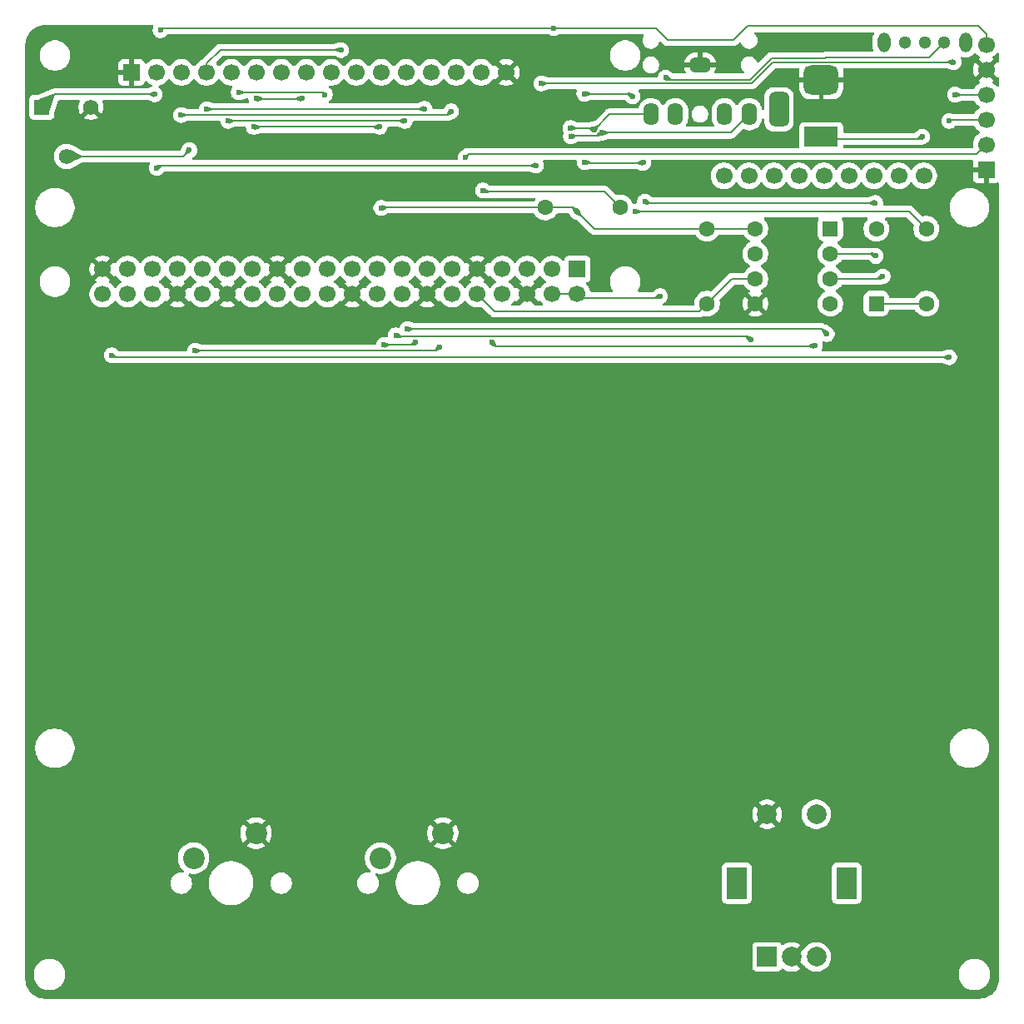
<source format=gbr>
%TF.GenerationSoftware,KiCad,Pcbnew,9.0.6*%
%TF.CreationDate,2026-02-16T23:23:36-05:00*%
%TF.ProjectId,MT32-pi-mainboard,4d543332-2d70-4692-9d6d-61696e626f61,rev?*%
%TF.SameCoordinates,Original*%
%TF.FileFunction,Copper,L2,Bot*%
%TF.FilePolarity,Positive*%
%FSLAX46Y46*%
G04 Gerber Fmt 4.6, Leading zero omitted, Abs format (unit mm)*
G04 Created by KiCad (PCBNEW 9.0.6) date 2026-02-16 23:23:36*
%MOMM*%
%LPD*%
G01*
G04 APERTURE LIST*
G04 Aperture macros list*
%AMRoundRect*
0 Rectangle with rounded corners*
0 $1 Rounding radius*
0 $2 $3 $4 $5 $6 $7 $8 $9 X,Y pos of 4 corners*
0 Add a 4 corners polygon primitive as box body*
4,1,4,$2,$3,$4,$5,$6,$7,$8,$9,$2,$3,0*
0 Add four circle primitives for the rounded corners*
1,1,$1+$1,$2,$3*
1,1,$1+$1,$4,$5*
1,1,$1+$1,$6,$7*
1,1,$1+$1,$8,$9*
0 Add four rect primitives between the rounded corners*
20,1,$1+$1,$2,$3,$4,$5,0*
20,1,$1+$1,$4,$5,$6,$7,0*
20,1,$1+$1,$6,$7,$8,$9,0*
20,1,$1+$1,$8,$9,$2,$3,0*%
G04 Aperture macros list end*
%TA.AperFunction,ComponentPad*%
%ADD10R,2.000000X3.200000*%
%TD*%
%TA.AperFunction,ComponentPad*%
%ADD11R,2.000000X2.000000*%
%TD*%
%TA.AperFunction,ComponentPad*%
%ADD12C,2.000000*%
%TD*%
%TA.AperFunction,ComponentPad*%
%ADD13R,1.700000X1.700000*%
%TD*%
%TA.AperFunction,ComponentPad*%
%ADD14C,1.700000*%
%TD*%
%TA.AperFunction,ComponentPad*%
%ADD15R,3.500000X2.000000*%
%TD*%
%TA.AperFunction,ComponentPad*%
%ADD16RoundRect,0.750000X-1.000000X0.750000X-1.000000X-0.750000X1.000000X-0.750000X1.000000X0.750000X0*%
%TD*%
%TA.AperFunction,ComponentPad*%
%ADD17RoundRect,0.500000X-0.500000X1.250000X-0.500000X-1.250000X0.500000X-1.250000X0.500000X1.250000X0*%
%TD*%
%TA.AperFunction,ComponentPad*%
%ADD18C,2.200000*%
%TD*%
%TA.AperFunction,ComponentPad*%
%ADD19R,1.560000X1.560000*%
%TD*%
%TA.AperFunction,ComponentPad*%
%ADD20C,1.560000*%
%TD*%
%TA.AperFunction,ComponentPad*%
%ADD21O,1.600000X2.300000*%
%TD*%
%TA.AperFunction,ComponentPad*%
%ADD22O,2.300000X1.600000*%
%TD*%
%TA.AperFunction,ComponentPad*%
%ADD23O,1.300000X2.000000*%
%TD*%
%TA.AperFunction,ComponentPad*%
%ADD24C,1.300000*%
%TD*%
%TA.AperFunction,ComponentPad*%
%ADD25C,1.600000*%
%TD*%
%TA.AperFunction,ComponentPad*%
%ADD26RoundRect,0.250000X0.550000X0.550000X-0.550000X0.550000X-0.550000X-0.550000X0.550000X-0.550000X0*%
%TD*%
%TA.AperFunction,ComponentPad*%
%ADD27RoundRect,0.250000X0.550000X-0.550000X0.550000X0.550000X-0.550000X0.550000X-0.550000X-0.550000X0*%
%TD*%
%TA.AperFunction,ViaPad*%
%ADD28C,0.600000*%
%TD*%
%TA.AperFunction,Conductor*%
%ADD29C,0.200000*%
%TD*%
G04 APERTURE END LIST*
D10*
%TO.P,SW1,*%
%TO.N,*%
X123860000Y-139070000D03*
X135060000Y-139070000D03*
D11*
%TO.P,SW1,A,A*%
%TO.N,ENC_{CLK}*%
X126960000Y-146570000D03*
D12*
%TO.P,SW1,B,B*%
%TO.N,ENC_{DAT}*%
X131960000Y-146570000D03*
%TO.P,SW1,C,C*%
%TO.N,GND*%
X129460000Y-146570000D03*
%TO.P,SW1,S1,S1*%
%TO.N,Button_{Enc}*%
X131960000Y-132070000D03*
%TO.P,SW1,S2,S2*%
%TO.N,GND*%
X126960000Y-132070000D03*
%TD*%
D13*
%TO.P,J1,1,Pin_1*%
%TO.N,GND*%
X62320000Y-56620000D03*
D14*
%TO.P,J1,2,Pin_2*%
%TO.N,+3.3V*%
X64860000Y-56620000D03*
%TO.P,J1,3,Pin_3*%
%TO.N,Net-(J1-Pin_3)*%
X67400000Y-56620000D03*
%TO.P,J1,4,Pin_4*%
%TO.N,LCD_{RS}*%
X69940000Y-56620000D03*
%TO.P,J1,5,Pin_5*%
%TO.N,LCD_{RW}*%
X72480000Y-56620000D03*
%TO.P,J1,6,Pin_6*%
%TO.N,LCD_{E}*%
X75020000Y-56620000D03*
%TO.P,J1,7,Pin_7*%
%TO.N,unconnected-(J1-Pin_7-Pad7)*%
X77560000Y-56620000D03*
%TO.P,J1,8,Pin_8*%
%TO.N,unconnected-(J1-Pin_8-Pad8)*%
X80100000Y-56620000D03*
%TO.P,J1,9,Pin_9*%
%TO.N,unconnected-(J1-Pin_9-Pad9)*%
X82640000Y-56620000D03*
%TO.P,J1,10,Pin_10*%
%TO.N,unconnected-(J1-Pin_10-Pad10)*%
X85180000Y-56620000D03*
%TO.P,J1,11,Pin_11*%
%TO.N,LCD_{D4}*%
X87720000Y-56620000D03*
%TO.P,J1,12,Pin_12*%
%TO.N,LCD_{D5}*%
X90260000Y-56620000D03*
%TO.P,J1,13,Pin_13*%
%TO.N,LCD_{D6}*%
X92800000Y-56620000D03*
%TO.P,J1,14,Pin_14*%
%TO.N,LCD_{D7}*%
X95340000Y-56620000D03*
%TO.P,J1,15,Pin_15*%
%TO.N,Net-(J1-Pin_15)*%
X97880000Y-56620000D03*
%TO.P,J1,16,Pin_16*%
%TO.N,GND*%
X100420000Y-56620000D03*
%TD*%
D15*
%TO.P,J4,1*%
%TO.N,Net-(SW4-B)*%
X132463333Y-63170000D03*
D16*
%TO.P,J4,2*%
%TO.N,GND*%
X132463333Y-57370000D03*
D17*
%TO.P,J4,3*%
%TO.N,unconnected-(J4-Pad3)*%
X128163333Y-60370000D03*
%TD*%
D18*
%TO.P,SW2,1,1*%
%TO.N,GND*%
X74980000Y-133990000D03*
%TO.P,SW2,2,2*%
%TO.N,Button_{1}*%
X68630000Y-136530000D03*
%TD*%
D19*
%TO.P,RV1,1,1*%
%TO.N,+3.3V*%
X53200000Y-60160000D03*
D20*
%TO.P,RV1,2,2*%
%TO.N,Net-(J1-Pin_3)*%
X55700000Y-65160000D03*
%TO.P,RV1,3,3*%
%TO.N,GND*%
X58200000Y-60160000D03*
%TD*%
D13*
%TO.P,DAC1,1,SCK*%
%TO.N,GND*%
X149240000Y-66510000D03*
D14*
%TO.P,DAC1,2,BCK*%
%TO.N,DAC_{BCK}*%
X149240000Y-63970000D03*
%TO.P,DAC1,3,DIN*%
%TO.N,DAC_{DIN}*%
X149240000Y-61430000D03*
%TO.P,DAC1,4,LCK*%
%TO.N,DAC_{LCK}*%
X149240000Y-58890000D03*
%TO.P,DAC1,5,GND*%
%TO.N,GND*%
X149240000Y-56350000D03*
%TO.P,DAC1,6,VIN*%
%TO.N,+3.3V*%
X149240000Y-53810000D03*
%TO.P,DAC1,7,LOUT*%
%TO.N,unconnected-(DAC1-LOUT-Pad7)*%
X122570000Y-67145000D03*
%TO.P,DAC1,8,AGND*%
%TO.N,unconnected-(DAC1-AGND-Pad10)_1*%
X125110000Y-67145000D03*
%TO.P,DAC1,9,ROUT*%
%TO.N,unconnected-(DAC1-ROUT-Pad9)*%
X127650000Y-67145000D03*
%TO.P,DAC1,10,AGND*%
%TO.N,unconnected-(DAC1-AGND-Pad10)*%
X130190000Y-67145000D03*
%TO.P,DAC1,11,A3V3*%
%TO.N,unconnected-(DAC1-A3V3-Pad11)*%
X132730000Y-67145000D03*
%TO.P,DAC1,12,FMT*%
%TO.N,unconnected-(DAC1-FMT-Pad12)*%
X135270000Y-67145000D03*
%TO.P,DAC1,13,XHMT*%
%TO.N,unconnected-(DAC1-XHMT-Pad13)*%
X137810000Y-67145000D03*
%TO.P,DAC1,14,DEMP*%
%TO.N,unconnected-(DAC1-DEMP-Pad14)*%
X140350000Y-67145000D03*
%TO.P,DAC1,15,FLT*%
%TO.N,unconnected-(DAC1-FLT-Pad15)*%
X142890000Y-67145000D03*
%TD*%
D18*
%TO.P,SW3,1,1*%
%TO.N,GND*%
X93980000Y-133990000D03*
%TO.P,SW3,2,2*%
%TO.N,Button_{2}*%
X87630000Y-136530000D03*
%TD*%
D21*
%TO.P,J2,R*%
%TO.N,MIDI_{R}*%
X125130000Y-60870000D03*
%TO.P,J2,RN*%
%TO.N,unconnected-(J2-PadRN)*%
X122630000Y-60870000D03*
D22*
%TO.P,J2,S*%
%TO.N,GND*%
X120130000Y-55870000D03*
D21*
%TO.P,J2,T*%
%TO.N,MIDI_{T}*%
X115130000Y-60870000D03*
%TO.P,J2,TN*%
%TO.N,unconnected-(J2-PadTN)*%
X117630000Y-60870000D03*
%TD*%
D23*
%TO.P,SW4,*%
%TO.N,*%
X138831667Y-53590000D03*
X147131667Y-53590000D03*
D24*
%TO.P,SW4,1,A*%
%TO.N,+5V*%
X144981667Y-53590000D03*
%TO.P,SW4,2,B*%
%TO.N,Net-(SW4-B)*%
X142981667Y-53590000D03*
%TO.P,SW4,3,C*%
%TO.N,unconnected-(SW4-C-Pad3)*%
X140981667Y-53590000D03*
%TD*%
D13*
%TO.P,RP1,1,3V3*%
%TO.N,+3.3V*%
X107650000Y-76630000D03*
D14*
%TO.P,RP1,2,5V*%
%TO.N,+5V*%
X107650000Y-79170000D03*
%TO.P,RP1,3,SDA_I2C1/GPIO02*%
%TO.N,unconnected-(RP1-SDA_I2C1{slash}GPIO02-Pad3)*%
X105110000Y-76630000D03*
%TO.P,RP1,4,5V*%
%TO.N,+5V*%
X105110000Y-79170000D03*
%TO.P,RP1,5,SCL_I2C1/GPIO03*%
%TO.N,unconnected-(RP1-SCL_I2C1{slash}GPIO03-Pad5)*%
X102570000Y-76630000D03*
%TO.P,RP1,6,GND*%
%TO.N,GND*%
X102570000Y-79170000D03*
%TO.P,RP1,7,GPCLK0/GPIO04*%
%TO.N,Button_{Enc}*%
X100030000Y-76630000D03*
%TO.P,RP1,8,GPIO14/UART_TXD*%
%TO.N,unconnected-(RP1-GPIO14{slash}UART_TXD-Pad8)*%
X100030000Y-79170000D03*
%TO.P,RP1,9,GND*%
%TO.N,GND*%
X97490000Y-76630000D03*
%TO.P,RP1,10,GPIO15/UART_RXD*%
%TO.N,MIDI_IN*%
X97490000Y-79170000D03*
%TO.P,RP1,11,GPIO17/SPI1_~{CE1}*%
%TO.N,Button_{1}*%
X94950000Y-76630000D03*
%TO.P,RP1,12,GPIO18/SPI1_~{CE0}/PCM_CLK/PWM0*%
%TO.N,DAC_{BCK}*%
X94950000Y-79170000D03*
%TO.P,RP1,13,GPIO27/SDIO_DAT3*%
%TO.N,Button_{2}*%
X92410000Y-76630000D03*
%TO.P,RP1,14,GND*%
%TO.N,GND*%
X92410000Y-79170000D03*
%TO.P,RP1,15,GPIO22/SDIO_CLK*%
%TO.N,ENC_{CLK}*%
X89870000Y-76630000D03*
%TO.P,RP1,16,GPIO23/SDIO_CMD*%
%TO.N,ENC_{DAT}*%
X89870000Y-79170000D03*
%TO.P,RP1,17,3V3*%
%TO.N,+3.3V*%
X87330000Y-76630000D03*
%TO.P,RP1,18,GPIO24/SDIO_DAT0*%
%TO.N,unconnected-(RP1-GPIO24{slash}SDIO_DAT0-Pad18)*%
X87330000Y-79170000D03*
%TO.P,RP1,19,MOSI_SPI0/GPIO10*%
%TO.N,LCD_{RS}*%
X84790000Y-76630000D03*
%TO.P,RP1,20,GND*%
%TO.N,GND*%
X84790000Y-79170000D03*
%TO.P,RP1,21,MISO_SPI0/GPIO09*%
%TO.N,LCD_{RW}*%
X82250000Y-76630000D03*
%TO.P,RP1,22,GPIO25/SDIO_DAT1*%
%TO.N,unconnected-(RP1-GPIO25{slash}SDIO_DAT1-Pad22)*%
X82250000Y-79170000D03*
%TO.P,RP1,23,SCLK_SPI0/GPIO11*%
%TO.N,LCD_{E}*%
X79710000Y-76630000D03*
%TO.P,RP1,24,~{CE0}_SPI0/GPIO08*%
%TO.N,unconnected-(RP1-~{CE0}_SPI0{slash}GPIO08-Pad24)*%
X79710000Y-79170000D03*
%TO.P,RP1,25,GND*%
%TO.N,GND*%
X77170000Y-76630000D03*
%TO.P,RP1,26,~{CE1}_SPI0/GPIO07*%
%TO.N,unconnected-(RP1-~{CE1}_SPI0{slash}GPIO07-Pad26)*%
X77170000Y-79170000D03*
%TO.P,RP1,27,ID_SD_I2C0/GPIO00*%
%TO.N,LCD_{D4}*%
X74630000Y-76630000D03*
%TO.P,RP1,28,ID_SC_I2C0/GPIO01*%
%TO.N,unconnected-(RP1-ID_SC_I2C0{slash}GPIO01-Pad28)*%
X74630000Y-79170000D03*
%TO.P,RP1,29,GPCLK1/GPIO05*%
%TO.N,LCD_{D5}*%
X72090000Y-76630000D03*
%TO.P,RP1,30,GND*%
%TO.N,GND*%
X72090000Y-79170000D03*
%TO.P,RP1,31,GPCLK2/GPIO06*%
%TO.N,LCD_{D6}*%
X69550000Y-76630000D03*
%TO.P,RP1,32,GPIO12/PWM0*%
%TO.N,unconnected-(RP1-GPIO12{slash}PWM0-Pad32)*%
X69550000Y-79170000D03*
%TO.P,RP1,33,GPIO13/PWM1*%
%TO.N,LCD_{D7}*%
X67010000Y-76630000D03*
%TO.P,RP1,34,GND*%
%TO.N,GND*%
X67010000Y-79170000D03*
%TO.P,RP1,35,GPIO19/SPI1_MISO/PCM_FS*%
%TO.N,DAC_{LCK}*%
X64470000Y-76630000D03*
%TO.P,RP1,36,GPIO16/SPI1_~{CE2}*%
%TO.N,unconnected-(RP1-GPIO16{slash}SPI1_~{CE2}-Pad36)*%
X64470000Y-79170000D03*
%TO.P,RP1,37,GPIO26/SDIO_DAT2*%
%TO.N,unconnected-(RP1-GPIO26{slash}SDIO_DAT2-Pad37)*%
X61930000Y-76630000D03*
%TO.P,RP1,38,GPIO20/SPI1_MOSI/PCM_DIN/PWM1*%
%TO.N,unconnected-(RP1-GPIO20{slash}SPI1_MOSI{slash}PCM_DIN{slash}PWM1-Pad38)*%
X61930000Y-79170000D03*
%TO.P,RP1,39,GND*%
%TO.N,GND*%
X59390000Y-76630000D03*
%TO.P,RP1,40,GPIO21/SPI1_SCLK/PCM_DOUT*%
%TO.N,DAC_{DIN}*%
X59390000Y-79170000D03*
%TD*%
D25*
%TO.P,R2,1*%
%TO.N,+3.3V*%
X120850000Y-72510000D03*
%TO.P,R2,2*%
%TO.N,MIDI_IN*%
X120850000Y-80130000D03*
%TD*%
D26*
%TO.P,U1,1,NC*%
%TO.N,unconnected-(U1-NC-Pad1)*%
X133385000Y-72510000D03*
D25*
%TO.P,U1,2,C1*%
%TO.N,Net-(D1-K)*%
X133385000Y-75050000D03*
%TO.P,U1,3,C2*%
%TO.N,MIDI_{SNK}*%
X133385000Y-77590000D03*
%TO.P,U1,4,NC*%
%TO.N,unconnected-(U1-NC-Pad4)*%
X133385000Y-80130000D03*
%TO.P,U1,5,GND*%
%TO.N,GND*%
X125765000Y-80130000D03*
%TO.P,U1,6,VO2*%
%TO.N,MIDI_IN*%
X125765000Y-77590000D03*
%TO.P,U1,7,VO1*%
%TO.N,unconnected-(U1-VO1-Pad7)*%
X125765000Y-75050000D03*
%TO.P,U1,8,VCC*%
%TO.N,+3.3V*%
X125765000Y-72510000D03*
%TD*%
D27*
%TO.P,D1,1,K*%
%TO.N,Net-(D1-K)*%
X138060000Y-80130000D03*
D25*
%TO.P,D1,2,A*%
%TO.N,MIDI_{SNK}*%
X138060000Y-72510000D03*
%TD*%
%TO.P,R1,1*%
%TO.N,MIDI_{SRC}*%
X143140000Y-72510000D03*
%TO.P,R1,2*%
%TO.N,Net-(D1-K)*%
X143140000Y-80130000D03*
%TD*%
%TO.P,R3,1*%
%TO.N,+3.3V*%
X104408125Y-70360000D03*
%TO.P,R3,2*%
%TO.N,Net-(J1-Pin_15)*%
X112028125Y-70360000D03*
%TD*%
D28*
%TO.N,Net-(D1-K)*%
X138010000Y-75290000D03*
%TO.N,DAC_{BCK}*%
X96280000Y-65280000D03*
%TO.N,DAC_{DIN}*%
X145470000Y-61570000D03*
X145470000Y-85590000D03*
X60310000Y-85390000D03*
%TO.N,MIDI_{SNK}*%
X114350000Y-65810000D03*
X114530000Y-69770000D03*
X138700000Y-77370000D03*
X108390000Y-65760000D03*
X137950000Y-69900000D03*
%TO.N,DAC_{LCK}*%
X145919000Y-55569000D03*
X64890000Y-66340000D03*
X146060000Y-58870000D03*
X103980000Y-57740000D03*
X103460000Y-66100000D03*
%TO.N,LCD_{D6}*%
X92120000Y-60330000D03*
X69950000Y-60350000D03*
%TO.N,ENC_{DAT}*%
X133020000Y-83230000D03*
X90360000Y-82720000D03*
%TO.N,Button_{Enc}*%
X98950000Y-84100000D03*
X131820000Y-84410000D03*
%TO.N,LCD_{D5}*%
X72160000Y-61550000D03*
X90100000Y-61550000D03*
%TO.N,LCD_{RS}*%
X83620000Y-54350000D03*
%TO.N,ENC_{CLK}*%
X125270000Y-83780000D03*
X89200000Y-83360000D03*
%TO.N,LCD_{E}*%
X79650000Y-59280000D03*
X74990000Y-59280000D03*
%TO.N,LCD_{RW}*%
X73210000Y-58660000D03*
X81980000Y-58870000D03*
%TO.N,Button_{1}*%
X93630000Y-84560000D03*
X68760000Y-84920000D03*
%TO.N,LCD_{D4}*%
X74740000Y-62150000D03*
X87550000Y-62150000D03*
%TO.N,Button_{2}*%
X88000000Y-84320000D03*
X91200000Y-84100000D03*
%TO.N,LCD_{D7}*%
X94830000Y-60590000D03*
X67350000Y-60950000D03*
%TO.N,+5V*%
X116640000Y-57150000D03*
X116060000Y-79370000D03*
%TO.N,+3.3V*%
X107630000Y-70790000D03*
X65270000Y-52330000D03*
X105250000Y-52120000D03*
X87710000Y-70400000D03*
X64670000Y-58840000D03*
%TO.N,MIDI_{T}*%
X106960000Y-62280000D03*
X109370000Y-62440000D03*
%TO.N,Net-(J1-Pin_3)*%
X68200000Y-64540000D03*
%TO.N,Net-(J1-Pin_15)*%
X98060000Y-68630000D03*
%TO.N,MIDI_{R}*%
X110118125Y-62760000D03*
X106990704Y-63121031D03*
%TO.N,MIDI_{SRC}*%
X113540000Y-70770000D03*
X108370000Y-58790000D03*
X113270000Y-59060000D03*
%TO.N,Net-(SW4-B)*%
X142740000Y-63150000D03*
%TD*%
D29*
%TO.N,Net-(D1-K)*%
X137770000Y-75050000D02*
X133385000Y-75050000D01*
X143140000Y-80130000D02*
X138060000Y-80130000D01*
X138010000Y-75290000D02*
X137770000Y-75050000D01*
%TO.N,DAC_{BCK}*%
X96490000Y-64930000D02*
X96490000Y-65070000D01*
X148280000Y-64930000D02*
X96490000Y-64930000D01*
X149240000Y-63970000D02*
X148280000Y-64930000D01*
X96490000Y-65070000D02*
X96280000Y-65280000D01*
%TO.N,DAC_{DIN}*%
X145610000Y-61430000D02*
X145470000Y-61570000D01*
X60510000Y-85590000D02*
X60310000Y-85390000D01*
X149240000Y-61430000D02*
X145610000Y-61430000D01*
X145470000Y-85590000D02*
X60510000Y-85590000D01*
%TO.N,MIDI_{SNK}*%
X137950000Y-69900000D02*
X114660000Y-69900000D01*
X114330000Y-65830000D02*
X108460000Y-65830000D01*
X108460000Y-65830000D02*
X108390000Y-65760000D01*
X114660000Y-69900000D02*
X114530000Y-69770000D01*
X114350000Y-65810000D02*
X114330000Y-65830000D01*
X133385000Y-77590000D02*
X138480000Y-77590000D01*
X138480000Y-77590000D02*
X138700000Y-77370000D01*
%TO.N,DAC_{LCK}*%
X146080000Y-58890000D02*
X146060000Y-58870000D01*
X104660000Y-57750000D02*
X125370000Y-57750000D01*
X127551000Y-55569000D02*
X145919000Y-55569000D01*
X125370000Y-57750000D02*
X127551000Y-55569000D01*
X103460000Y-66100000D02*
X65130000Y-66100000D01*
X65130000Y-66100000D02*
X64890000Y-66340000D01*
X149240000Y-58890000D02*
X146080000Y-58890000D01*
X104650000Y-57740000D02*
X104660000Y-57750000D01*
X103980000Y-57740000D02*
X104650000Y-57740000D01*
%TO.N,LCD_{D6}*%
X69950000Y-60350000D02*
X92100000Y-60350000D01*
X92100000Y-60350000D02*
X92120000Y-60330000D01*
%TO.N,ENC_{DAT}*%
X133020000Y-83230000D02*
X132510000Y-82720000D01*
X132510000Y-82720000D02*
X90360000Y-82720000D01*
%TO.N,Button_{Enc}*%
X131820000Y-84410000D02*
X131780000Y-84450000D01*
X99300000Y-84450000D02*
X98950000Y-84100000D01*
X131780000Y-84450000D02*
X99300000Y-84450000D01*
%TO.N,LCD_{D5}*%
X72160000Y-61550000D02*
X90100000Y-61550000D01*
%TO.N,LCD_{RS}*%
X71360000Y-54310000D02*
X69940000Y-55730000D01*
X83620000Y-54350000D02*
X83580000Y-54310000D01*
X69940000Y-55730000D02*
X69940000Y-56620000D01*
X83580000Y-54310000D02*
X71360000Y-54310000D01*
%TO.N,MIDI_IN*%
X120050001Y-80929999D02*
X120850000Y-80130000D01*
X125765000Y-77590000D02*
X123390000Y-77590000D01*
X123390000Y-77590000D02*
X120850000Y-80130000D01*
X97490000Y-79170000D02*
X99249999Y-80929999D01*
X99249999Y-80929999D02*
X120050001Y-80929999D01*
%TO.N,ENC_{CLK}*%
X89610000Y-83500000D02*
X89340000Y-83500000D01*
X124990000Y-83500000D02*
X89610000Y-83500000D01*
X89340000Y-83500000D02*
X89200000Y-83360000D01*
X125270000Y-83780000D02*
X124990000Y-83500000D01*
%TO.N,LCD_{E}*%
X79620000Y-59310000D02*
X75020000Y-59310000D01*
X79650000Y-59280000D02*
X79620000Y-59310000D01*
X75020000Y-59310000D02*
X74990000Y-59280000D01*
%TO.N,LCD_{RW}*%
X81980000Y-58870000D02*
X81770000Y-58660000D01*
X81770000Y-58660000D02*
X73210000Y-58660000D01*
%TO.N,Button_{1}*%
X93270000Y-84920000D02*
X93630000Y-84560000D01*
X68760000Y-84920000D02*
X93270000Y-84920000D01*
%TO.N,LCD_{D4}*%
X87530000Y-62170000D02*
X87550000Y-62150000D01*
X74760000Y-62170000D02*
X87530000Y-62170000D01*
X74740000Y-62150000D02*
X74760000Y-62170000D01*
%TO.N,Button_{2}*%
X88000000Y-84320000D02*
X90980000Y-84320000D01*
X90980000Y-84320000D02*
X91200000Y-84100000D01*
%TO.N,LCD_{D7}*%
X94470000Y-60950000D02*
X94830000Y-60590000D01*
X67350000Y-60950000D02*
X94470000Y-60950000D01*
%TO.N,+5V*%
X132870000Y-55140000D02*
X143391667Y-55140000D01*
X143391667Y-55140000D02*
X144981667Y-53550000D01*
X107650000Y-79170000D02*
X105110000Y-79170000D01*
X115880000Y-79550000D02*
X114730000Y-79550000D01*
X116060000Y-79370000D02*
X115880000Y-79550000D01*
X114729000Y-79551000D02*
X108031000Y-79551000D01*
X114730000Y-79550000D02*
X114729000Y-79551000D01*
X127384900Y-55168000D02*
X132842000Y-55168000D01*
X116839000Y-57349000D02*
X125203900Y-57349000D01*
X116640000Y-57150000D02*
X116839000Y-57349000D01*
X132842000Y-55168000D02*
X132870000Y-55140000D01*
X125203900Y-57349000D02*
X127384900Y-55168000D01*
%TO.N,+3.3V*%
X149240000Y-53810000D02*
X149240000Y-52720000D01*
X149240000Y-52720000D02*
X148441000Y-51921000D01*
X107200000Y-70360000D02*
X104408125Y-70360000D01*
X123530000Y-53340000D02*
X116860000Y-53340000D01*
X124949000Y-51921000D02*
X123530000Y-53340000D01*
X116860000Y-53340000D02*
X115640000Y-52120000D01*
X64670000Y-58840000D02*
X54520000Y-58840000D01*
X87710000Y-70400000D02*
X87750000Y-70360000D01*
X148441000Y-51921000D02*
X124949000Y-51921000D01*
X107630000Y-70790000D02*
X107200000Y-70360000D01*
X87750000Y-70360000D02*
X104408125Y-70360000D01*
X65480000Y-52120000D02*
X65270000Y-52330000D01*
X109350000Y-72510000D02*
X107630000Y-70790000D01*
X120850000Y-72510000D02*
X109350000Y-72510000D01*
X53200000Y-60160000D02*
X54520000Y-58840000D01*
X125765000Y-72510000D02*
X120850000Y-72510000D01*
X115640000Y-52120000D02*
X65480000Y-52120000D01*
%TO.N,MIDI_{T}*%
X115130000Y-60870000D02*
X110940000Y-60870000D01*
X106980000Y-62300000D02*
X106960000Y-62280000D01*
X109340000Y-62410000D02*
X109340000Y-62320000D01*
X109340000Y-62320000D02*
X109320000Y-62300000D01*
X109370000Y-62440000D02*
X109340000Y-62410000D01*
X109320000Y-62300000D02*
X106980000Y-62300000D01*
X110940000Y-60870000D02*
X109370000Y-62440000D01*
%TO.N,Net-(J1-Pin_3)*%
X56795000Y-65160000D02*
X56800000Y-65165000D01*
X67575000Y-65165000D02*
X56800000Y-65165000D01*
X68200000Y-64540000D02*
X67575000Y-65165000D01*
X55700000Y-65160000D02*
X56795000Y-65160000D01*
%TO.N,Net-(J1-Pin_15)*%
X98060000Y-68760000D02*
X98070000Y-68770000D01*
X98070000Y-68770000D02*
X110438125Y-68770000D01*
X110438125Y-68770000D02*
X112028125Y-70360000D01*
X98060000Y-68630000D02*
X98060000Y-68760000D01*
%TO.N,MIDI_{R}*%
X125130000Y-60870000D02*
X123240000Y-62760000D01*
X107071862Y-63039873D02*
X106990704Y-63121031D01*
X110118125Y-62760000D02*
X109838252Y-63039873D01*
X123240000Y-62760000D02*
X110118125Y-62760000D01*
X109838252Y-63039873D02*
X107071862Y-63039873D01*
%TO.N,MIDI_{SRC}*%
X141400000Y-70770000D02*
X143140000Y-72510000D01*
X113000000Y-58790000D02*
X113270000Y-59060000D01*
X113540000Y-70770000D02*
X141400000Y-70770000D01*
X108370000Y-58790000D02*
X113000000Y-58790000D01*
%TO.N,Net-(SW4-B)*%
X132463333Y-63370000D02*
X142520000Y-63370000D01*
X142520000Y-63370000D02*
X142740000Y-63150000D01*
%TD*%
%TA.AperFunction,Conductor*%
%TO.N,GND*%
G36*
X102104075Y-79362993D02*
G01*
X102169901Y-79477007D01*
X102262993Y-79570099D01*
X102377007Y-79635925D01*
X102440591Y-79652962D01*
X101800372Y-80293180D01*
X101739049Y-80326665D01*
X101712691Y-80329499D01*
X101079759Y-80329499D01*
X101012720Y-80309814D01*
X100966965Y-80257010D01*
X100957021Y-80187852D01*
X100986046Y-80124296D01*
X100992078Y-80117818D01*
X101018958Y-80090938D01*
X101060104Y-80049792D01*
X101060106Y-80049788D01*
X101060109Y-80049786D01*
X101145890Y-79931717D01*
X101185051Y-79877816D01*
X101189793Y-79868508D01*
X101237763Y-79817711D01*
X101305583Y-79800911D01*
X101371719Y-79823445D01*
X101410763Y-79868500D01*
X101415373Y-79877547D01*
X101454728Y-79931716D01*
X102087037Y-79299408D01*
X102104075Y-79362993D01*
G37*
%TD.AperFunction*%
%TA.AperFunction,Conductor*%
G36*
X103685270Y-79931717D02*
G01*
X103685270Y-79931716D01*
X103724622Y-79877555D01*
X103729232Y-79868507D01*
X103777205Y-79817709D01*
X103845025Y-79800912D01*
X103911161Y-79823447D01*
X103950204Y-79868504D01*
X103954949Y-79877817D01*
X104079890Y-80049786D01*
X104147922Y-80117818D01*
X104181407Y-80179141D01*
X104176423Y-80248833D01*
X104134551Y-80304766D01*
X104069087Y-80329183D01*
X104060241Y-80329499D01*
X103427308Y-80329499D01*
X103360269Y-80309814D01*
X103339627Y-80293180D01*
X102699408Y-79652962D01*
X102762993Y-79635925D01*
X102877007Y-79570099D01*
X102970099Y-79477007D01*
X103035925Y-79362993D01*
X103052962Y-79299409D01*
X103685270Y-79931717D01*
G37*
%TD.AperFunction*%
%TA.AperFunction,Conductor*%
G36*
X65811444Y-77283999D02*
G01*
X65850486Y-77329056D01*
X65854951Y-77337820D01*
X65979890Y-77509786D01*
X66130213Y-77660109D01*
X66302179Y-77785048D01*
X66302181Y-77785049D01*
X66302184Y-77785051D01*
X66311493Y-77789794D01*
X66362290Y-77837766D01*
X66379087Y-77905587D01*
X66356552Y-77971722D01*
X66311505Y-78010760D01*
X66302446Y-78015376D01*
X66302440Y-78015380D01*
X66248282Y-78054727D01*
X66248282Y-78054728D01*
X66880591Y-78687037D01*
X66817007Y-78704075D01*
X66702993Y-78769901D01*
X66609901Y-78862993D01*
X66544075Y-78977007D01*
X66527037Y-79040591D01*
X65894728Y-78408282D01*
X65894727Y-78408282D01*
X65855380Y-78462440D01*
X65855376Y-78462446D01*
X65850760Y-78471505D01*
X65802781Y-78522297D01*
X65734959Y-78539087D01*
X65668826Y-78516543D01*
X65629794Y-78471493D01*
X65625051Y-78462184D01*
X65625049Y-78462181D01*
X65625048Y-78462179D01*
X65500109Y-78290213D01*
X65349786Y-78139890D01*
X65177820Y-78014951D01*
X65169600Y-78010763D01*
X65169054Y-78010485D01*
X65118259Y-77962512D01*
X65101463Y-77894692D01*
X65123999Y-77828556D01*
X65169054Y-77789515D01*
X65177816Y-77785051D01*
X65264138Y-77722335D01*
X65349786Y-77660109D01*
X65349788Y-77660106D01*
X65349792Y-77660104D01*
X65500104Y-77509792D01*
X65500106Y-77509788D01*
X65500109Y-77509786D01*
X65625048Y-77337820D01*
X65625047Y-77337820D01*
X65625051Y-77337816D01*
X65629514Y-77329054D01*
X65677488Y-77278259D01*
X65745308Y-77261463D01*
X65811444Y-77283999D01*
G37*
%TD.AperFunction*%
%TA.AperFunction,Conductor*%
G36*
X70891444Y-77283999D02*
G01*
X70930486Y-77329056D01*
X70934951Y-77337820D01*
X71059890Y-77509786D01*
X71210213Y-77660109D01*
X71382179Y-77785048D01*
X71382181Y-77785049D01*
X71382184Y-77785051D01*
X71391493Y-77789794D01*
X71442290Y-77837766D01*
X71459087Y-77905587D01*
X71436552Y-77971722D01*
X71391505Y-78010760D01*
X71382446Y-78015376D01*
X71382440Y-78015380D01*
X71328282Y-78054727D01*
X71328282Y-78054728D01*
X71960591Y-78687037D01*
X71897007Y-78704075D01*
X71782993Y-78769901D01*
X71689901Y-78862993D01*
X71624075Y-78977007D01*
X71607037Y-79040591D01*
X70974728Y-78408282D01*
X70974727Y-78408282D01*
X70935380Y-78462440D01*
X70935376Y-78462446D01*
X70930760Y-78471505D01*
X70882781Y-78522297D01*
X70814959Y-78539087D01*
X70748826Y-78516543D01*
X70709794Y-78471493D01*
X70705051Y-78462184D01*
X70705049Y-78462181D01*
X70705048Y-78462179D01*
X70580109Y-78290213D01*
X70429786Y-78139890D01*
X70257820Y-78014951D01*
X70249600Y-78010763D01*
X70249054Y-78010485D01*
X70198259Y-77962512D01*
X70181463Y-77894692D01*
X70203999Y-77828556D01*
X70249054Y-77789515D01*
X70257816Y-77785051D01*
X70344138Y-77722335D01*
X70429786Y-77660109D01*
X70429788Y-77660106D01*
X70429792Y-77660104D01*
X70580104Y-77509792D01*
X70580106Y-77509788D01*
X70580109Y-77509786D01*
X70705048Y-77337820D01*
X70705047Y-77337820D01*
X70705051Y-77337816D01*
X70709514Y-77329054D01*
X70757488Y-77278259D01*
X70825308Y-77261463D01*
X70891444Y-77283999D01*
G37*
%TD.AperFunction*%
%TA.AperFunction,Conductor*%
G36*
X83591444Y-77283999D02*
G01*
X83630486Y-77329056D01*
X83634951Y-77337820D01*
X83759890Y-77509786D01*
X83910213Y-77660109D01*
X84082179Y-77785048D01*
X84082181Y-77785049D01*
X84082184Y-77785051D01*
X84091493Y-77789794D01*
X84142290Y-77837766D01*
X84159087Y-77905587D01*
X84136552Y-77971722D01*
X84091505Y-78010760D01*
X84082446Y-78015376D01*
X84082440Y-78015380D01*
X84028282Y-78054727D01*
X84028282Y-78054728D01*
X84660591Y-78687037D01*
X84597007Y-78704075D01*
X84482993Y-78769901D01*
X84389901Y-78862993D01*
X84324075Y-78977007D01*
X84307037Y-79040591D01*
X83674728Y-78408282D01*
X83674727Y-78408282D01*
X83635380Y-78462440D01*
X83635376Y-78462446D01*
X83630760Y-78471505D01*
X83582781Y-78522297D01*
X83514959Y-78539087D01*
X83448826Y-78516543D01*
X83409794Y-78471493D01*
X83405051Y-78462184D01*
X83405049Y-78462181D01*
X83405048Y-78462179D01*
X83280109Y-78290213D01*
X83129786Y-78139890D01*
X82957820Y-78014951D01*
X82949600Y-78010763D01*
X82949054Y-78010485D01*
X82898259Y-77962512D01*
X82881463Y-77894692D01*
X82903999Y-77828556D01*
X82949054Y-77789515D01*
X82957816Y-77785051D01*
X83044138Y-77722335D01*
X83129786Y-77660109D01*
X83129788Y-77660106D01*
X83129792Y-77660104D01*
X83280104Y-77509792D01*
X83280106Y-77509788D01*
X83280109Y-77509786D01*
X83405048Y-77337820D01*
X83405047Y-77337820D01*
X83405051Y-77337816D01*
X83409514Y-77329054D01*
X83457488Y-77278259D01*
X83525308Y-77261463D01*
X83591444Y-77283999D01*
G37*
%TD.AperFunction*%
%TA.AperFunction,Conductor*%
G36*
X91211444Y-77283999D02*
G01*
X91250486Y-77329056D01*
X91254951Y-77337820D01*
X91379890Y-77509786D01*
X91530213Y-77660109D01*
X91702179Y-77785048D01*
X91702181Y-77785049D01*
X91702184Y-77785051D01*
X91711493Y-77789794D01*
X91762290Y-77837766D01*
X91779087Y-77905587D01*
X91756552Y-77971722D01*
X91711505Y-78010760D01*
X91702446Y-78015376D01*
X91702440Y-78015380D01*
X91648282Y-78054727D01*
X91648282Y-78054728D01*
X92280591Y-78687037D01*
X92217007Y-78704075D01*
X92102993Y-78769901D01*
X92009901Y-78862993D01*
X91944075Y-78977007D01*
X91927037Y-79040591D01*
X91294728Y-78408282D01*
X91294727Y-78408282D01*
X91255380Y-78462440D01*
X91255376Y-78462446D01*
X91250760Y-78471505D01*
X91202781Y-78522297D01*
X91134959Y-78539087D01*
X91068826Y-78516543D01*
X91029794Y-78471493D01*
X91025051Y-78462184D01*
X91025049Y-78462181D01*
X91025048Y-78462179D01*
X90900109Y-78290213D01*
X90749786Y-78139890D01*
X90577820Y-78014951D01*
X90569600Y-78010763D01*
X90569054Y-78010485D01*
X90518259Y-77962512D01*
X90501463Y-77894692D01*
X90523999Y-77828556D01*
X90569054Y-77789515D01*
X90577816Y-77785051D01*
X90664138Y-77722335D01*
X90749786Y-77660109D01*
X90749788Y-77660106D01*
X90749792Y-77660104D01*
X90900104Y-77509792D01*
X90900106Y-77509788D01*
X90900109Y-77509786D01*
X91025048Y-77337820D01*
X91025047Y-77337820D01*
X91025051Y-77337816D01*
X91029514Y-77329054D01*
X91077488Y-77278259D01*
X91145308Y-77261463D01*
X91211444Y-77283999D01*
G37*
%TD.AperFunction*%
%TA.AperFunction,Conductor*%
G36*
X101371444Y-77283999D02*
G01*
X101410486Y-77329056D01*
X101414951Y-77337820D01*
X101539890Y-77509786D01*
X101690213Y-77660109D01*
X101862179Y-77785048D01*
X101862181Y-77785049D01*
X101862184Y-77785051D01*
X101871493Y-77789794D01*
X101922290Y-77837766D01*
X101939087Y-77905587D01*
X101916552Y-77971722D01*
X101871505Y-78010760D01*
X101862446Y-78015376D01*
X101862440Y-78015380D01*
X101808282Y-78054727D01*
X101808282Y-78054728D01*
X102440591Y-78687037D01*
X102377007Y-78704075D01*
X102262993Y-78769901D01*
X102169901Y-78862993D01*
X102104075Y-78977007D01*
X102087037Y-79040591D01*
X101454728Y-78408282D01*
X101454727Y-78408282D01*
X101415380Y-78462440D01*
X101415376Y-78462446D01*
X101410760Y-78471505D01*
X101362781Y-78522297D01*
X101294959Y-78539087D01*
X101228826Y-78516543D01*
X101189794Y-78471493D01*
X101185051Y-78462184D01*
X101185049Y-78462181D01*
X101185048Y-78462179D01*
X101060109Y-78290213D01*
X100909786Y-78139890D01*
X100737820Y-78014951D01*
X100729600Y-78010763D01*
X100729054Y-78010485D01*
X100678259Y-77962512D01*
X100661463Y-77894692D01*
X100683999Y-77828556D01*
X100729054Y-77789515D01*
X100737816Y-77785051D01*
X100824138Y-77722335D01*
X100909786Y-77660109D01*
X100909788Y-77660106D01*
X100909792Y-77660104D01*
X101060104Y-77509792D01*
X101060106Y-77509788D01*
X101060109Y-77509786D01*
X101185048Y-77337820D01*
X101185047Y-77337820D01*
X101185051Y-77337816D01*
X101189514Y-77329054D01*
X101237488Y-77278259D01*
X101305308Y-77261463D01*
X101371444Y-77283999D01*
G37*
%TD.AperFunction*%
%TA.AperFunction,Conductor*%
G36*
X68351444Y-77283999D02*
G01*
X68390486Y-77329056D01*
X68394951Y-77337820D01*
X68519890Y-77509786D01*
X68670213Y-77660109D01*
X68842182Y-77785050D01*
X68850946Y-77789516D01*
X68901742Y-77837491D01*
X68918536Y-77905312D01*
X68895998Y-77971447D01*
X68850946Y-78010484D01*
X68842182Y-78014949D01*
X68670213Y-78139890D01*
X68519890Y-78290213D01*
X68394949Y-78462182D01*
X68390202Y-78471499D01*
X68342227Y-78522293D01*
X68274405Y-78539087D01*
X68208271Y-78516548D01*
X68169234Y-78471495D01*
X68164626Y-78462452D01*
X68125270Y-78408282D01*
X67492962Y-79040590D01*
X67475925Y-78977007D01*
X67410099Y-78862993D01*
X67317007Y-78769901D01*
X67202993Y-78704075D01*
X67139409Y-78687037D01*
X67771716Y-78054728D01*
X67717547Y-78015373D01*
X67717547Y-78015372D01*
X67708500Y-78010763D01*
X67657706Y-77962788D01*
X67640912Y-77894966D01*
X67663451Y-77828832D01*
X67708508Y-77789793D01*
X67717816Y-77785051D01*
X67804147Y-77722328D01*
X67889786Y-77660109D01*
X67889788Y-77660106D01*
X67889792Y-77660104D01*
X68040104Y-77509792D01*
X68040106Y-77509788D01*
X68040109Y-77509786D01*
X68165048Y-77337820D01*
X68165047Y-77337820D01*
X68165051Y-77337816D01*
X68169514Y-77329054D01*
X68217488Y-77278259D01*
X68285308Y-77261463D01*
X68351444Y-77283999D01*
G37*
%TD.AperFunction*%
%TA.AperFunction,Conductor*%
G36*
X73431444Y-77283999D02*
G01*
X73470486Y-77329056D01*
X73474951Y-77337820D01*
X73599890Y-77509786D01*
X73750213Y-77660109D01*
X73922182Y-77785050D01*
X73930946Y-77789516D01*
X73981742Y-77837491D01*
X73998536Y-77905312D01*
X73975998Y-77971447D01*
X73930946Y-78010484D01*
X73922182Y-78014949D01*
X73750213Y-78139890D01*
X73599890Y-78290213D01*
X73474949Y-78462182D01*
X73470202Y-78471499D01*
X73422227Y-78522293D01*
X73354405Y-78539087D01*
X73288271Y-78516548D01*
X73249234Y-78471495D01*
X73244626Y-78462452D01*
X73205270Y-78408282D01*
X73205269Y-78408282D01*
X72572962Y-79040590D01*
X72555925Y-78977007D01*
X72490099Y-78862993D01*
X72397007Y-78769901D01*
X72282993Y-78704075D01*
X72219409Y-78687037D01*
X72851716Y-78054728D01*
X72797547Y-78015373D01*
X72797547Y-78015372D01*
X72788500Y-78010763D01*
X72737706Y-77962788D01*
X72720912Y-77894966D01*
X72743451Y-77828832D01*
X72788508Y-77789793D01*
X72797816Y-77785051D01*
X72884147Y-77722328D01*
X72969786Y-77660109D01*
X72969788Y-77660106D01*
X72969792Y-77660104D01*
X73120104Y-77509792D01*
X73120106Y-77509788D01*
X73120109Y-77509786D01*
X73245048Y-77337820D01*
X73245047Y-77337820D01*
X73245051Y-77337816D01*
X73249514Y-77329054D01*
X73297488Y-77278259D01*
X73365308Y-77261463D01*
X73431444Y-77283999D01*
G37*
%TD.AperFunction*%
%TA.AperFunction,Conductor*%
G36*
X86131444Y-77283999D02*
G01*
X86170486Y-77329056D01*
X86174951Y-77337820D01*
X86299890Y-77509786D01*
X86450213Y-77660109D01*
X86622182Y-77785050D01*
X86630946Y-77789516D01*
X86681742Y-77837491D01*
X86698536Y-77905312D01*
X86675998Y-77971447D01*
X86630946Y-78010484D01*
X86622182Y-78014949D01*
X86450213Y-78139890D01*
X86299890Y-78290213D01*
X86174949Y-78462182D01*
X86170202Y-78471499D01*
X86122227Y-78522293D01*
X86054405Y-78539087D01*
X85988271Y-78516548D01*
X85949234Y-78471495D01*
X85944626Y-78462452D01*
X85905270Y-78408282D01*
X85905269Y-78408282D01*
X85272962Y-79040590D01*
X85255925Y-78977007D01*
X85190099Y-78862993D01*
X85097007Y-78769901D01*
X84982993Y-78704075D01*
X84919409Y-78687037D01*
X85551716Y-78054728D01*
X85497547Y-78015373D01*
X85497547Y-78015372D01*
X85488500Y-78010763D01*
X85437706Y-77962788D01*
X85420912Y-77894966D01*
X85443451Y-77828832D01*
X85488508Y-77789793D01*
X85497816Y-77785051D01*
X85584147Y-77722328D01*
X85669786Y-77660109D01*
X85669788Y-77660106D01*
X85669792Y-77660104D01*
X85820104Y-77509792D01*
X85820106Y-77509788D01*
X85820109Y-77509786D01*
X85945048Y-77337820D01*
X85945047Y-77337820D01*
X85945051Y-77337816D01*
X85949514Y-77329054D01*
X85997488Y-77278259D01*
X86065308Y-77261463D01*
X86131444Y-77283999D01*
G37*
%TD.AperFunction*%
%TA.AperFunction,Conductor*%
G36*
X93751444Y-77283999D02*
G01*
X93790486Y-77329056D01*
X93794951Y-77337820D01*
X93919890Y-77509786D01*
X94070213Y-77660109D01*
X94242182Y-77785050D01*
X94250946Y-77789516D01*
X94301742Y-77837491D01*
X94318536Y-77905312D01*
X94295998Y-77971447D01*
X94250946Y-78010484D01*
X94242182Y-78014949D01*
X94070213Y-78139890D01*
X93919890Y-78290213D01*
X93794949Y-78462182D01*
X93790202Y-78471499D01*
X93742227Y-78522293D01*
X93674405Y-78539087D01*
X93608271Y-78516548D01*
X93569234Y-78471495D01*
X93564626Y-78462452D01*
X93525270Y-78408282D01*
X93525269Y-78408282D01*
X92892962Y-79040590D01*
X92875925Y-78977007D01*
X92810099Y-78862993D01*
X92717007Y-78769901D01*
X92602993Y-78704075D01*
X92539409Y-78687037D01*
X93171716Y-78054728D01*
X93117547Y-78015373D01*
X93117547Y-78015372D01*
X93108500Y-78010763D01*
X93057706Y-77962788D01*
X93040912Y-77894966D01*
X93063451Y-77828832D01*
X93108508Y-77789793D01*
X93117816Y-77785051D01*
X93204147Y-77722328D01*
X93289786Y-77660109D01*
X93289788Y-77660106D01*
X93289792Y-77660104D01*
X93440104Y-77509792D01*
X93440106Y-77509788D01*
X93440109Y-77509786D01*
X93565048Y-77337820D01*
X93565047Y-77337820D01*
X93565051Y-77337816D01*
X93569514Y-77329054D01*
X93617488Y-77278259D01*
X93685308Y-77261463D01*
X93751444Y-77283999D01*
G37*
%TD.AperFunction*%
%TA.AperFunction,Conductor*%
G36*
X103911444Y-77283999D02*
G01*
X103950486Y-77329056D01*
X103954951Y-77337820D01*
X104079890Y-77509786D01*
X104230213Y-77660109D01*
X104402182Y-77785050D01*
X104410946Y-77789516D01*
X104461742Y-77837491D01*
X104478536Y-77905312D01*
X104455998Y-77971447D01*
X104410946Y-78010484D01*
X104402182Y-78014949D01*
X104230213Y-78139890D01*
X104079890Y-78290213D01*
X103954949Y-78462182D01*
X103950202Y-78471499D01*
X103902227Y-78522293D01*
X103834405Y-78539087D01*
X103768271Y-78516548D01*
X103729234Y-78471495D01*
X103724626Y-78462452D01*
X103685270Y-78408282D01*
X103052962Y-79040590D01*
X103035925Y-78977007D01*
X102970099Y-78862993D01*
X102877007Y-78769901D01*
X102762993Y-78704075D01*
X102699409Y-78687037D01*
X103331716Y-78054728D01*
X103277547Y-78015373D01*
X103277547Y-78015372D01*
X103268500Y-78010763D01*
X103217706Y-77962788D01*
X103200912Y-77894966D01*
X103223451Y-77828832D01*
X103268508Y-77789793D01*
X103277816Y-77785051D01*
X103364147Y-77722328D01*
X103449786Y-77660109D01*
X103449788Y-77660106D01*
X103449792Y-77660104D01*
X103600104Y-77509792D01*
X103600106Y-77509788D01*
X103600109Y-77509786D01*
X103725048Y-77337820D01*
X103725047Y-77337820D01*
X103725051Y-77337816D01*
X103729514Y-77329054D01*
X103777488Y-77278259D01*
X103845308Y-77261463D01*
X103911444Y-77283999D01*
G37*
%TD.AperFunction*%
%TA.AperFunction,Conductor*%
G36*
X60505270Y-77391717D02*
G01*
X60505270Y-77391716D01*
X60544622Y-77337555D01*
X60549232Y-77328507D01*
X60597205Y-77277709D01*
X60665025Y-77260912D01*
X60731161Y-77283447D01*
X60770204Y-77328504D01*
X60774949Y-77337817D01*
X60899890Y-77509786D01*
X61050213Y-77660109D01*
X61222182Y-77785050D01*
X61230946Y-77789516D01*
X61281742Y-77837491D01*
X61298536Y-77905312D01*
X61275998Y-77971447D01*
X61230946Y-78010484D01*
X61222182Y-78014949D01*
X61050213Y-78139890D01*
X60899890Y-78290213D01*
X60774949Y-78462182D01*
X60770484Y-78470946D01*
X60722509Y-78521742D01*
X60654688Y-78538536D01*
X60588553Y-78515998D01*
X60549516Y-78470946D01*
X60545050Y-78462182D01*
X60420109Y-78290213D01*
X60269786Y-78139890D01*
X60097817Y-78014949D01*
X60088504Y-78010204D01*
X60037707Y-77962230D01*
X60020912Y-77894409D01*
X60043449Y-77828274D01*
X60088507Y-77789232D01*
X60097555Y-77784622D01*
X60151716Y-77745270D01*
X60151717Y-77745270D01*
X59519408Y-77112962D01*
X59582993Y-77095925D01*
X59697007Y-77030099D01*
X59790099Y-76937007D01*
X59855925Y-76822993D01*
X59872962Y-76759408D01*
X60505270Y-77391717D01*
G37*
%TD.AperFunction*%
%TA.AperFunction,Conductor*%
G36*
X76704075Y-76822993D02*
G01*
X76769901Y-76937007D01*
X76862993Y-77030099D01*
X76977007Y-77095925D01*
X77040590Y-77112962D01*
X76408282Y-77745269D01*
X76408282Y-77745270D01*
X76462452Y-77784626D01*
X76462451Y-77784626D01*
X76471495Y-77789234D01*
X76522292Y-77837208D01*
X76539087Y-77905029D01*
X76516550Y-77971164D01*
X76471499Y-78010202D01*
X76462182Y-78014949D01*
X76290213Y-78139890D01*
X76139890Y-78290213D01*
X76014949Y-78462182D01*
X76010484Y-78470946D01*
X75962509Y-78521742D01*
X75894688Y-78538536D01*
X75828553Y-78515998D01*
X75789516Y-78470946D01*
X75785050Y-78462182D01*
X75660109Y-78290213D01*
X75509786Y-78139890D01*
X75337820Y-78014951D01*
X75329600Y-78010763D01*
X75329054Y-78010485D01*
X75278259Y-77962512D01*
X75261463Y-77894692D01*
X75283999Y-77828556D01*
X75329054Y-77789515D01*
X75337816Y-77785051D01*
X75424138Y-77722335D01*
X75509786Y-77660109D01*
X75509788Y-77660106D01*
X75509792Y-77660104D01*
X75660104Y-77509792D01*
X75660106Y-77509788D01*
X75660109Y-77509786D01*
X75745890Y-77391717D01*
X75785051Y-77337816D01*
X75789793Y-77328508D01*
X75837763Y-77277711D01*
X75905583Y-77260911D01*
X75971719Y-77283445D01*
X76010763Y-77328500D01*
X76015373Y-77337547D01*
X76054728Y-77391716D01*
X76687037Y-76759408D01*
X76704075Y-76822993D01*
G37*
%TD.AperFunction*%
%TA.AperFunction,Conductor*%
G36*
X78285270Y-77391717D02*
G01*
X78285270Y-77391716D01*
X78324622Y-77337555D01*
X78329232Y-77328507D01*
X78377205Y-77277709D01*
X78445025Y-77260912D01*
X78511161Y-77283447D01*
X78550204Y-77328504D01*
X78554949Y-77337817D01*
X78679890Y-77509786D01*
X78830213Y-77660109D01*
X79002182Y-77785050D01*
X79010946Y-77789516D01*
X79061742Y-77837491D01*
X79078536Y-77905312D01*
X79055998Y-77971447D01*
X79010946Y-78010484D01*
X79002182Y-78014949D01*
X78830213Y-78139890D01*
X78679890Y-78290213D01*
X78554949Y-78462182D01*
X78550484Y-78470946D01*
X78502509Y-78521742D01*
X78434688Y-78538536D01*
X78368553Y-78515998D01*
X78329516Y-78470946D01*
X78325050Y-78462182D01*
X78200109Y-78290213D01*
X78049786Y-78139890D01*
X77877817Y-78014949D01*
X77868504Y-78010204D01*
X77817707Y-77962230D01*
X77800912Y-77894409D01*
X77823449Y-77828274D01*
X77868507Y-77789232D01*
X77877555Y-77784622D01*
X77931716Y-77745270D01*
X77931717Y-77745270D01*
X77299408Y-77112962D01*
X77362993Y-77095925D01*
X77477007Y-77030099D01*
X77570099Y-76937007D01*
X77635925Y-76822993D01*
X77652962Y-76759408D01*
X78285270Y-77391717D01*
G37*
%TD.AperFunction*%
%TA.AperFunction,Conductor*%
G36*
X97024075Y-76822993D02*
G01*
X97089901Y-76937007D01*
X97182993Y-77030099D01*
X97297007Y-77095925D01*
X97360590Y-77112962D01*
X96728282Y-77745269D01*
X96728282Y-77745270D01*
X96782452Y-77784626D01*
X96782451Y-77784626D01*
X96791495Y-77789234D01*
X96842292Y-77837208D01*
X96859087Y-77905029D01*
X96836550Y-77971164D01*
X96791499Y-78010202D01*
X96782182Y-78014949D01*
X96610213Y-78139890D01*
X96459890Y-78290213D01*
X96334949Y-78462182D01*
X96330484Y-78470946D01*
X96282509Y-78521742D01*
X96214688Y-78538536D01*
X96148553Y-78515998D01*
X96109516Y-78470946D01*
X96105050Y-78462182D01*
X95980109Y-78290213D01*
X95829786Y-78139890D01*
X95657820Y-78014951D01*
X95649600Y-78010763D01*
X95649054Y-78010485D01*
X95598259Y-77962512D01*
X95581463Y-77894692D01*
X95603999Y-77828556D01*
X95649054Y-77789515D01*
X95657816Y-77785051D01*
X95744138Y-77722335D01*
X95829786Y-77660109D01*
X95829788Y-77660106D01*
X95829792Y-77660104D01*
X95980104Y-77509792D01*
X95980106Y-77509788D01*
X95980109Y-77509786D01*
X96065890Y-77391717D01*
X96105051Y-77337816D01*
X96109793Y-77328508D01*
X96157763Y-77277711D01*
X96225583Y-77260911D01*
X96291719Y-77283445D01*
X96330763Y-77328500D01*
X96335373Y-77337547D01*
X96374728Y-77391716D01*
X97007037Y-76759408D01*
X97024075Y-76822993D01*
G37*
%TD.AperFunction*%
%TA.AperFunction,Conductor*%
G36*
X98605270Y-77391717D02*
G01*
X98605270Y-77391716D01*
X98644622Y-77337555D01*
X98649232Y-77328507D01*
X98697205Y-77277709D01*
X98765025Y-77260912D01*
X98831161Y-77283447D01*
X98870204Y-77328504D01*
X98874949Y-77337817D01*
X98999890Y-77509786D01*
X99150213Y-77660109D01*
X99322182Y-77785050D01*
X99330946Y-77789516D01*
X99381742Y-77837491D01*
X99398536Y-77905312D01*
X99375998Y-77971447D01*
X99330946Y-78010484D01*
X99322182Y-78014949D01*
X99150213Y-78139890D01*
X98999890Y-78290213D01*
X98874949Y-78462182D01*
X98870484Y-78470946D01*
X98822509Y-78521742D01*
X98754688Y-78538536D01*
X98688553Y-78515998D01*
X98649516Y-78470946D01*
X98645050Y-78462182D01*
X98520109Y-78290213D01*
X98369786Y-78139890D01*
X98197817Y-78014949D01*
X98188504Y-78010204D01*
X98137707Y-77962230D01*
X98120912Y-77894409D01*
X98143449Y-77828274D01*
X98188507Y-77789232D01*
X98197555Y-77784622D01*
X98251716Y-77745270D01*
X98251717Y-77745270D01*
X97619408Y-77112962D01*
X97682993Y-77095925D01*
X97797007Y-77030099D01*
X97890099Y-76937007D01*
X97955925Y-76822993D01*
X97972962Y-76759408D01*
X98605270Y-77391717D01*
G37*
%TD.AperFunction*%
%TA.AperFunction,Conductor*%
G36*
X64496047Y-51840185D02*
G01*
X64541802Y-51892989D01*
X64551746Y-51962147D01*
X64543569Y-51991953D01*
X64500263Y-52096502D01*
X64500261Y-52096510D01*
X64469500Y-52251153D01*
X64469500Y-52408846D01*
X64500261Y-52563489D01*
X64500264Y-52563501D01*
X64560602Y-52709172D01*
X64560609Y-52709185D01*
X64648210Y-52840288D01*
X64648213Y-52840292D01*
X64759707Y-52951786D01*
X64759711Y-52951789D01*
X64890814Y-53039390D01*
X64890827Y-53039397D01*
X65036498Y-53099735D01*
X65036503Y-53099737D01*
X65148009Y-53121917D01*
X65191153Y-53130499D01*
X65191156Y-53130500D01*
X65191158Y-53130500D01*
X65348844Y-53130500D01*
X65348845Y-53130499D01*
X65503497Y-53099737D01*
X65629527Y-53047534D01*
X65649172Y-53039397D01*
X65649172Y-53039396D01*
X65649179Y-53039394D01*
X65780289Y-52951789D01*
X65891789Y-52840289D01*
X65935007Y-52775608D01*
X65988619Y-52730804D01*
X66038109Y-52720500D01*
X104670234Y-52720500D01*
X104737273Y-52740185D01*
X104739125Y-52741398D01*
X104870814Y-52829390D01*
X104870827Y-52829397D01*
X104999217Y-52882577D01*
X105016503Y-52889737D01*
X105171153Y-52920499D01*
X105171156Y-52920500D01*
X105171158Y-52920500D01*
X105328844Y-52920500D01*
X105328845Y-52920499D01*
X105483497Y-52889737D01*
X105629179Y-52829394D01*
X105709674Y-52775609D01*
X105760875Y-52741398D01*
X105827553Y-52720520D01*
X105829766Y-52720500D01*
X114309107Y-52720500D01*
X114376146Y-52740185D01*
X114421901Y-52792989D01*
X114431845Y-52862147D01*
X114412209Y-52913390D01*
X114376298Y-52967134D01*
X114376296Y-52967138D01*
X114312184Y-53121917D01*
X114312182Y-53121925D01*
X114279500Y-53286228D01*
X114279500Y-53453771D01*
X114312182Y-53618074D01*
X114312184Y-53618082D01*
X114376295Y-53772860D01*
X114469373Y-53912162D01*
X114587837Y-54030626D01*
X114680494Y-54092537D01*
X114727137Y-54123703D01*
X114727138Y-54123703D01*
X114727139Y-54123704D01*
X114762201Y-54138227D01*
X114881918Y-54187816D01*
X115046228Y-54220499D01*
X115046232Y-54220500D01*
X115046233Y-54220500D01*
X115213768Y-54220500D01*
X115213769Y-54220499D01*
X115378082Y-54187816D01*
X115532863Y-54123703D01*
X115672162Y-54030626D01*
X115790626Y-53912162D01*
X115883703Y-53772863D01*
X115947816Y-53618082D01*
X115959138Y-53561158D01*
X115991522Y-53499251D01*
X116052237Y-53464676D01*
X116122007Y-53468415D01*
X116168435Y-53497670D01*
X116491284Y-53820520D01*
X116491286Y-53820521D01*
X116491290Y-53820524D01*
X116628209Y-53899573D01*
X116628216Y-53899577D01*
X116780943Y-53940501D01*
X116780945Y-53940501D01*
X116946654Y-53940501D01*
X116946670Y-53940500D01*
X123443331Y-53940500D01*
X123443347Y-53940501D01*
X123450943Y-53940501D01*
X123609054Y-53940501D01*
X123609057Y-53940501D01*
X123761785Y-53899577D01*
X123811904Y-53870639D01*
X123898716Y-53820520D01*
X124010520Y-53708716D01*
X124010521Y-53708713D01*
X124119153Y-53600081D01*
X124180474Y-53566599D01*
X124250165Y-53571583D01*
X124306098Y-53613455D01*
X124321392Y-53640312D01*
X124376295Y-53772860D01*
X124469373Y-53912162D01*
X124587837Y-54030626D01*
X124680494Y-54092537D01*
X124727137Y-54123703D01*
X124727138Y-54123703D01*
X124727139Y-54123704D01*
X124762201Y-54138227D01*
X124881918Y-54187816D01*
X125046228Y-54220499D01*
X125046232Y-54220500D01*
X125046233Y-54220500D01*
X125213768Y-54220500D01*
X125213769Y-54220499D01*
X125378082Y-54187816D01*
X125532863Y-54123703D01*
X125672162Y-54030626D01*
X125790626Y-53912162D01*
X125883703Y-53772863D01*
X125947816Y-53618082D01*
X125980500Y-53453767D01*
X125980500Y-53286233D01*
X125947816Y-53121918D01*
X125883703Y-52967137D01*
X125836643Y-52896707D01*
X125790626Y-52827837D01*
X125695970Y-52733181D01*
X125662485Y-52671858D01*
X125667469Y-52602166D01*
X125709341Y-52546233D01*
X125774805Y-52521816D01*
X125783651Y-52521500D01*
X137704174Y-52521500D01*
X137771213Y-52541185D01*
X137816968Y-52593989D01*
X137826912Y-52663147D01*
X137814659Y-52701795D01*
X137765455Y-52798360D01*
X137765454Y-52798363D01*
X137709496Y-52970589D01*
X137681167Y-53149448D01*
X137681167Y-54030551D01*
X137709496Y-54209410D01*
X137764008Y-54377182D01*
X137766003Y-54447023D01*
X137729922Y-54506856D01*
X137667221Y-54537684D01*
X137646077Y-54539500D01*
X132956669Y-54539500D01*
X132956653Y-54539499D01*
X132949057Y-54539499D01*
X132790943Y-54539499D01*
X132702212Y-54563275D01*
X132670118Y-54567500D01*
X127471570Y-54567500D01*
X127471554Y-54567499D01*
X127463958Y-54567499D01*
X127305843Y-54567499D01*
X127229479Y-54587961D01*
X127153114Y-54608423D01*
X127153109Y-54608426D01*
X127016190Y-54687475D01*
X127016182Y-54687481D01*
X126118267Y-55585396D01*
X126056944Y-55618881D01*
X125987252Y-55613897D01*
X125931319Y-55572025D01*
X125916025Y-55545168D01*
X125883704Y-55467139D01*
X125882525Y-55465375D01*
X125818066Y-55368904D01*
X125790626Y-55327837D01*
X125672162Y-55209373D01*
X125532860Y-55116295D01*
X125378082Y-55052184D01*
X125378074Y-55052182D01*
X125213771Y-55019500D01*
X125213767Y-55019500D01*
X125046233Y-55019500D01*
X125046228Y-55019500D01*
X124881925Y-55052182D01*
X124881917Y-55052184D01*
X124727139Y-55116295D01*
X124587837Y-55209373D01*
X124469373Y-55327837D01*
X124376295Y-55467139D01*
X124312184Y-55621917D01*
X124312182Y-55621925D01*
X124279500Y-55786228D01*
X124279500Y-55953771D01*
X124312182Y-56118074D01*
X124312184Y-56118082D01*
X124376295Y-56272860D01*
X124469373Y-56412162D01*
X124592145Y-56534934D01*
X124590694Y-56536384D01*
X124624759Y-56586389D01*
X124626632Y-56656234D01*
X124590446Y-56716003D01*
X124527691Y-56746721D01*
X124506761Y-56748500D01*
X121691985Y-56748500D01*
X121624946Y-56728815D01*
X121579191Y-56676011D01*
X121569247Y-56606853D01*
X121589935Y-56555885D01*
X121589314Y-56555505D01*
X121591613Y-56551753D01*
X121591672Y-56551608D01*
X121591858Y-56551350D01*
X121684755Y-56369029D01*
X121747990Y-56174413D01*
X121756609Y-56120000D01*
X120795686Y-56120000D01*
X120800080Y-56115606D01*
X120852741Y-56024394D01*
X120880000Y-55922661D01*
X120880000Y-55817339D01*
X120852741Y-55715606D01*
X120800080Y-55624394D01*
X120795686Y-55620000D01*
X121756609Y-55620000D01*
X121747990Y-55565586D01*
X121684755Y-55370970D01*
X121591859Y-55188650D01*
X121471582Y-55023105D01*
X121471582Y-55023104D01*
X121326895Y-54878417D01*
X121161349Y-54758140D01*
X120979031Y-54665244D01*
X120784417Y-54602009D01*
X120582317Y-54570000D01*
X120380000Y-54570000D01*
X120380000Y-55470000D01*
X119880000Y-55470000D01*
X119880000Y-54570000D01*
X119677683Y-54570000D01*
X119475582Y-54602009D01*
X119280968Y-54665244D01*
X119098650Y-54758140D01*
X118933105Y-54878417D01*
X118933104Y-54878417D01*
X118788417Y-55023104D01*
X118788417Y-55023105D01*
X118668140Y-55188650D01*
X118575244Y-55370970D01*
X118512009Y-55565586D01*
X118503391Y-55620000D01*
X119464314Y-55620000D01*
X119459920Y-55624394D01*
X119407259Y-55715606D01*
X119380000Y-55817339D01*
X119380000Y-55922661D01*
X119407259Y-56024394D01*
X119459920Y-56115606D01*
X119464314Y-56120000D01*
X118503391Y-56120000D01*
X118512009Y-56174413D01*
X118575244Y-56369029D01*
X118668141Y-56551350D01*
X118668328Y-56551608D01*
X118668369Y-56551725D01*
X118670686Y-56555505D01*
X118669892Y-56555991D01*
X118691812Y-56617413D01*
X118675992Y-56685468D01*
X118625889Y-56734166D01*
X118568015Y-56748500D01*
X117421833Y-56748500D01*
X117392552Y-56739902D01*
X117362717Y-56733501D01*
X117357479Y-56729603D01*
X117354794Y-56728815D01*
X117334403Y-56712431D01*
X117268558Y-56646961D01*
X117263740Y-56641661D01*
X117150293Y-56528214D01*
X117150289Y-56528211D01*
X117136143Y-56518759D01*
X117135657Y-56518360D01*
X117119240Y-56507465D01*
X117042586Y-56456246D01*
X117019184Y-56440609D01*
X117019172Y-56440602D01*
X116873501Y-56380264D01*
X116873489Y-56380261D01*
X116718845Y-56349500D01*
X116718842Y-56349500D01*
X116561158Y-56349500D01*
X116561155Y-56349500D01*
X116406510Y-56380261D01*
X116406498Y-56380264D01*
X116260827Y-56440602D01*
X116260814Y-56440609D01*
X116129711Y-56528210D01*
X116129707Y-56528213D01*
X116018213Y-56639707D01*
X116018210Y-56639711D01*
X115930609Y-56770814D01*
X115930602Y-56770827D01*
X115870264Y-56916498D01*
X115870261Y-56916508D01*
X115843769Y-57049692D01*
X115811384Y-57111603D01*
X115750668Y-57146177D01*
X115722152Y-57149500D01*
X104782706Y-57149500D01*
X104768061Y-57148632D01*
X104759214Y-57147579D01*
X104729057Y-57139499D01*
X104691275Y-57139499D01*
X104683977Y-57138631D01*
X104677205Y-57135736D01*
X104656355Y-57132073D01*
X104240132Y-56981160D01*
X104234947Y-56979147D01*
X104213502Y-56970264D01*
X104211677Y-56969901D01*
X104206959Y-56968962D01*
X104193225Y-56965401D01*
X104188178Y-56963779D01*
X104186520Y-56963312D01*
X104089793Y-56945377D01*
X104085598Y-56944822D01*
X104081292Y-56943965D01*
X104058842Y-56939500D01*
X103901158Y-56939500D01*
X103901155Y-56939500D01*
X103746510Y-56970261D01*
X103746498Y-56970264D01*
X103600827Y-57030602D01*
X103600814Y-57030609D01*
X103469711Y-57118210D01*
X103469707Y-57118213D01*
X103358213Y-57229707D01*
X103358210Y-57229711D01*
X103270609Y-57360814D01*
X103270602Y-57360827D01*
X103210264Y-57506498D01*
X103210261Y-57506510D01*
X103179500Y-57661153D01*
X103179500Y-57818846D01*
X103210261Y-57973489D01*
X103210264Y-57973501D01*
X103270602Y-58119172D01*
X103270609Y-58119185D01*
X103358210Y-58250288D01*
X103358213Y-58250292D01*
X103469707Y-58361786D01*
X103469711Y-58361789D01*
X103600814Y-58449390D01*
X103600827Y-58449397D01*
X103720185Y-58498836D01*
X103746503Y-58509737D01*
X103871090Y-58534519D01*
X103901153Y-58540499D01*
X103901156Y-58540500D01*
X103901158Y-58540500D01*
X104058844Y-58540500D01*
X104058845Y-58540499D01*
X104213497Y-58509737D01*
X104234964Y-58500843D01*
X104240120Y-58498842D01*
X104599808Y-58368429D01*
X104628776Y-58357926D01*
X104671043Y-58350500D01*
X104739057Y-58350500D01*
X107500013Y-58350500D01*
X107567052Y-58370185D01*
X107612807Y-58422989D01*
X107622751Y-58492147D01*
X107614574Y-58521952D01*
X107600264Y-58556498D01*
X107600261Y-58556510D01*
X107569500Y-58711153D01*
X107569500Y-58868846D01*
X107600261Y-59023489D01*
X107600264Y-59023501D01*
X107660602Y-59169172D01*
X107660609Y-59169185D01*
X107748210Y-59300288D01*
X107748213Y-59300292D01*
X107859707Y-59411786D01*
X107859711Y-59411789D01*
X107990814Y-59499390D01*
X107990827Y-59499397D01*
X108112479Y-59549786D01*
X108136503Y-59559737D01*
X108239699Y-59580264D01*
X108291153Y-59590499D01*
X108291156Y-59590500D01*
X108291158Y-59590500D01*
X108448844Y-59590500D01*
X108448845Y-59590499D01*
X108603497Y-59559737D01*
X108624964Y-59550843D01*
X108630120Y-59548842D01*
X108996665Y-59415943D01*
X109046357Y-59397926D01*
X109088624Y-59390500D01*
X112454215Y-59390500D01*
X112459175Y-59391956D01*
X112464236Y-59390906D01*
X112492357Y-59401700D01*
X112521254Y-59410185D01*
X112525941Y-59414590D01*
X112529465Y-59415943D01*
X112547602Y-59434949D01*
X112554184Y-59441136D01*
X112555202Y-59442523D01*
X112598332Y-59504855D01*
X112628462Y-59544138D01*
X112632208Y-59547455D01*
X112638931Y-59556616D01*
X112639274Y-59557565D01*
X112642058Y-59561081D01*
X112648211Y-59570289D01*
X112648214Y-59570292D01*
X112648217Y-59570296D01*
X112759707Y-59681786D01*
X112759711Y-59681789D01*
X112890814Y-59769390D01*
X112890827Y-59769397D01*
X113013633Y-59820264D01*
X113036503Y-59829737D01*
X113189972Y-59860264D01*
X113191153Y-59860499D01*
X113191156Y-59860500D01*
X113191158Y-59860500D01*
X113348844Y-59860500D01*
X113348845Y-59860499D01*
X113503497Y-59829737D01*
X113649179Y-59769394D01*
X113780289Y-59681789D01*
X113891789Y-59570289D01*
X113979394Y-59439179D01*
X114039737Y-59293497D01*
X114070500Y-59138842D01*
X114070500Y-58981158D01*
X114070500Y-58981155D01*
X114070499Y-58981153D01*
X114064072Y-58948842D01*
X114039737Y-58826503D01*
X114025097Y-58791158D01*
X113979397Y-58680827D01*
X113979390Y-58680814D01*
X113888405Y-58544646D01*
X113890431Y-58543291D01*
X113867311Y-58488858D01*
X113879101Y-58419990D01*
X113926252Y-58368429D01*
X113990477Y-58350500D01*
X125283331Y-58350500D01*
X125283347Y-58350501D01*
X125290943Y-58350501D01*
X125449054Y-58350501D01*
X125449057Y-58350501D01*
X125601785Y-58309577D01*
X125664613Y-58273303D01*
X125738716Y-58230520D01*
X125850520Y-58118716D01*
X125850520Y-58118714D01*
X125860724Y-58108511D01*
X125860727Y-58108506D01*
X127763417Y-56205819D01*
X127824740Y-56172334D01*
X127851098Y-56169500D01*
X130128656Y-56169500D01*
X130195695Y-56189185D01*
X130241450Y-56241989D01*
X130251394Y-56311147D01*
X130248898Y-56323798D01*
X130223733Y-56423667D01*
X130213333Y-56555803D01*
X130213333Y-57120000D01*
X131030321Y-57120000D01*
X130997408Y-57177007D01*
X130963333Y-57304174D01*
X130963333Y-57435826D01*
X130997408Y-57562993D01*
X131030321Y-57620000D01*
X130213334Y-57620000D01*
X130213334Y-58184197D01*
X130223733Y-58316332D01*
X130278710Y-58534519D01*
X130371761Y-58739374D01*
X130371764Y-58739380D01*
X130499892Y-58924323D01*
X130499902Y-58924335D01*
X130658997Y-59083430D01*
X130659009Y-59083440D01*
X130843952Y-59211568D01*
X130843958Y-59211571D01*
X131048813Y-59304622D01*
X131267000Y-59359599D01*
X131399143Y-59369999D01*
X132213332Y-59369999D01*
X132213333Y-59369998D01*
X132213333Y-57870000D01*
X132713333Y-57870000D01*
X132713333Y-59369999D01*
X133527515Y-59369999D01*
X133527530Y-59369998D01*
X133659665Y-59359599D01*
X133877852Y-59304622D01*
X134082707Y-59211571D01*
X134082713Y-59211568D01*
X134267656Y-59083440D01*
X134267668Y-59083430D01*
X134426763Y-58924335D01*
X134426773Y-58924323D01*
X134554901Y-58739380D01*
X134554904Y-58739374D01*
X134647955Y-58534519D01*
X134702932Y-58316332D01*
X134713332Y-58184196D01*
X134713333Y-58184184D01*
X134713333Y-57620000D01*
X133896345Y-57620000D01*
X133929258Y-57562993D01*
X133963333Y-57435826D01*
X133963333Y-57304174D01*
X133929258Y-57177007D01*
X133896345Y-57120000D01*
X134713332Y-57120000D01*
X134713332Y-56555817D01*
X134713331Y-56555802D01*
X134702932Y-56423667D01*
X134677768Y-56323798D01*
X134680476Y-56253981D01*
X134720500Y-56196711D01*
X134785133Y-56170170D01*
X134798010Y-56169500D01*
X145200375Y-56169500D01*
X145242642Y-56176926D01*
X145592755Y-56303869D01*
X145661494Y-56328792D01*
X145685503Y-56338737D01*
X145699018Y-56341425D01*
X145710881Y-56345238D01*
X145712549Y-56345707D01*
X145802720Y-56362419D01*
X145802724Y-56362418D01*
X145809243Y-56363627D01*
X145813374Y-56364172D01*
X145840158Y-56369500D01*
X145840162Y-56369500D01*
X145997844Y-56369500D01*
X145997845Y-56369499D01*
X146152497Y-56338737D01*
X146298179Y-56278394D01*
X146429289Y-56190789D01*
X146447744Y-56172334D01*
X146468879Y-56151200D01*
X146540786Y-56079292D01*
X146540789Y-56079289D01*
X146628394Y-55948179D01*
X146688737Y-55802497D01*
X146719500Y-55647842D01*
X146719500Y-55490158D01*
X146719500Y-55490155D01*
X146719499Y-55490153D01*
X146695289Y-55368442D01*
X146688737Y-55335503D01*
X146633859Y-55203016D01*
X146626391Y-55133548D01*
X146657666Y-55071069D01*
X146717755Y-55035417D01*
X146786739Y-55037634D01*
X146814833Y-55046762D01*
X146862258Y-55062171D01*
X146943043Y-55074966D01*
X147041116Y-55090500D01*
X147041121Y-55090500D01*
X147222218Y-55090500D01*
X147320291Y-55074966D01*
X147401076Y-55062171D01*
X147573306Y-55006211D01*
X147734661Y-54923996D01*
X147881168Y-54817553D01*
X148009220Y-54689501D01*
X148009224Y-54689495D01*
X148012392Y-54685788D01*
X148013205Y-54686483D01*
X148064453Y-54646958D01*
X148134065Y-54640972D01*
X148195864Y-54673572D01*
X148206711Y-54686089D01*
X148206724Y-54686079D01*
X148208278Y-54687898D01*
X148209770Y-54689620D01*
X148209890Y-54689785D01*
X148209894Y-54689790D01*
X148360213Y-54840109D01*
X148532179Y-54965048D01*
X148532181Y-54965049D01*
X148532184Y-54965051D01*
X148541493Y-54969794D01*
X148592290Y-55017766D01*
X148609087Y-55085587D01*
X148586552Y-55151722D01*
X148541505Y-55190760D01*
X148532446Y-55195376D01*
X148532440Y-55195380D01*
X148478282Y-55234727D01*
X148478282Y-55234728D01*
X149110591Y-55867037D01*
X149047007Y-55884075D01*
X148932993Y-55949901D01*
X148839901Y-56042993D01*
X148774075Y-56157007D01*
X148757037Y-56220591D01*
X148124728Y-55588282D01*
X148124727Y-55588282D01*
X148085380Y-55642439D01*
X147988904Y-55831782D01*
X147923242Y-56033869D01*
X147923242Y-56033872D01*
X147890000Y-56243753D01*
X147890000Y-56456246D01*
X147923242Y-56666127D01*
X147923242Y-56666130D01*
X147988904Y-56868217D01*
X148085375Y-57057550D01*
X148124728Y-57111716D01*
X148757036Y-56479407D01*
X148774075Y-56542993D01*
X148839901Y-56657007D01*
X148932993Y-56750099D01*
X149047007Y-56815925D01*
X149110590Y-56832962D01*
X148478282Y-57465269D01*
X148478282Y-57465270D01*
X148532452Y-57504626D01*
X148532451Y-57504626D01*
X148541495Y-57509234D01*
X148592292Y-57557208D01*
X148609087Y-57625029D01*
X148586550Y-57691164D01*
X148541499Y-57730202D01*
X148532182Y-57734949D01*
X148360213Y-57859890D01*
X148209890Y-58010213D01*
X148084948Y-58182184D01*
X148084947Y-58182185D01*
X148064765Y-58221795D01*
X148016791Y-58272591D01*
X147954281Y-58289500D01*
X146787946Y-58289500D01*
X146741902Y-58280635D01*
X146369093Y-58131544D01*
X146369092Y-58131543D01*
X146366920Y-58130675D01*
X146293497Y-58100263D01*
X146277556Y-58097092D01*
X146275991Y-58096547D01*
X146273972Y-58095945D01*
X146271912Y-58095546D01*
X146271911Y-58095546D01*
X146194571Y-58080584D01*
X146193932Y-58080458D01*
X146138844Y-58069500D01*
X146138842Y-58069500D01*
X145981158Y-58069500D01*
X145981155Y-58069500D01*
X145826510Y-58100261D01*
X145826498Y-58100264D01*
X145680827Y-58160602D01*
X145680814Y-58160609D01*
X145549711Y-58248210D01*
X145549707Y-58248213D01*
X145438213Y-58359707D01*
X145438210Y-58359711D01*
X145350609Y-58490814D01*
X145350602Y-58490827D01*
X145290264Y-58636498D01*
X145290261Y-58636510D01*
X145259500Y-58791153D01*
X145259500Y-58948846D01*
X145290261Y-59103489D01*
X145290264Y-59103501D01*
X145350602Y-59249172D01*
X145350609Y-59249185D01*
X145438210Y-59380288D01*
X145438213Y-59380292D01*
X145549707Y-59491786D01*
X145549711Y-59491789D01*
X145680814Y-59579390D01*
X145680827Y-59579397D01*
X145817003Y-59635802D01*
X145826503Y-59639737D01*
X145971873Y-59668653D01*
X145981153Y-59670499D01*
X145981156Y-59670500D01*
X145981158Y-59670500D01*
X146138844Y-59670500D01*
X146177375Y-59662835D01*
X146293497Y-59639737D01*
X146298517Y-59637657D01*
X146307600Y-59634304D01*
X146731053Y-59496579D01*
X146769405Y-59490500D01*
X147954281Y-59490500D01*
X148021320Y-59510185D01*
X148064765Y-59558205D01*
X148084947Y-59597814D01*
X148084948Y-59597815D01*
X148209890Y-59769786D01*
X148360213Y-59920109D01*
X148532182Y-60045050D01*
X148540946Y-60049516D01*
X148591742Y-60097491D01*
X148608536Y-60165312D01*
X148585998Y-60231447D01*
X148540946Y-60270484D01*
X148532182Y-60274949D01*
X148360213Y-60399890D01*
X148209890Y-60550213D01*
X148084948Y-60722184D01*
X148084947Y-60722185D01*
X148064765Y-60761795D01*
X148016791Y-60812591D01*
X147954281Y-60829500D01*
X145798746Y-60829500D01*
X145751294Y-60820061D01*
X145703498Y-60800263D01*
X145703488Y-60800260D01*
X145548845Y-60769500D01*
X145548842Y-60769500D01*
X145391158Y-60769500D01*
X145391155Y-60769500D01*
X145236510Y-60800261D01*
X145236498Y-60800264D01*
X145090827Y-60860602D01*
X145090814Y-60860609D01*
X144959711Y-60948210D01*
X144959707Y-60948213D01*
X144848213Y-61059707D01*
X144848210Y-61059711D01*
X144760609Y-61190814D01*
X144760602Y-61190827D01*
X144700264Y-61336498D01*
X144700261Y-61336510D01*
X144669500Y-61491153D01*
X144669500Y-61648846D01*
X144700261Y-61803489D01*
X144700264Y-61803501D01*
X144760602Y-61949172D01*
X144760609Y-61949185D01*
X144848210Y-62080288D01*
X144848213Y-62080292D01*
X144959707Y-62191786D01*
X144959711Y-62191789D01*
X145090814Y-62279390D01*
X145090827Y-62279397D01*
X145218517Y-62332287D01*
X145236503Y-62339737D01*
X145391153Y-62370499D01*
X145391156Y-62370500D01*
X145391158Y-62370500D01*
X145548844Y-62370500D01*
X145548845Y-62370499D01*
X145703497Y-62339737D01*
X145849179Y-62279394D01*
X145980289Y-62191789D01*
X146091789Y-62080289D01*
X146091793Y-62080281D01*
X146095445Y-62075834D01*
X146153191Y-62036500D01*
X146191298Y-62030500D01*
X147954281Y-62030500D01*
X148021320Y-62050185D01*
X148064765Y-62098205D01*
X148084947Y-62137814D01*
X148084948Y-62137815D01*
X148209890Y-62309786D01*
X148360213Y-62460109D01*
X148532182Y-62585050D01*
X148540946Y-62589516D01*
X148591742Y-62637491D01*
X148608536Y-62705312D01*
X148585998Y-62771447D01*
X148540946Y-62810484D01*
X148532182Y-62814949D01*
X148360213Y-62939890D01*
X148209890Y-63090213D01*
X148084951Y-63262179D01*
X147988444Y-63451585D01*
X147922753Y-63653760D01*
X147889500Y-63863713D01*
X147889500Y-64076286D01*
X147906893Y-64186102D01*
X147897938Y-64255396D01*
X147852942Y-64308848D01*
X147786191Y-64329487D01*
X147784420Y-64329500D01*
X134837833Y-64329500D01*
X134829147Y-64326949D01*
X134820186Y-64328238D01*
X134796145Y-64317259D01*
X134770794Y-64309815D01*
X134764866Y-64302974D01*
X134756630Y-64299213D01*
X134742340Y-64276978D01*
X134725039Y-64257011D01*
X134722751Y-64246496D01*
X134718856Y-64240435D01*
X134713833Y-64205500D01*
X134713833Y-64094500D01*
X134733518Y-64027461D01*
X134786322Y-63981706D01*
X134837833Y-63970500D01*
X142226104Y-63970500D01*
X142238106Y-63971082D01*
X142239493Y-63971216D01*
X142272291Y-63974407D01*
X142354627Y-63970629D01*
X142360309Y-63970500D01*
X142433331Y-63970500D01*
X142433347Y-63970501D01*
X142440943Y-63970501D01*
X142599056Y-63970501D01*
X142599057Y-63970501D01*
X142635980Y-63960606D01*
X142662392Y-63956511D01*
X142742546Y-63952834D01*
X142790615Y-63950630D01*
X142796296Y-63950500D01*
X142818838Y-63950500D01*
X142818842Y-63950500D01*
X142825357Y-63949203D01*
X142839312Y-63947245D01*
X142841568Y-63947058D01*
X142845182Y-63946759D01*
X142846891Y-63946554D01*
X142936170Y-63927544D01*
X142936174Y-63927541D01*
X142942603Y-63926173D01*
X142946838Y-63925038D01*
X142973497Y-63919737D01*
X143119179Y-63859394D01*
X143250289Y-63771789D01*
X143361789Y-63660289D01*
X143449394Y-63529179D01*
X143509737Y-63383497D01*
X143540500Y-63228842D01*
X143540500Y-63071158D01*
X143540500Y-63071155D01*
X143540499Y-63071153D01*
X143516499Y-62950499D01*
X143509737Y-62916503D01*
X143509735Y-62916498D01*
X143449397Y-62770827D01*
X143449390Y-62770814D01*
X143361789Y-62639711D01*
X143361786Y-62639707D01*
X143250292Y-62528213D01*
X143250288Y-62528210D01*
X143119185Y-62440609D01*
X143119172Y-62440602D01*
X142973501Y-62380264D01*
X142973489Y-62380261D01*
X142818845Y-62349500D01*
X142818842Y-62349500D01*
X142661158Y-62349500D01*
X142661155Y-62349500D01*
X142506510Y-62380261D01*
X142506498Y-62380264D01*
X142360827Y-62440602D01*
X142360814Y-62440609D01*
X142229711Y-62528210D01*
X142229707Y-62528213D01*
X142118214Y-62639706D01*
X142117535Y-62640533D01*
X142108236Y-62652594D01*
X142105266Y-62655949D01*
X142105234Y-62655977D01*
X142041786Y-62727678D01*
X142009596Y-62747893D01*
X141982625Y-62764834D01*
X141982620Y-62764834D01*
X141982618Y-62764836D01*
X141982611Y-62764835D01*
X141948929Y-62769500D01*
X134837832Y-62769500D01*
X134770793Y-62749815D01*
X134725038Y-62697011D01*
X134713832Y-62645500D01*
X134713832Y-62122129D01*
X134713831Y-62122123D01*
X134713830Y-62122116D01*
X134708632Y-62073757D01*
X134707424Y-62062516D01*
X134657130Y-61927671D01*
X134657126Y-61927664D01*
X134570880Y-61812455D01*
X134570877Y-61812452D01*
X134455668Y-61726206D01*
X134455661Y-61726202D01*
X134320815Y-61675908D01*
X134320816Y-61675908D01*
X134261216Y-61669501D01*
X134261214Y-61669500D01*
X134261206Y-61669500D01*
X134261197Y-61669500D01*
X130665462Y-61669500D01*
X130665456Y-61669501D01*
X130605849Y-61675908D01*
X130471004Y-61726202D01*
X130470997Y-61726206D01*
X130355788Y-61812452D01*
X130355785Y-61812455D01*
X130269539Y-61927664D01*
X130269535Y-61927671D01*
X130219241Y-62062517D01*
X130215137Y-62100696D01*
X130212833Y-62122127D01*
X130212833Y-63164632D01*
X130212834Y-64205500D01*
X130193149Y-64272539D01*
X130140346Y-64318294D01*
X130088834Y-64329500D01*
X96410943Y-64329500D01*
X96258216Y-64370423D01*
X96258209Y-64370426D01*
X96121283Y-64449479D01*
X96087837Y-64482925D01*
X96047610Y-64509804D01*
X95900823Y-64570604D01*
X95900814Y-64570609D01*
X95769711Y-64658210D01*
X95769707Y-64658213D01*
X95658213Y-64769707D01*
X95658210Y-64769711D01*
X95570609Y-64900814D01*
X95570602Y-64900827D01*
X95510264Y-65046498D01*
X95510261Y-65046510D01*
X95479500Y-65201153D01*
X95479500Y-65358843D01*
X95479944Y-65363354D01*
X95466921Y-65431999D01*
X95418853Y-65482706D01*
X95356540Y-65499500D01*
X68599491Y-65499500D01*
X68591355Y-65497111D01*
X68582974Y-65498395D01*
X68558332Y-65487414D01*
X68532452Y-65479815D01*
X68526900Y-65473407D01*
X68519154Y-65469956D01*
X68504359Y-65447394D01*
X68486697Y-65427011D01*
X68485490Y-65418619D01*
X68480840Y-65411528D01*
X68480591Y-65384550D01*
X68476753Y-65357853D01*
X68480275Y-65350140D01*
X68480197Y-65341661D01*
X68494573Y-65318832D01*
X68505778Y-65294297D01*
X68513880Y-65288173D01*
X68517429Y-65282538D01*
X68546944Y-65263184D01*
X68552087Y-65260778D01*
X68552630Y-65260523D01*
X68557699Y-65258290D01*
X68579179Y-65249394D01*
X68584842Y-65245609D01*
X68597032Y-65238434D01*
X68602117Y-65235821D01*
X68603627Y-65234972D01*
X68678741Y-65183308D01*
X68678741Y-65183306D01*
X68684210Y-65179546D01*
X68687577Y-65176963D01*
X68710289Y-65161789D01*
X68821789Y-65050289D01*
X68909394Y-64919179D01*
X68969737Y-64773497D01*
X69000500Y-64618842D01*
X69000500Y-64461158D01*
X69000500Y-64461155D01*
X69000499Y-64461153D01*
X68998177Y-64449479D01*
X68969737Y-64306503D01*
X68957717Y-64277483D01*
X68909397Y-64160827D01*
X68909390Y-64160814D01*
X68821789Y-64029711D01*
X68821786Y-64029707D01*
X68710292Y-63918213D01*
X68710288Y-63918210D01*
X68579185Y-63830609D01*
X68579172Y-63830602D01*
X68433501Y-63770264D01*
X68433489Y-63770261D01*
X68278845Y-63739500D01*
X68278842Y-63739500D01*
X68121158Y-63739500D01*
X68121155Y-63739500D01*
X67966510Y-63770261D01*
X67966498Y-63770264D01*
X67820827Y-63830602D01*
X67820814Y-63830609D01*
X67689711Y-63918210D01*
X67689707Y-63918213D01*
X67578213Y-64029707D01*
X67578207Y-64029715D01*
X67490607Y-64160818D01*
X67490606Y-64160819D01*
X67481726Y-64182257D01*
X67479485Y-64187341D01*
X67336478Y-64493042D01*
X67290241Y-64545425D01*
X67224160Y-64564500D01*
X57407564Y-64564500D01*
X57352491Y-64551599D01*
X56378719Y-64068887D01*
X56374055Y-64066309D01*
X56191539Y-63973312D01*
X55999852Y-63911030D01*
X55800783Y-63879500D01*
X55800778Y-63879500D01*
X55599222Y-63879500D01*
X55599217Y-63879500D01*
X55400147Y-63911030D01*
X55208460Y-63973312D01*
X55028870Y-64064818D01*
X54988017Y-64094500D01*
X54865810Y-64183289D01*
X54865808Y-64183291D01*
X54865807Y-64183291D01*
X54723291Y-64325807D01*
X54723291Y-64325808D01*
X54723289Y-64325810D01*
X54690876Y-64370423D01*
X54604818Y-64488870D01*
X54513312Y-64668460D01*
X54451030Y-64860147D01*
X54419500Y-65059216D01*
X54419500Y-65260783D01*
X54451030Y-65459852D01*
X54513312Y-65651539D01*
X54548613Y-65720821D01*
X54604818Y-65831129D01*
X54723289Y-65994190D01*
X54865810Y-66136711D01*
X55028871Y-66255182D01*
X55182573Y-66333497D01*
X55208460Y-66346687D01*
X55304303Y-66377828D01*
X55400149Y-66408970D01*
X55492348Y-66423572D01*
X55599217Y-66440500D01*
X55599222Y-66440500D01*
X55800783Y-66440500D01*
X55897289Y-66425214D01*
X55999851Y-66408970D01*
X56191542Y-66346686D01*
X56371129Y-66255182D01*
X56371128Y-66255182D01*
X56375492Y-66252959D01*
X56375522Y-66253017D01*
X56377937Y-66251691D01*
X57351083Y-65778006D01*
X57405353Y-65765500D01*
X64079127Y-65765500D01*
X64146166Y-65785185D01*
X64191921Y-65837989D01*
X64201865Y-65907147D01*
X64183378Y-65955392D01*
X64183479Y-65955446D01*
X64183049Y-65956249D01*
X64182229Y-65958391D01*
X64180609Y-65960814D01*
X64180602Y-65960827D01*
X64120264Y-66106498D01*
X64120261Y-66106510D01*
X64089500Y-66261153D01*
X64089500Y-66418846D01*
X64120261Y-66573489D01*
X64120264Y-66573501D01*
X64180602Y-66719172D01*
X64180609Y-66719185D01*
X64268210Y-66850288D01*
X64268213Y-66850292D01*
X64379707Y-66961786D01*
X64379711Y-66961789D01*
X64510814Y-67049390D01*
X64510827Y-67049397D01*
X64656498Y-67109735D01*
X64656503Y-67109737D01*
X64811153Y-67140499D01*
X64811156Y-67140500D01*
X64811158Y-67140500D01*
X64968844Y-67140500D01*
X64968845Y-67140499D01*
X65123497Y-67109737D01*
X65269179Y-67049394D01*
X65285164Y-67038713D01*
X121219500Y-67038713D01*
X121219500Y-67251287D01*
X121252754Y-67461243D01*
X121254745Y-67467372D01*
X121318444Y-67663414D01*
X121414951Y-67852820D01*
X121539890Y-68024786D01*
X121690213Y-68175109D01*
X121862179Y-68300048D01*
X121862181Y-68300049D01*
X121862184Y-68300051D01*
X122051588Y-68396557D01*
X122253757Y-68462246D01*
X122463713Y-68495500D01*
X122463714Y-68495500D01*
X122676286Y-68495500D01*
X122676287Y-68495500D01*
X122886243Y-68462246D01*
X123088412Y-68396557D01*
X123277816Y-68300051D01*
X123299789Y-68284086D01*
X123449786Y-68175109D01*
X123449788Y-68175106D01*
X123449792Y-68175104D01*
X123600104Y-68024792D01*
X123600106Y-68024788D01*
X123600109Y-68024786D01*
X123719642Y-67860261D01*
X123725051Y-67852816D01*
X123729514Y-67844054D01*
X123777488Y-67793259D01*
X123845308Y-67776463D01*
X123911444Y-67798999D01*
X123950486Y-67844056D01*
X123954951Y-67852820D01*
X124079890Y-68024786D01*
X124230213Y-68175109D01*
X124402179Y-68300048D01*
X124402181Y-68300049D01*
X124402184Y-68300051D01*
X124591588Y-68396557D01*
X124793757Y-68462246D01*
X125003713Y-68495500D01*
X125003714Y-68495500D01*
X125216286Y-68495500D01*
X125216287Y-68495500D01*
X125426243Y-68462246D01*
X125628412Y-68396557D01*
X125817816Y-68300051D01*
X125839789Y-68284086D01*
X125989786Y-68175109D01*
X125989788Y-68175106D01*
X125989792Y-68175104D01*
X126140104Y-68024792D01*
X126140106Y-68024788D01*
X126140109Y-68024786D01*
X126259642Y-67860261D01*
X126265051Y-67852816D01*
X126269514Y-67844054D01*
X126317488Y-67793259D01*
X126385308Y-67776463D01*
X126451444Y-67798999D01*
X126490486Y-67844056D01*
X126494951Y-67852820D01*
X126619890Y-68024786D01*
X126770213Y-68175109D01*
X126942179Y-68300048D01*
X126942181Y-68300049D01*
X126942184Y-68300051D01*
X127131588Y-68396557D01*
X127333757Y-68462246D01*
X127543713Y-68495500D01*
X127543714Y-68495500D01*
X127756286Y-68495500D01*
X127756287Y-68495500D01*
X127966243Y-68462246D01*
X128168412Y-68396557D01*
X128357816Y-68300051D01*
X128379789Y-68284086D01*
X128529786Y-68175109D01*
X128529788Y-68175106D01*
X128529792Y-68175104D01*
X128680104Y-68024792D01*
X128680106Y-68024788D01*
X128680109Y-68024786D01*
X128799642Y-67860261D01*
X128805051Y-67852816D01*
X128809514Y-67844054D01*
X128857488Y-67793259D01*
X128925308Y-67776463D01*
X128991444Y-67798999D01*
X129030486Y-67844056D01*
X129034951Y-67852820D01*
X129159890Y-68024786D01*
X129310213Y-68175109D01*
X129482179Y-68300048D01*
X129482181Y-68300049D01*
X129482184Y-68300051D01*
X129671588Y-68396557D01*
X129873757Y-68462246D01*
X130083713Y-68495500D01*
X130083714Y-68495500D01*
X130296286Y-68495500D01*
X130296287Y-68495500D01*
X130506243Y-68462246D01*
X130708412Y-68396557D01*
X130897816Y-68300051D01*
X130919789Y-68284086D01*
X131069786Y-68175109D01*
X131069788Y-68175106D01*
X131069792Y-68175104D01*
X131220104Y-68024792D01*
X131220106Y-68024788D01*
X131220109Y-68024786D01*
X131339642Y-67860261D01*
X131345051Y-67852816D01*
X131349514Y-67844054D01*
X131397488Y-67793259D01*
X131465308Y-67776463D01*
X131531444Y-67798999D01*
X131570486Y-67844056D01*
X131574951Y-67852820D01*
X131699890Y-68024786D01*
X131850213Y-68175109D01*
X132022179Y-68300048D01*
X132022181Y-68300049D01*
X132022184Y-68300051D01*
X132211588Y-68396557D01*
X132413757Y-68462246D01*
X132623713Y-68495500D01*
X132623714Y-68495500D01*
X132836286Y-68495500D01*
X132836287Y-68495500D01*
X133046243Y-68462246D01*
X133248412Y-68396557D01*
X133437816Y-68300051D01*
X133459789Y-68284086D01*
X133609786Y-68175109D01*
X133609788Y-68175106D01*
X133609792Y-68175104D01*
X133760104Y-68024792D01*
X133760106Y-68024788D01*
X133760109Y-68024786D01*
X133879642Y-67860261D01*
X133885051Y-67852816D01*
X133889514Y-67844054D01*
X133937488Y-67793259D01*
X134005308Y-67776463D01*
X134071444Y-67798999D01*
X134110486Y-67844056D01*
X134114951Y-67852820D01*
X134239890Y-68024786D01*
X134390213Y-68175109D01*
X134562179Y-68300048D01*
X134562181Y-68300049D01*
X134562184Y-68300051D01*
X134751588Y-68396557D01*
X134953757Y-68462246D01*
X135163713Y-68495500D01*
X135163714Y-68495500D01*
X135376286Y-68495500D01*
X135376287Y-68495500D01*
X135586243Y-68462246D01*
X135788412Y-68396557D01*
X135977816Y-68300051D01*
X135999789Y-68284086D01*
X136149786Y-68175109D01*
X136149788Y-68175106D01*
X136149792Y-68175104D01*
X136300104Y-68024792D01*
X136300106Y-68024788D01*
X136300109Y-68024786D01*
X136419642Y-67860261D01*
X136425051Y-67852816D01*
X136429514Y-67844054D01*
X136477488Y-67793259D01*
X136545308Y-67776463D01*
X136611444Y-67798999D01*
X136650486Y-67844056D01*
X136654951Y-67852820D01*
X136779890Y-68024786D01*
X136930213Y-68175109D01*
X137102179Y-68300048D01*
X137102181Y-68300049D01*
X137102184Y-68300051D01*
X137291588Y-68396557D01*
X137493757Y-68462246D01*
X137703713Y-68495500D01*
X137703714Y-68495500D01*
X137916286Y-68495500D01*
X137916287Y-68495500D01*
X138126243Y-68462246D01*
X138328412Y-68396557D01*
X138517816Y-68300051D01*
X138539789Y-68284086D01*
X138689786Y-68175109D01*
X138689788Y-68175106D01*
X138689792Y-68175104D01*
X138840104Y-68024792D01*
X138840106Y-68024788D01*
X138840109Y-68024786D01*
X138959642Y-67860261D01*
X138965051Y-67852816D01*
X138969514Y-67844054D01*
X139017488Y-67793259D01*
X139085308Y-67776463D01*
X139151444Y-67798999D01*
X139190486Y-67844056D01*
X139194951Y-67852820D01*
X139319890Y-68024786D01*
X139470213Y-68175109D01*
X139642179Y-68300048D01*
X139642181Y-68300049D01*
X139642184Y-68300051D01*
X139831588Y-68396557D01*
X140033757Y-68462246D01*
X140243713Y-68495500D01*
X140243714Y-68495500D01*
X140456286Y-68495500D01*
X140456287Y-68495500D01*
X140666243Y-68462246D01*
X140868412Y-68396557D01*
X141057816Y-68300051D01*
X141079789Y-68284086D01*
X141229786Y-68175109D01*
X141229788Y-68175106D01*
X141229792Y-68175104D01*
X141380104Y-68024792D01*
X141380106Y-68024788D01*
X141380109Y-68024786D01*
X141499642Y-67860261D01*
X141505051Y-67852816D01*
X141509514Y-67844054D01*
X141557488Y-67793259D01*
X141625308Y-67776463D01*
X141691444Y-67798999D01*
X141730486Y-67844056D01*
X141734951Y-67852820D01*
X141859890Y-68024786D01*
X142010213Y-68175109D01*
X142182179Y-68300048D01*
X142182181Y-68300049D01*
X142182184Y-68300051D01*
X142371588Y-68396557D01*
X142573757Y-68462246D01*
X142783713Y-68495500D01*
X142783714Y-68495500D01*
X142996286Y-68495500D01*
X142996287Y-68495500D01*
X143206243Y-68462246D01*
X143408412Y-68396557D01*
X143597816Y-68300051D01*
X143619789Y-68284086D01*
X143769786Y-68175109D01*
X143769788Y-68175106D01*
X143769792Y-68175104D01*
X143920104Y-68024792D01*
X143920106Y-68024788D01*
X143920109Y-68024786D01*
X144039642Y-67860261D01*
X144045051Y-67852816D01*
X144141557Y-67663412D01*
X144207246Y-67461243D01*
X144240500Y-67251287D01*
X144240500Y-67038713D01*
X144207246Y-66828757D01*
X144141557Y-66626588D01*
X144045051Y-66437184D01*
X144045049Y-66437181D01*
X144045048Y-66437179D01*
X143920109Y-66265213D01*
X143769786Y-66114890D01*
X143597820Y-65989951D01*
X143408414Y-65893444D01*
X143408413Y-65893443D01*
X143408412Y-65893443D01*
X143206243Y-65827754D01*
X143206241Y-65827753D01*
X143206240Y-65827753D01*
X143044957Y-65802208D01*
X142996287Y-65794500D01*
X142783713Y-65794500D01*
X142735042Y-65802208D01*
X142573760Y-65827753D01*
X142371585Y-65893444D01*
X142182179Y-65989951D01*
X142010213Y-66114890D01*
X141859890Y-66265213D01*
X141734949Y-66437182D01*
X141730484Y-66445946D01*
X141682509Y-66496742D01*
X141614688Y-66513536D01*
X141548553Y-66490998D01*
X141509516Y-66445946D01*
X141505050Y-66437182D01*
X141380109Y-66265213D01*
X141229786Y-66114890D01*
X141057820Y-65989951D01*
X140868414Y-65893444D01*
X140868413Y-65893443D01*
X140868412Y-65893443D01*
X140666243Y-65827754D01*
X140666241Y-65827753D01*
X140666240Y-65827753D01*
X140504957Y-65802208D01*
X140456287Y-65794500D01*
X140243713Y-65794500D01*
X140195042Y-65802208D01*
X140033760Y-65827753D01*
X139831585Y-65893444D01*
X139642179Y-65989951D01*
X139470213Y-66114890D01*
X139319890Y-66265213D01*
X139194949Y-66437182D01*
X139190484Y-66445946D01*
X139142509Y-66496742D01*
X139074688Y-66513536D01*
X139008553Y-66490998D01*
X138969516Y-66445946D01*
X138965050Y-66437182D01*
X138840109Y-66265213D01*
X138689786Y-66114890D01*
X138517820Y-65989951D01*
X138328414Y-65893444D01*
X138328413Y-65893443D01*
X138328412Y-65893443D01*
X138126243Y-65827754D01*
X138126241Y-65827753D01*
X138126240Y-65827753D01*
X137964957Y-65802208D01*
X137916287Y-65794500D01*
X137703713Y-65794500D01*
X137655042Y-65802208D01*
X137493760Y-65827753D01*
X137291585Y-65893444D01*
X137102179Y-65989951D01*
X136930213Y-66114890D01*
X136779890Y-66265213D01*
X136654949Y-66437182D01*
X136650484Y-66445946D01*
X136602509Y-66496742D01*
X136534688Y-66513536D01*
X136468553Y-66490998D01*
X136429516Y-66445946D01*
X136425050Y-66437182D01*
X136300109Y-66265213D01*
X136149786Y-66114890D01*
X135977820Y-65989951D01*
X135788414Y-65893444D01*
X135788413Y-65893443D01*
X135788412Y-65893443D01*
X135586243Y-65827754D01*
X135586241Y-65827753D01*
X135586240Y-65827753D01*
X135424957Y-65802208D01*
X135376287Y-65794500D01*
X135163713Y-65794500D01*
X135115042Y-65802208D01*
X134953760Y-65827753D01*
X134751585Y-65893444D01*
X134562179Y-65989951D01*
X134390213Y-66114890D01*
X134239890Y-66265213D01*
X134114949Y-66437182D01*
X134110484Y-66445946D01*
X134062509Y-66496742D01*
X133994688Y-66513536D01*
X133928553Y-66490998D01*
X133889516Y-66445946D01*
X133885050Y-66437182D01*
X133760109Y-66265213D01*
X133609786Y-66114890D01*
X133437820Y-65989951D01*
X133248414Y-65893444D01*
X133248413Y-65893443D01*
X133248412Y-65893443D01*
X133046243Y-65827754D01*
X133046241Y-65827753D01*
X133046240Y-65827753D01*
X132884957Y-65802208D01*
X132836287Y-65794500D01*
X132623713Y-65794500D01*
X132575042Y-65802208D01*
X132413760Y-65827753D01*
X132211585Y-65893444D01*
X132022179Y-65989951D01*
X131850213Y-66114890D01*
X131699890Y-66265213D01*
X131574949Y-66437182D01*
X131570484Y-66445946D01*
X131522509Y-66496742D01*
X131454688Y-66513536D01*
X131388553Y-66490998D01*
X131349516Y-66445946D01*
X131345050Y-66437182D01*
X131220109Y-66265213D01*
X131069786Y-66114890D01*
X130897820Y-65989951D01*
X130708414Y-65893444D01*
X130708413Y-65893443D01*
X130708412Y-65893443D01*
X130506243Y-65827754D01*
X130506241Y-65827753D01*
X130506240Y-65827753D01*
X130344957Y-65802208D01*
X130296287Y-65794500D01*
X130083713Y-65794500D01*
X130035042Y-65802208D01*
X129873760Y-65827753D01*
X129671585Y-65893444D01*
X129482179Y-65989951D01*
X129310213Y-66114890D01*
X129159890Y-66265213D01*
X129034949Y-66437182D01*
X129030484Y-66445946D01*
X128982509Y-66496742D01*
X128914688Y-66513536D01*
X128848553Y-66490998D01*
X128809516Y-66445946D01*
X128805050Y-66437182D01*
X128680109Y-66265213D01*
X128529786Y-66114890D01*
X128357820Y-65989951D01*
X128168414Y-65893444D01*
X128168413Y-65893443D01*
X128168412Y-65893443D01*
X127966243Y-65827754D01*
X127966241Y-65827753D01*
X127966240Y-65827753D01*
X127804957Y-65802208D01*
X127756287Y-65794500D01*
X127543713Y-65794500D01*
X127495042Y-65802208D01*
X127333760Y-65827753D01*
X127131585Y-65893444D01*
X126942179Y-65989951D01*
X126770213Y-66114890D01*
X126619890Y-66265213D01*
X126494949Y-66437182D01*
X126490484Y-66445946D01*
X126442509Y-66496742D01*
X126374688Y-66513536D01*
X126308553Y-66490998D01*
X126269516Y-66445946D01*
X126265050Y-66437182D01*
X126140109Y-66265213D01*
X125989786Y-66114890D01*
X125817820Y-65989951D01*
X125628414Y-65893444D01*
X125628413Y-65893443D01*
X125628412Y-65893443D01*
X125426243Y-65827754D01*
X125426241Y-65827753D01*
X125426240Y-65827753D01*
X125264957Y-65802208D01*
X125216287Y-65794500D01*
X125003713Y-65794500D01*
X124955042Y-65802208D01*
X124793760Y-65827753D01*
X124591585Y-65893444D01*
X124402179Y-65989951D01*
X124230213Y-66114890D01*
X124079890Y-66265213D01*
X123954949Y-66437182D01*
X123950484Y-66445946D01*
X123902509Y-66496742D01*
X123834688Y-66513536D01*
X123768553Y-66490998D01*
X123729516Y-66445946D01*
X123725050Y-66437182D01*
X123600109Y-66265213D01*
X123449786Y-66114890D01*
X123277820Y-65989951D01*
X123088414Y-65893444D01*
X123088413Y-65893443D01*
X123088412Y-65893443D01*
X122886243Y-65827754D01*
X122886241Y-65827753D01*
X122886240Y-65827753D01*
X122724957Y-65802208D01*
X122676287Y-65794500D01*
X122463713Y-65794500D01*
X122415042Y-65802208D01*
X122253760Y-65827753D01*
X122051585Y-65893444D01*
X121862179Y-65989951D01*
X121690213Y-66114890D01*
X121539890Y-66265213D01*
X121414951Y-66437179D01*
X121318444Y-66626585D01*
X121252753Y-66828760D01*
X121229445Y-66975925D01*
X121219500Y-67038713D01*
X65285164Y-67038713D01*
X65400289Y-66961789D01*
X65511789Y-66850289D01*
X65525607Y-66829607D01*
X65532692Y-66822085D01*
X65534365Y-66821104D01*
X65538156Y-66816634D01*
X65540836Y-66814123D01*
X65594522Y-66747028D01*
X65651775Y-66706982D01*
X65691342Y-66700500D01*
X102741375Y-66700500D01*
X102783642Y-66707926D01*
X103063503Y-66809397D01*
X103202494Y-66859792D01*
X103226503Y-66869737D01*
X103240018Y-66872425D01*
X103251881Y-66876238D01*
X103253549Y-66876707D01*
X103343720Y-66893419D01*
X103343724Y-66893418D01*
X103350243Y-66894627D01*
X103354374Y-66895172D01*
X103381158Y-66900500D01*
X103381162Y-66900500D01*
X103538844Y-66900500D01*
X103538845Y-66900499D01*
X103693497Y-66869737D01*
X103810908Y-66821104D01*
X103839172Y-66809397D01*
X103839172Y-66809396D01*
X103839179Y-66809394D01*
X103970289Y-66721789D01*
X104081789Y-66610289D01*
X104169394Y-66479179D01*
X104229737Y-66333497D01*
X104260500Y-66178842D01*
X104260500Y-66021158D01*
X104260500Y-66021155D01*
X104260499Y-66021153D01*
X104229737Y-65866503D01*
X104215085Y-65831129D01*
X104169397Y-65720827D01*
X104166521Y-65715446D01*
X104168322Y-65714483D01*
X104150234Y-65656710D01*
X104168721Y-65589330D01*
X104220701Y-65542641D01*
X104274214Y-65530500D01*
X107468373Y-65530500D01*
X107535412Y-65550185D01*
X107581167Y-65602989D01*
X107591111Y-65672147D01*
X107589990Y-65678691D01*
X107589500Y-65681153D01*
X107589500Y-65838846D01*
X107620261Y-65993489D01*
X107620264Y-65993501D01*
X107680602Y-66139172D01*
X107680609Y-66139185D01*
X107768210Y-66270288D01*
X107768213Y-66270292D01*
X107879707Y-66381786D01*
X107879711Y-66381789D01*
X108010814Y-66469390D01*
X108010827Y-66469397D01*
X108156377Y-66529685D01*
X108156503Y-66529737D01*
X108311153Y-66560499D01*
X108311156Y-66560500D01*
X108311158Y-66560500D01*
X108468842Y-66560500D01*
X108529406Y-66548452D01*
X108542796Y-66546542D01*
X108575438Y-66543694D01*
X109045266Y-66433760D01*
X109073517Y-66430500D01*
X113640594Y-66430500D01*
X113678946Y-66436580D01*
X113863922Y-66496742D01*
X114107008Y-66575804D01*
X114116503Y-66579737D01*
X114123370Y-66581102D01*
X114130005Y-66583053D01*
X114150250Y-66589007D01*
X114150269Y-66589012D01*
X114150286Y-66589017D01*
X114151585Y-66589359D01*
X114233630Y-66603859D01*
X114233636Y-66603858D01*
X114236960Y-66604446D01*
X114247833Y-66605860D01*
X114271155Y-66610500D01*
X114271158Y-66610500D01*
X114428844Y-66610500D01*
X114428845Y-66610499D01*
X114583497Y-66579737D01*
X114729179Y-66519394D01*
X114860289Y-66431789D01*
X114971789Y-66320289D01*
X115059394Y-66189179D01*
X115119737Y-66043497D01*
X115150500Y-65888842D01*
X115150500Y-65731158D01*
X115150500Y-65731155D01*
X115140064Y-65678692D01*
X115146291Y-65609100D01*
X115189154Y-65553923D01*
X115255043Y-65530678D01*
X115261681Y-65530500D01*
X147766000Y-65530500D01*
X147833039Y-65550185D01*
X147878794Y-65602989D01*
X147890000Y-65654500D01*
X147890000Y-66260000D01*
X148806988Y-66260000D01*
X148774075Y-66317007D01*
X148740000Y-66444174D01*
X148740000Y-66575826D01*
X148774075Y-66702993D01*
X148806988Y-66760000D01*
X147890000Y-66760000D01*
X147890000Y-67407844D01*
X147896401Y-67467372D01*
X147896403Y-67467379D01*
X147946645Y-67602086D01*
X147946649Y-67602093D01*
X148032809Y-67717187D01*
X148032812Y-67717190D01*
X148147906Y-67803350D01*
X148147913Y-67803354D01*
X148282620Y-67853596D01*
X148282627Y-67853598D01*
X148342155Y-67859999D01*
X148342172Y-67860000D01*
X148990000Y-67860000D01*
X148990000Y-66943012D01*
X149047007Y-66975925D01*
X149174174Y-67010000D01*
X149305826Y-67010000D01*
X149432993Y-66975925D01*
X149490000Y-66943012D01*
X149490000Y-67860000D01*
X150137828Y-67860000D01*
X150137844Y-67859999D01*
X150197372Y-67853598D01*
X150197379Y-67853596D01*
X150332091Y-67803352D01*
X150336072Y-67801179D01*
X150404345Y-67786326D01*
X150469809Y-67810742D01*
X150511681Y-67866675D01*
X150519500Y-67910010D01*
X150519500Y-148815933D01*
X150519235Y-148824043D01*
X150502925Y-149072883D01*
X150500807Y-149088964D01*
X150452954Y-149329535D01*
X150448756Y-149345202D01*
X150369909Y-149577479D01*
X150363702Y-149592465D01*
X150255212Y-149812460D01*
X150247102Y-149826507D01*
X150110825Y-150030460D01*
X150100951Y-150043328D01*
X149939218Y-150227749D01*
X149927749Y-150239218D01*
X149743328Y-150400951D01*
X149730460Y-150410825D01*
X149526507Y-150547102D01*
X149512460Y-150555212D01*
X149292465Y-150663702D01*
X149277479Y-150669909D01*
X149045202Y-150748756D01*
X149029535Y-150752954D01*
X148788964Y-150800807D01*
X148772883Y-150802925D01*
X148524043Y-150819235D01*
X148515933Y-150819500D01*
X53524067Y-150819500D01*
X53515957Y-150819235D01*
X53267116Y-150802925D01*
X53251035Y-150800807D01*
X53010464Y-150752954D01*
X52994797Y-150748756D01*
X52762520Y-150669909D01*
X52747534Y-150663702D01*
X52527539Y-150555212D01*
X52513492Y-150547102D01*
X52309539Y-150410825D01*
X52296671Y-150400951D01*
X52112250Y-150239218D01*
X52100781Y-150227749D01*
X51939048Y-150043328D01*
X51929174Y-150030460D01*
X51862776Y-149931089D01*
X51792897Y-149826507D01*
X51784787Y-149812460D01*
X51678855Y-149597652D01*
X51676294Y-149592458D01*
X51670090Y-149577479D01*
X51591243Y-149345202D01*
X51587045Y-149329535D01*
X51563038Y-149208845D01*
X51539190Y-149088953D01*
X51537075Y-149072895D01*
X51520765Y-148824043D01*
X51520500Y-148815933D01*
X51520500Y-148244038D01*
X52369500Y-148244038D01*
X52369500Y-148495961D01*
X52408910Y-148744785D01*
X52486760Y-148984383D01*
X52601132Y-149208848D01*
X52749201Y-149412649D01*
X52749205Y-149412654D01*
X52927345Y-149590794D01*
X52927350Y-149590798D01*
X53105117Y-149719952D01*
X53131155Y-149738870D01*
X53274184Y-149811747D01*
X53355616Y-149853239D01*
X53355618Y-149853239D01*
X53355621Y-149853241D01*
X53595215Y-149931090D01*
X53844038Y-149970500D01*
X53844039Y-149970500D01*
X54095961Y-149970500D01*
X54095962Y-149970500D01*
X54344785Y-149931090D01*
X54584379Y-149853241D01*
X54808845Y-149738870D01*
X55012656Y-149590793D01*
X55190793Y-149412656D01*
X55338870Y-149208845D01*
X55453241Y-148984379D01*
X55531090Y-148744785D01*
X55570500Y-148495962D01*
X55570500Y-148244038D01*
X146439500Y-148244038D01*
X146439500Y-148495961D01*
X146478910Y-148744785D01*
X146556760Y-148984383D01*
X146671132Y-149208848D01*
X146819201Y-149412649D01*
X146819205Y-149412654D01*
X146997345Y-149590794D01*
X146997350Y-149590798D01*
X147175117Y-149719952D01*
X147201155Y-149738870D01*
X147344184Y-149811747D01*
X147425616Y-149853239D01*
X147425618Y-149853239D01*
X147425621Y-149853241D01*
X147665215Y-149931090D01*
X147914038Y-149970500D01*
X147914039Y-149970500D01*
X148165961Y-149970500D01*
X148165962Y-149970500D01*
X148414785Y-149931090D01*
X148654379Y-149853241D01*
X148878845Y-149738870D01*
X149082656Y-149590793D01*
X149260793Y-149412656D01*
X149408870Y-149208845D01*
X149523241Y-148984379D01*
X149601090Y-148744785D01*
X149640500Y-148495962D01*
X149640500Y-148244038D01*
X149601090Y-147995215D01*
X149523241Y-147755621D01*
X149523239Y-147755618D01*
X149523239Y-147755616D01*
X149481747Y-147674184D01*
X149408870Y-147531155D01*
X149346796Y-147445717D01*
X149260798Y-147327350D01*
X149260794Y-147327345D01*
X149082654Y-147149205D01*
X149082649Y-147149201D01*
X148878848Y-147001132D01*
X148878847Y-147001131D01*
X148878845Y-147001130D01*
X148808747Y-146965413D01*
X148654383Y-146886760D01*
X148414785Y-146808910D01*
X148165962Y-146769500D01*
X147914038Y-146769500D01*
X147789626Y-146789205D01*
X147665214Y-146808910D01*
X147425616Y-146886760D01*
X147201151Y-147001132D01*
X146997350Y-147149201D01*
X146997345Y-147149205D01*
X146819205Y-147327345D01*
X146819201Y-147327350D01*
X146671132Y-147531151D01*
X146556760Y-147755616D01*
X146478910Y-147995214D01*
X146439500Y-148244038D01*
X55570500Y-148244038D01*
X55531090Y-147995215D01*
X55453241Y-147755621D01*
X55453239Y-147755618D01*
X55453239Y-147755616D01*
X55411747Y-147674184D01*
X55338870Y-147531155D01*
X55276796Y-147445717D01*
X55190798Y-147327350D01*
X55190794Y-147327345D01*
X55012654Y-147149205D01*
X55012649Y-147149201D01*
X54808848Y-147001132D01*
X54808847Y-147001131D01*
X54808845Y-147001130D01*
X54738747Y-146965413D01*
X54584383Y-146886760D01*
X54344785Y-146808910D01*
X54095962Y-146769500D01*
X53844038Y-146769500D01*
X53719626Y-146789205D01*
X53595214Y-146808910D01*
X53355616Y-146886760D01*
X53131151Y-147001132D01*
X52927350Y-147149201D01*
X52927345Y-147149205D01*
X52749205Y-147327345D01*
X52749201Y-147327350D01*
X52601132Y-147531151D01*
X52486760Y-147755616D01*
X52408910Y-147995214D01*
X52369500Y-148244038D01*
X51520500Y-148244038D01*
X51520500Y-145522135D01*
X125459500Y-145522135D01*
X125459500Y-147617870D01*
X125459501Y-147617876D01*
X125465908Y-147677483D01*
X125516202Y-147812328D01*
X125516206Y-147812335D01*
X125602452Y-147927544D01*
X125602455Y-147927547D01*
X125717664Y-148013793D01*
X125717671Y-148013797D01*
X125852517Y-148064091D01*
X125852516Y-148064091D01*
X125859444Y-148064835D01*
X125912127Y-148070500D01*
X128007872Y-148070499D01*
X128067483Y-148064091D01*
X128202331Y-148013796D01*
X128317546Y-147927546D01*
X128403796Y-147812331D01*
X128403796Y-147812329D01*
X128405989Y-147809401D01*
X128461923Y-147767530D01*
X128531615Y-147762546D01*
X128578142Y-147783394D01*
X128673828Y-147852914D01*
X128884197Y-147960102D01*
X129108752Y-148033065D01*
X129108751Y-148033065D01*
X129341948Y-148070000D01*
X129578052Y-148070000D01*
X129811247Y-148033065D01*
X130035802Y-147960102D01*
X130246163Y-147852918D01*
X130246169Y-147852914D01*
X130329104Y-147792658D01*
X130329105Y-147792658D01*
X129589409Y-147052962D01*
X129652993Y-147035925D01*
X129767007Y-146970099D01*
X129860099Y-146877007D01*
X129925925Y-146762993D01*
X129942962Y-146699408D01*
X130689270Y-147445717D01*
X130732943Y-147454891D01*
X130774614Y-147491259D01*
X130815483Y-147547510D01*
X130982490Y-147714517D01*
X131173567Y-147853343D01*
X131272991Y-147904002D01*
X131384003Y-147960566D01*
X131384005Y-147960566D01*
X131384008Y-147960568D01*
X131490637Y-147995214D01*
X131608631Y-148033553D01*
X131841903Y-148070500D01*
X131841908Y-148070500D01*
X132078097Y-148070500D01*
X132311368Y-148033553D01*
X132312870Y-148033065D01*
X132535992Y-147960568D01*
X132746433Y-147853343D01*
X132937510Y-147714517D01*
X133104517Y-147547510D01*
X133243343Y-147356433D01*
X133350568Y-147145992D01*
X133423553Y-146921368D01*
X133429034Y-146886760D01*
X133460500Y-146688097D01*
X133460500Y-146451902D01*
X133423553Y-146218631D01*
X133350566Y-145994003D01*
X133243342Y-145783566D01*
X133176382Y-145691404D01*
X133104517Y-145592490D01*
X132937510Y-145425483D01*
X132746433Y-145286657D01*
X132535996Y-145179433D01*
X132311368Y-145106446D01*
X132078097Y-145069500D01*
X132078092Y-145069500D01*
X131841908Y-145069500D01*
X131841903Y-145069500D01*
X131608631Y-145106446D01*
X131384003Y-145179433D01*
X131173566Y-145286657D01*
X131117119Y-145327669D01*
X130982490Y-145425483D01*
X130982488Y-145425485D01*
X130982487Y-145425485D01*
X130815482Y-145592490D01*
X130774615Y-145648739D01*
X130719285Y-145691404D01*
X130687455Y-145696096D01*
X129942962Y-146440590D01*
X129925925Y-146377007D01*
X129860099Y-146262993D01*
X129767007Y-146169901D01*
X129652993Y-146104075D01*
X129589408Y-146087037D01*
X130329105Y-145347340D01*
X130329104Y-145347338D01*
X130246174Y-145287087D01*
X130035802Y-145179897D01*
X129811247Y-145106934D01*
X129811248Y-145106934D01*
X129578052Y-145070000D01*
X129341948Y-145070000D01*
X129108752Y-145106934D01*
X128884197Y-145179897D01*
X128673824Y-145287087D01*
X128578141Y-145356605D01*
X128512334Y-145380085D01*
X128444281Y-145364259D01*
X128405990Y-145330599D01*
X128357843Y-145266284D01*
X128317546Y-145212454D01*
X128317544Y-145212453D01*
X128317544Y-145212452D01*
X128202335Y-145126206D01*
X128202328Y-145126202D01*
X128067482Y-145075908D01*
X128067483Y-145075908D01*
X128007883Y-145069501D01*
X128007881Y-145069500D01*
X128007873Y-145069500D01*
X128007864Y-145069500D01*
X125912129Y-145069500D01*
X125912123Y-145069501D01*
X125852516Y-145075908D01*
X125717671Y-145126202D01*
X125717664Y-145126206D01*
X125602455Y-145212452D01*
X125602452Y-145212455D01*
X125516206Y-145327664D01*
X125516202Y-145327671D01*
X125465908Y-145462517D01*
X125459501Y-145522116D01*
X125459500Y-145522135D01*
X51520500Y-145522135D01*
X51520500Y-138983389D01*
X66259500Y-138983389D01*
X66259500Y-139156611D01*
X66286598Y-139327701D01*
X66340127Y-139492445D01*
X66418768Y-139646788D01*
X66520586Y-139786928D01*
X66643072Y-139909414D01*
X66783212Y-140011232D01*
X66937555Y-140089873D01*
X67102299Y-140143402D01*
X67273389Y-140170500D01*
X67273390Y-140170500D01*
X67446610Y-140170500D01*
X67446611Y-140170500D01*
X67617701Y-140143402D01*
X67782445Y-140089873D01*
X67936788Y-140011232D01*
X68076928Y-139909414D01*
X68199414Y-139786928D01*
X68301232Y-139646788D01*
X68379873Y-139492445D01*
X68433402Y-139327701D01*
X68460500Y-139156611D01*
X68460500Y-138983389D01*
X68450854Y-138922486D01*
X70189500Y-138922486D01*
X70189500Y-139217513D01*
X70221571Y-139461113D01*
X70228007Y-139509993D01*
X70302212Y-139786930D01*
X70304361Y-139794951D01*
X70304364Y-139794961D01*
X70417254Y-140067500D01*
X70417258Y-140067510D01*
X70564761Y-140322993D01*
X70744352Y-140557040D01*
X70744358Y-140557047D01*
X70952952Y-140765641D01*
X70952959Y-140765647D01*
X71187006Y-140945238D01*
X71442489Y-141092741D01*
X71442490Y-141092741D01*
X71442493Y-141092743D01*
X71715048Y-141205639D01*
X72000007Y-141281993D01*
X72292494Y-141320500D01*
X72292501Y-141320500D01*
X72587499Y-141320500D01*
X72587506Y-141320500D01*
X72879993Y-141281993D01*
X73164952Y-141205639D01*
X73437507Y-141092743D01*
X73692994Y-140945238D01*
X73927042Y-140765646D01*
X74135646Y-140557042D01*
X74315238Y-140322994D01*
X74462743Y-140067507D01*
X74575639Y-139794952D01*
X74651993Y-139509993D01*
X74690500Y-139217506D01*
X74690500Y-138983389D01*
X76419500Y-138983389D01*
X76419500Y-139156611D01*
X76446598Y-139327701D01*
X76500127Y-139492445D01*
X76578768Y-139646788D01*
X76680586Y-139786928D01*
X76803072Y-139909414D01*
X76943212Y-140011232D01*
X77097555Y-140089873D01*
X77262299Y-140143402D01*
X77433389Y-140170500D01*
X77433390Y-140170500D01*
X77606610Y-140170500D01*
X77606611Y-140170500D01*
X77777701Y-140143402D01*
X77942445Y-140089873D01*
X78096788Y-140011232D01*
X78236928Y-139909414D01*
X78359414Y-139786928D01*
X78461232Y-139646788D01*
X78539873Y-139492445D01*
X78593402Y-139327701D01*
X78620500Y-139156611D01*
X78620500Y-138983389D01*
X85259500Y-138983389D01*
X85259500Y-139156611D01*
X85286598Y-139327701D01*
X85340127Y-139492445D01*
X85418768Y-139646788D01*
X85520586Y-139786928D01*
X85643072Y-139909414D01*
X85783212Y-140011232D01*
X85937555Y-140089873D01*
X86102299Y-140143402D01*
X86273389Y-140170500D01*
X86273390Y-140170500D01*
X86446610Y-140170500D01*
X86446611Y-140170500D01*
X86617701Y-140143402D01*
X86782445Y-140089873D01*
X86936788Y-140011232D01*
X87076928Y-139909414D01*
X87199414Y-139786928D01*
X87301232Y-139646788D01*
X87379873Y-139492445D01*
X87433402Y-139327701D01*
X87460500Y-139156611D01*
X87460500Y-138983389D01*
X87450854Y-138922486D01*
X89189500Y-138922486D01*
X89189500Y-139217513D01*
X89221571Y-139461113D01*
X89228007Y-139509993D01*
X89302212Y-139786930D01*
X89304361Y-139794951D01*
X89304364Y-139794961D01*
X89417254Y-140067500D01*
X89417258Y-140067510D01*
X89564761Y-140322993D01*
X89744352Y-140557040D01*
X89744358Y-140557047D01*
X89952952Y-140765641D01*
X89952959Y-140765647D01*
X90187006Y-140945238D01*
X90442489Y-141092741D01*
X90442490Y-141092741D01*
X90442493Y-141092743D01*
X90715048Y-141205639D01*
X91000007Y-141281993D01*
X91292494Y-141320500D01*
X91292501Y-141320500D01*
X91587499Y-141320500D01*
X91587506Y-141320500D01*
X91879993Y-141281993D01*
X92164952Y-141205639D01*
X92437507Y-141092743D01*
X92692994Y-140945238D01*
X92927042Y-140765646D01*
X93135646Y-140557042D01*
X93315238Y-140322994D01*
X93462743Y-140067507D01*
X93575639Y-139794952D01*
X93651993Y-139509993D01*
X93690500Y-139217506D01*
X93690500Y-138983389D01*
X95419500Y-138983389D01*
X95419500Y-139156611D01*
X95446598Y-139327701D01*
X95500127Y-139492445D01*
X95578768Y-139646788D01*
X95680586Y-139786928D01*
X95803072Y-139909414D01*
X95943212Y-140011232D01*
X96097555Y-140089873D01*
X96262299Y-140143402D01*
X96433389Y-140170500D01*
X96433390Y-140170500D01*
X96606610Y-140170500D01*
X96606611Y-140170500D01*
X96777701Y-140143402D01*
X96942445Y-140089873D01*
X97096788Y-140011232D01*
X97236928Y-139909414D01*
X97359414Y-139786928D01*
X97461232Y-139646788D01*
X97539873Y-139492445D01*
X97593402Y-139327701D01*
X97620500Y-139156611D01*
X97620500Y-138983389D01*
X97593402Y-138812299D01*
X97539873Y-138647555D01*
X97461232Y-138493212D01*
X97359414Y-138353072D01*
X97236928Y-138230586D01*
X97096788Y-138128768D01*
X96942445Y-138050127D01*
X96777701Y-137996598D01*
X96777699Y-137996597D01*
X96777698Y-137996597D01*
X96646271Y-137975781D01*
X96606611Y-137969500D01*
X96433389Y-137969500D01*
X96393728Y-137975781D01*
X96262302Y-137996597D01*
X96097552Y-138050128D01*
X95943211Y-138128768D01*
X95886289Y-138170125D01*
X95803072Y-138230586D01*
X95803070Y-138230588D01*
X95803069Y-138230588D01*
X95680588Y-138353069D01*
X95680588Y-138353070D01*
X95680586Y-138353072D01*
X95636859Y-138413256D01*
X95578768Y-138493211D01*
X95500128Y-138647552D01*
X95446597Y-138812302D01*
X95419500Y-138983389D01*
X93690500Y-138983389D01*
X93690500Y-138922494D01*
X93651993Y-138630007D01*
X93575639Y-138345048D01*
X93462743Y-138072493D01*
X93407309Y-137976479D01*
X93315238Y-137817006D01*
X93135647Y-137582959D01*
X93135641Y-137582952D01*
X92974824Y-137422135D01*
X122359500Y-137422135D01*
X122359500Y-140717870D01*
X122359501Y-140717876D01*
X122365908Y-140777483D01*
X122416202Y-140912328D01*
X122416206Y-140912335D01*
X122502452Y-141027544D01*
X122502455Y-141027547D01*
X122617664Y-141113793D01*
X122617671Y-141113797D01*
X122752517Y-141164091D01*
X122752516Y-141164091D01*
X122759444Y-141164835D01*
X122812127Y-141170500D01*
X124907872Y-141170499D01*
X124967483Y-141164091D01*
X125102331Y-141113796D01*
X125217546Y-141027546D01*
X125303796Y-140912331D01*
X125354091Y-140777483D01*
X125360500Y-140717873D01*
X125360499Y-137422135D01*
X133559500Y-137422135D01*
X133559500Y-140717870D01*
X133559501Y-140717876D01*
X133565908Y-140777483D01*
X133616202Y-140912328D01*
X133616206Y-140912335D01*
X133702452Y-141027544D01*
X133702455Y-141027547D01*
X133817664Y-141113793D01*
X133817671Y-141113797D01*
X133952517Y-141164091D01*
X133952516Y-141164091D01*
X133959444Y-141164835D01*
X134012127Y-141170500D01*
X136107872Y-141170499D01*
X136167483Y-141164091D01*
X136302331Y-141113796D01*
X136417546Y-141027546D01*
X136503796Y-140912331D01*
X136554091Y-140777483D01*
X136560500Y-140717873D01*
X136560499Y-137422128D01*
X136554091Y-137362517D01*
X136503796Y-137227669D01*
X136503795Y-137227668D01*
X136503793Y-137227664D01*
X136417547Y-137112455D01*
X136417544Y-137112452D01*
X136302335Y-137026206D01*
X136302328Y-137026202D01*
X136167482Y-136975908D01*
X136167483Y-136975908D01*
X136107883Y-136969501D01*
X136107881Y-136969500D01*
X136107873Y-136969500D01*
X136107864Y-136969500D01*
X134012129Y-136969500D01*
X134012123Y-136969501D01*
X133952516Y-136975908D01*
X133817671Y-137026202D01*
X133817664Y-137026206D01*
X133702455Y-137112452D01*
X133702452Y-137112455D01*
X133616206Y-137227664D01*
X133616202Y-137227671D01*
X133565908Y-137362517D01*
X133559501Y-137422116D01*
X133559501Y-137422123D01*
X133559500Y-137422135D01*
X125360499Y-137422135D01*
X125360499Y-137422128D01*
X125354091Y-137362517D01*
X125303796Y-137227669D01*
X125303795Y-137227668D01*
X125303793Y-137227664D01*
X125217547Y-137112455D01*
X125217544Y-137112452D01*
X125102335Y-137026206D01*
X125102328Y-137026202D01*
X124967482Y-136975908D01*
X124967483Y-136975908D01*
X124907883Y-136969501D01*
X124907881Y-136969500D01*
X124907873Y-136969500D01*
X124907864Y-136969500D01*
X122812129Y-136969500D01*
X122812123Y-136969501D01*
X122752516Y-136975908D01*
X122617671Y-137026202D01*
X122617664Y-137026206D01*
X122502455Y-137112452D01*
X122502452Y-137112455D01*
X122416206Y-137227664D01*
X122416202Y-137227671D01*
X122365908Y-137362517D01*
X122359501Y-137422116D01*
X122359501Y-137422123D01*
X122359500Y-137422135D01*
X92974824Y-137422135D01*
X92927047Y-137374358D01*
X92927040Y-137374352D01*
X92692993Y-137194761D01*
X92437510Y-137047258D01*
X92437500Y-137047254D01*
X92164961Y-136934364D01*
X92164954Y-136934362D01*
X92164952Y-136934361D01*
X91879993Y-136858007D01*
X91831113Y-136851571D01*
X91587513Y-136819500D01*
X91587506Y-136819500D01*
X91292494Y-136819500D01*
X91292486Y-136819500D01*
X91014085Y-136856153D01*
X91000007Y-136858007D01*
X90825428Y-136904785D01*
X90715048Y-136934361D01*
X90715038Y-136934364D01*
X90442499Y-137047254D01*
X90442489Y-137047258D01*
X90187006Y-137194761D01*
X89952959Y-137374352D01*
X89952952Y-137374358D01*
X89744358Y-137582952D01*
X89744352Y-137582959D01*
X89564761Y-137817006D01*
X89417258Y-138072489D01*
X89417254Y-138072499D01*
X89304364Y-138345038D01*
X89304361Y-138345048D01*
X89228008Y-138630004D01*
X89228006Y-138630015D01*
X89189500Y-138922486D01*
X87450854Y-138922486D01*
X87433402Y-138812299D01*
X87379873Y-138647555D01*
X87301232Y-138493212D01*
X87199414Y-138353072D01*
X87147482Y-138301140D01*
X87113997Y-138239817D01*
X87118981Y-138170125D01*
X87160853Y-138114192D01*
X87226317Y-138089775D01*
X87254561Y-138090986D01*
X87255212Y-138091089D01*
X87255215Y-138091090D01*
X87504038Y-138130500D01*
X87504039Y-138130500D01*
X87755961Y-138130500D01*
X87755962Y-138130500D01*
X88004785Y-138091090D01*
X88244379Y-138013241D01*
X88468845Y-137898870D01*
X88672656Y-137750793D01*
X88850793Y-137572656D01*
X88998870Y-137368845D01*
X89113241Y-137144379D01*
X89191090Y-136904785D01*
X89230500Y-136655962D01*
X89230500Y-136404038D01*
X89191090Y-136155215D01*
X89113241Y-135915621D01*
X89113239Y-135915618D01*
X89113239Y-135915616D01*
X89071747Y-135834184D01*
X88998870Y-135691155D01*
X88896753Y-135550602D01*
X88850798Y-135487350D01*
X88850794Y-135487345D01*
X88672654Y-135309205D01*
X88672649Y-135309201D01*
X88468848Y-135161132D01*
X88468847Y-135161131D01*
X88468845Y-135161130D01*
X88398747Y-135125413D01*
X88244383Y-135046760D01*
X88004785Y-134968910D01*
X87755962Y-134929500D01*
X87504038Y-134929500D01*
X87379626Y-134949205D01*
X87255214Y-134968910D01*
X87015616Y-135046760D01*
X86791151Y-135161132D01*
X86587350Y-135309201D01*
X86587345Y-135309205D01*
X86409205Y-135487345D01*
X86409201Y-135487350D01*
X86261132Y-135691151D01*
X86146760Y-135915616D01*
X86068910Y-136155214D01*
X86029500Y-136404038D01*
X86029500Y-136655961D01*
X86068910Y-136904785D01*
X86146760Y-137144383D01*
X86189197Y-137227669D01*
X86257905Y-137362516D01*
X86261132Y-137368848D01*
X86409201Y-137572649D01*
X86409205Y-137572654D01*
X86409207Y-137572656D01*
X86587344Y-137750793D01*
X86587345Y-137750794D01*
X86587344Y-137750794D01*
X86593661Y-137755383D01*
X86636327Y-137810714D01*
X86642305Y-137880327D01*
X86609699Y-137942122D01*
X86548860Y-137976479D01*
X86501378Y-137978174D01*
X86446611Y-137969500D01*
X86273389Y-137969500D01*
X86233728Y-137975781D01*
X86102302Y-137996597D01*
X85937552Y-138050128D01*
X85783211Y-138128768D01*
X85726289Y-138170125D01*
X85643072Y-138230586D01*
X85643070Y-138230588D01*
X85643069Y-138230588D01*
X85520588Y-138353069D01*
X85520588Y-138353070D01*
X85520586Y-138353072D01*
X85476859Y-138413256D01*
X85418768Y-138493211D01*
X85340128Y-138647552D01*
X85286597Y-138812302D01*
X85259500Y-138983389D01*
X78620500Y-138983389D01*
X78593402Y-138812299D01*
X78539873Y-138647555D01*
X78461232Y-138493212D01*
X78359414Y-138353072D01*
X78236928Y-138230586D01*
X78096788Y-138128768D01*
X77942445Y-138050127D01*
X77777701Y-137996598D01*
X77777699Y-137996597D01*
X77777698Y-137996597D01*
X77646271Y-137975781D01*
X77606611Y-137969500D01*
X77433389Y-137969500D01*
X77393728Y-137975781D01*
X77262302Y-137996597D01*
X77097552Y-138050128D01*
X76943211Y-138128768D01*
X76886289Y-138170125D01*
X76803072Y-138230586D01*
X76803070Y-138230588D01*
X76803069Y-138230588D01*
X76680588Y-138353069D01*
X76680588Y-138353070D01*
X76680586Y-138353072D01*
X76636859Y-138413256D01*
X76578768Y-138493211D01*
X76500128Y-138647552D01*
X76446597Y-138812302D01*
X76419500Y-138983389D01*
X74690500Y-138983389D01*
X74690500Y-138922494D01*
X74651993Y-138630007D01*
X74575639Y-138345048D01*
X74462743Y-138072493D01*
X74407309Y-137976479D01*
X74315238Y-137817006D01*
X74135647Y-137582959D01*
X74135641Y-137582952D01*
X73927047Y-137374358D01*
X73927040Y-137374352D01*
X73692993Y-137194761D01*
X73437510Y-137047258D01*
X73437500Y-137047254D01*
X73164961Y-136934364D01*
X73164954Y-136934362D01*
X73164952Y-136934361D01*
X72879993Y-136858007D01*
X72831113Y-136851571D01*
X72587513Y-136819500D01*
X72587506Y-136819500D01*
X72292494Y-136819500D01*
X72292486Y-136819500D01*
X72014085Y-136856153D01*
X72000007Y-136858007D01*
X71825428Y-136904785D01*
X71715048Y-136934361D01*
X71715038Y-136934364D01*
X71442499Y-137047254D01*
X71442489Y-137047258D01*
X71187006Y-137194761D01*
X70952959Y-137374352D01*
X70952952Y-137374358D01*
X70744358Y-137582952D01*
X70744352Y-137582959D01*
X70564761Y-137817006D01*
X70417258Y-138072489D01*
X70417254Y-138072499D01*
X70304364Y-138345038D01*
X70304361Y-138345048D01*
X70228008Y-138630004D01*
X70228006Y-138630015D01*
X70189500Y-138922486D01*
X68450854Y-138922486D01*
X68433402Y-138812299D01*
X68379873Y-138647555D01*
X68301232Y-138493212D01*
X68199414Y-138353072D01*
X68147482Y-138301140D01*
X68113997Y-138239817D01*
X68118981Y-138170125D01*
X68160853Y-138114192D01*
X68226317Y-138089775D01*
X68254561Y-138090986D01*
X68255212Y-138091089D01*
X68255215Y-138091090D01*
X68504038Y-138130500D01*
X68504039Y-138130500D01*
X68755961Y-138130500D01*
X68755962Y-138130500D01*
X69004785Y-138091090D01*
X69244379Y-138013241D01*
X69468845Y-137898870D01*
X69672656Y-137750793D01*
X69850793Y-137572656D01*
X69998870Y-137368845D01*
X70113241Y-137144379D01*
X70191090Y-136904785D01*
X70230500Y-136655962D01*
X70230500Y-136404038D01*
X70191090Y-136155215D01*
X70113241Y-135915621D01*
X70113239Y-135915618D01*
X70113239Y-135915616D01*
X70071747Y-135834184D01*
X69998870Y-135691155D01*
X69896753Y-135550602D01*
X69850798Y-135487350D01*
X69850794Y-135487345D01*
X69672654Y-135309205D01*
X69672649Y-135309201D01*
X69468848Y-135161132D01*
X69468847Y-135161131D01*
X69468845Y-135161130D01*
X69398747Y-135125413D01*
X69244383Y-135046760D01*
X69004785Y-134968910D01*
X68755962Y-134929500D01*
X68504038Y-134929500D01*
X68379626Y-134949205D01*
X68255214Y-134968910D01*
X68015616Y-135046760D01*
X67791151Y-135161132D01*
X67587350Y-135309201D01*
X67587345Y-135309205D01*
X67409205Y-135487345D01*
X67409201Y-135487350D01*
X67261132Y-135691151D01*
X67146760Y-135915616D01*
X67068910Y-136155214D01*
X67029500Y-136404038D01*
X67029500Y-136655961D01*
X67068910Y-136904785D01*
X67146760Y-137144383D01*
X67189197Y-137227669D01*
X67257905Y-137362516D01*
X67261132Y-137368848D01*
X67409201Y-137572649D01*
X67409205Y-137572654D01*
X67409207Y-137572656D01*
X67587344Y-137750793D01*
X67587345Y-137750794D01*
X67587344Y-137750794D01*
X67593661Y-137755383D01*
X67636327Y-137810714D01*
X67642305Y-137880327D01*
X67609699Y-137942122D01*
X67548860Y-137976479D01*
X67501378Y-137978174D01*
X67446611Y-137969500D01*
X67273389Y-137969500D01*
X67233728Y-137975781D01*
X67102302Y-137996597D01*
X66937552Y-138050128D01*
X66783211Y-138128768D01*
X66726289Y-138170125D01*
X66643072Y-138230586D01*
X66643070Y-138230588D01*
X66643069Y-138230588D01*
X66520588Y-138353069D01*
X66520588Y-138353070D01*
X66520586Y-138353072D01*
X66476859Y-138413256D01*
X66418768Y-138493211D01*
X66340128Y-138647552D01*
X66286597Y-138812302D01*
X66259500Y-138983389D01*
X51520500Y-138983389D01*
X51520500Y-133864071D01*
X73380000Y-133864071D01*
X73380000Y-134115928D01*
X73419397Y-134364669D01*
X73497219Y-134604184D01*
X73611557Y-134828583D01*
X73685748Y-134930697D01*
X73685748Y-134930698D01*
X74302421Y-134314024D01*
X74315359Y-134345258D01*
X74397437Y-134468097D01*
X74501903Y-134572563D01*
X74624742Y-134654641D01*
X74655974Y-134667577D01*
X74039300Y-135284250D01*
X74141416Y-135358442D01*
X74365815Y-135472780D01*
X74605330Y-135550602D01*
X74854072Y-135590000D01*
X75105928Y-135590000D01*
X75354669Y-135550602D01*
X75594184Y-135472780D01*
X75818575Y-135358446D01*
X75818581Y-135358442D01*
X75920697Y-135284250D01*
X75920698Y-135284250D01*
X75304025Y-134667578D01*
X75335258Y-134654641D01*
X75458097Y-134572563D01*
X75562563Y-134468097D01*
X75644641Y-134345258D01*
X75657578Y-134314025D01*
X76274250Y-134930698D01*
X76274250Y-134930697D01*
X76348442Y-134828581D01*
X76348446Y-134828575D01*
X76462780Y-134604184D01*
X76540602Y-134364669D01*
X76580000Y-134115928D01*
X76580000Y-133864071D01*
X92380000Y-133864071D01*
X92380000Y-134115928D01*
X92419397Y-134364669D01*
X92497219Y-134604184D01*
X92611557Y-134828583D01*
X92685748Y-134930697D01*
X92685748Y-134930698D01*
X93302421Y-134314024D01*
X93315359Y-134345258D01*
X93397437Y-134468097D01*
X93501903Y-134572563D01*
X93624742Y-134654641D01*
X93655974Y-134667577D01*
X93039300Y-135284250D01*
X93141416Y-135358442D01*
X93365815Y-135472780D01*
X93605330Y-135550602D01*
X93854072Y-135590000D01*
X94105928Y-135590000D01*
X94354669Y-135550602D01*
X94594184Y-135472780D01*
X94818575Y-135358446D01*
X94818581Y-135358442D01*
X94920697Y-135284250D01*
X94920698Y-135284250D01*
X94304025Y-134667578D01*
X94335258Y-134654641D01*
X94458097Y-134572563D01*
X94562563Y-134468097D01*
X94644641Y-134345258D01*
X94657578Y-134314025D01*
X95274250Y-134930698D01*
X95274250Y-134930697D01*
X95348442Y-134828581D01*
X95348446Y-134828575D01*
X95462780Y-134604184D01*
X95540602Y-134364669D01*
X95580000Y-134115928D01*
X95580000Y-133864071D01*
X95540602Y-133615330D01*
X95462779Y-133375813D01*
X95425014Y-133301695D01*
X95425013Y-133301694D01*
X95348442Y-133151416D01*
X95274250Y-133049301D01*
X95274250Y-133049300D01*
X94657577Y-133665973D01*
X94644641Y-133634742D01*
X94562563Y-133511903D01*
X94458097Y-133407437D01*
X94335258Y-133325359D01*
X94304024Y-133312421D01*
X94920698Y-132695748D01*
X94818583Y-132621557D01*
X94594184Y-132507219D01*
X94354669Y-132429397D01*
X94105928Y-132390000D01*
X93854072Y-132390000D01*
X93605330Y-132429397D01*
X93365815Y-132507219D01*
X93141413Y-132621559D01*
X93039301Y-132695747D01*
X93039300Y-132695748D01*
X93655974Y-133312421D01*
X93624742Y-133325359D01*
X93501903Y-133407437D01*
X93397437Y-133511903D01*
X93315359Y-133634742D01*
X93302421Y-133665974D01*
X92685748Y-133049300D01*
X92685747Y-133049301D01*
X92611559Y-133151413D01*
X92497219Y-133375815D01*
X92419397Y-133615330D01*
X92380000Y-133864071D01*
X76580000Y-133864071D01*
X76540602Y-133615330D01*
X76462780Y-133375815D01*
X76348442Y-133151416D01*
X76274250Y-133049301D01*
X76274250Y-133049300D01*
X75657577Y-133665973D01*
X75644641Y-133634742D01*
X75562563Y-133511903D01*
X75458097Y-133407437D01*
X75335258Y-133325359D01*
X75304024Y-133312421D01*
X75920698Y-132695748D01*
X75818583Y-132621557D01*
X75594184Y-132507219D01*
X75354669Y-132429397D01*
X75105928Y-132390000D01*
X74854072Y-132390000D01*
X74605330Y-132429397D01*
X74365815Y-132507219D01*
X74141413Y-132621559D01*
X74039301Y-132695747D01*
X74039300Y-132695748D01*
X74655974Y-133312421D01*
X74624742Y-133325359D01*
X74501903Y-133407437D01*
X74397437Y-133511903D01*
X74315359Y-133634742D01*
X74302421Y-133665974D01*
X73685748Y-133049300D01*
X73685747Y-133049301D01*
X73611559Y-133151413D01*
X73497219Y-133375815D01*
X73419397Y-133615330D01*
X73380000Y-133864071D01*
X51520500Y-133864071D01*
X51520500Y-131951947D01*
X125460000Y-131951947D01*
X125460000Y-132188052D01*
X125496934Y-132421247D01*
X125569897Y-132645802D01*
X125677087Y-132856174D01*
X125737338Y-132939104D01*
X125737340Y-132939105D01*
X126477037Y-132199408D01*
X126494075Y-132262993D01*
X126559901Y-132377007D01*
X126652993Y-132470099D01*
X126767007Y-132535925D01*
X126830590Y-132552962D01*
X126090893Y-133292658D01*
X126173828Y-133352914D01*
X126384197Y-133460102D01*
X126608752Y-133533065D01*
X126608751Y-133533065D01*
X126841948Y-133570000D01*
X127078052Y-133570000D01*
X127311247Y-133533065D01*
X127535802Y-133460102D01*
X127746163Y-133352918D01*
X127746169Y-133352914D01*
X127829104Y-133292658D01*
X127829105Y-133292658D01*
X127089408Y-132552962D01*
X127152993Y-132535925D01*
X127267007Y-132470099D01*
X127360099Y-132377007D01*
X127425925Y-132262993D01*
X127442962Y-132199409D01*
X128182658Y-132939105D01*
X128182658Y-132939104D01*
X128242914Y-132856169D01*
X128242918Y-132856163D01*
X128350102Y-132645802D01*
X128423065Y-132421247D01*
X128460000Y-132188052D01*
X128460000Y-131951947D01*
X128459993Y-131951902D01*
X130459500Y-131951902D01*
X130459500Y-132188097D01*
X130496446Y-132421368D01*
X130569433Y-132645996D01*
X130676519Y-132856163D01*
X130676657Y-132856433D01*
X130815483Y-133047510D01*
X130982490Y-133214517D01*
X131173567Y-133353343D01*
X131217667Y-133375813D01*
X131384003Y-133460566D01*
X131384005Y-133460566D01*
X131384008Y-133460568D01*
X131504412Y-133499689D01*
X131608631Y-133533553D01*
X131841903Y-133570500D01*
X131841908Y-133570500D01*
X132078097Y-133570500D01*
X132311368Y-133533553D01*
X132312870Y-133533065D01*
X132535992Y-133460568D01*
X132746433Y-133353343D01*
X132937510Y-133214517D01*
X133104517Y-133047510D01*
X133243343Y-132856433D01*
X133350568Y-132645992D01*
X133423553Y-132421368D01*
X133448637Y-132262993D01*
X133460500Y-132188097D01*
X133460500Y-131951902D01*
X133423553Y-131718631D01*
X133350566Y-131494003D01*
X133243477Y-131283830D01*
X133243343Y-131283567D01*
X133104517Y-131092490D01*
X132937510Y-130925483D01*
X132746433Y-130786657D01*
X132535996Y-130679433D01*
X132311368Y-130606446D01*
X132078097Y-130569500D01*
X132078092Y-130569500D01*
X131841908Y-130569500D01*
X131841903Y-130569500D01*
X131608631Y-130606446D01*
X131384003Y-130679433D01*
X131173566Y-130786657D01*
X131090047Y-130847338D01*
X130982490Y-130925483D01*
X130982488Y-130925485D01*
X130982487Y-130925485D01*
X130815485Y-131092487D01*
X130815485Y-131092488D01*
X130815483Y-131092490D01*
X130755862Y-131174550D01*
X130676657Y-131283566D01*
X130569433Y-131494003D01*
X130496446Y-131718631D01*
X130459500Y-131951902D01*
X128459993Y-131951902D01*
X128423065Y-131718752D01*
X128350102Y-131494197D01*
X128242914Y-131283828D01*
X128182658Y-131200894D01*
X128182658Y-131200893D01*
X127442962Y-131940590D01*
X127425925Y-131877007D01*
X127360099Y-131762993D01*
X127267007Y-131669901D01*
X127152993Y-131604075D01*
X127089409Y-131587037D01*
X127829105Y-130847340D01*
X127829104Y-130847338D01*
X127746174Y-130787087D01*
X127535802Y-130679897D01*
X127311247Y-130606934D01*
X127311248Y-130606934D01*
X127078052Y-130570000D01*
X126841948Y-130570000D01*
X126608752Y-130606934D01*
X126384197Y-130679897D01*
X126173830Y-130787084D01*
X126090894Y-130847340D01*
X126830591Y-131587037D01*
X126767007Y-131604075D01*
X126652993Y-131669901D01*
X126559901Y-131762993D01*
X126494075Y-131877007D01*
X126477037Y-131940591D01*
X125737340Y-131200894D01*
X125677084Y-131283830D01*
X125569897Y-131494197D01*
X125496934Y-131718752D01*
X125460000Y-131951947D01*
X51520500Y-131951947D01*
X51520500Y-125228872D01*
X52519500Y-125228872D01*
X52519500Y-125491127D01*
X52546123Y-125693339D01*
X52553730Y-125751116D01*
X52621602Y-126004418D01*
X52621605Y-126004428D01*
X52721953Y-126246690D01*
X52721958Y-126246700D01*
X52853075Y-126473803D01*
X53012718Y-126681851D01*
X53012726Y-126681860D01*
X53198140Y-126867274D01*
X53198148Y-126867281D01*
X53406196Y-127026924D01*
X53633299Y-127158041D01*
X53633309Y-127158046D01*
X53875571Y-127258394D01*
X53875581Y-127258398D01*
X54128884Y-127326270D01*
X54388880Y-127360500D01*
X54388887Y-127360500D01*
X54651113Y-127360500D01*
X54651120Y-127360500D01*
X54911116Y-127326270D01*
X55164419Y-127258398D01*
X55406697Y-127158043D01*
X55633803Y-127026924D01*
X55841851Y-126867282D01*
X55841855Y-126867277D01*
X55841860Y-126867274D01*
X56027274Y-126681860D01*
X56027277Y-126681855D01*
X56027282Y-126681851D01*
X56186924Y-126473803D01*
X56318043Y-126246697D01*
X56418398Y-126004419D01*
X56486270Y-125751116D01*
X56520500Y-125491120D01*
X56520500Y-125228880D01*
X56520499Y-125228872D01*
X145519500Y-125228872D01*
X145519500Y-125491127D01*
X145546123Y-125693339D01*
X145553730Y-125751116D01*
X145621602Y-126004418D01*
X145621605Y-126004428D01*
X145721953Y-126246690D01*
X145721958Y-126246700D01*
X145853075Y-126473803D01*
X146012718Y-126681851D01*
X146012726Y-126681860D01*
X146198140Y-126867274D01*
X146198148Y-126867281D01*
X146406196Y-127026924D01*
X146633299Y-127158041D01*
X146633309Y-127158046D01*
X146875571Y-127258394D01*
X146875581Y-127258398D01*
X147128884Y-127326270D01*
X147388880Y-127360500D01*
X147388887Y-127360500D01*
X147651113Y-127360500D01*
X147651120Y-127360500D01*
X147911116Y-127326270D01*
X148164419Y-127258398D01*
X148406697Y-127158043D01*
X148633803Y-127026924D01*
X148841851Y-126867282D01*
X148841855Y-126867277D01*
X148841860Y-126867274D01*
X149027274Y-126681860D01*
X149027277Y-126681855D01*
X149027282Y-126681851D01*
X149186924Y-126473803D01*
X149318043Y-126246697D01*
X149418398Y-126004419D01*
X149486270Y-125751116D01*
X149520500Y-125491120D01*
X149520500Y-125228880D01*
X149486270Y-124968884D01*
X149418398Y-124715581D01*
X149418394Y-124715571D01*
X149318046Y-124473309D01*
X149318041Y-124473299D01*
X149186924Y-124246196D01*
X149027281Y-124038148D01*
X149027274Y-124038140D01*
X148841860Y-123852726D01*
X148841851Y-123852718D01*
X148633803Y-123693075D01*
X148406700Y-123561958D01*
X148406690Y-123561953D01*
X148164428Y-123461605D01*
X148164421Y-123461603D01*
X148164419Y-123461602D01*
X147911116Y-123393730D01*
X147853339Y-123386123D01*
X147651127Y-123359500D01*
X147651120Y-123359500D01*
X147388880Y-123359500D01*
X147388872Y-123359500D01*
X147157772Y-123389926D01*
X147128884Y-123393730D01*
X146875581Y-123461602D01*
X146875571Y-123461605D01*
X146633309Y-123561953D01*
X146633299Y-123561958D01*
X146406196Y-123693075D01*
X146198148Y-123852718D01*
X146012718Y-124038148D01*
X145853075Y-124246196D01*
X145721958Y-124473299D01*
X145721953Y-124473309D01*
X145621605Y-124715571D01*
X145621602Y-124715581D01*
X145553730Y-124968885D01*
X145519500Y-125228872D01*
X56520499Y-125228872D01*
X56486270Y-124968884D01*
X56418398Y-124715581D01*
X56418394Y-124715571D01*
X56318046Y-124473309D01*
X56318041Y-124473299D01*
X56186924Y-124246196D01*
X56027281Y-124038148D01*
X56027274Y-124038140D01*
X55841860Y-123852726D01*
X55841851Y-123852718D01*
X55633803Y-123693075D01*
X55406700Y-123561958D01*
X55406690Y-123561953D01*
X55164428Y-123461605D01*
X55164421Y-123461603D01*
X55164419Y-123461602D01*
X54911116Y-123393730D01*
X54853339Y-123386123D01*
X54651127Y-123359500D01*
X54651120Y-123359500D01*
X54388880Y-123359500D01*
X54388872Y-123359500D01*
X54157772Y-123389926D01*
X54128884Y-123393730D01*
X53875581Y-123461602D01*
X53875571Y-123461605D01*
X53633309Y-123561953D01*
X53633299Y-123561958D01*
X53406196Y-123693075D01*
X53198148Y-123852718D01*
X53012718Y-124038148D01*
X52853075Y-124246196D01*
X52721958Y-124473299D01*
X52721953Y-124473309D01*
X52621605Y-124715571D01*
X52621602Y-124715581D01*
X52553730Y-124968885D01*
X52519500Y-125228872D01*
X51520500Y-125228872D01*
X51520500Y-85311153D01*
X59509500Y-85311153D01*
X59509500Y-85468846D01*
X59540261Y-85623489D01*
X59540264Y-85623501D01*
X59600602Y-85769172D01*
X59600609Y-85769185D01*
X59688210Y-85900288D01*
X59688213Y-85900292D01*
X59799707Y-86011786D01*
X59799711Y-86011789D01*
X59930814Y-86099390D01*
X59930827Y-86099397D01*
X60076498Y-86159735D01*
X60076503Y-86159737D01*
X60231153Y-86190499D01*
X60231156Y-86190500D01*
X60231158Y-86190500D01*
X60324430Y-86190500D01*
X60325674Y-86190506D01*
X60809342Y-86195357D01*
X60868458Y-86192484D01*
X60872483Y-86191879D01*
X60890924Y-86190500D01*
X144751375Y-86190500D01*
X144793642Y-86197926D01*
X145073503Y-86299397D01*
X145212494Y-86349792D01*
X145236503Y-86359737D01*
X145250018Y-86362425D01*
X145261881Y-86366238D01*
X145263549Y-86366707D01*
X145353720Y-86383419D01*
X145353724Y-86383418D01*
X145360243Y-86384627D01*
X145364374Y-86385172D01*
X145391158Y-86390500D01*
X145391162Y-86390500D01*
X145548844Y-86390500D01*
X145548845Y-86390499D01*
X145703497Y-86359737D01*
X145849179Y-86299394D01*
X145980289Y-86211789D01*
X146091789Y-86100289D01*
X146179394Y-85969179D01*
X146239737Y-85823497D01*
X146270500Y-85668842D01*
X146270500Y-85511158D01*
X146270500Y-85511155D01*
X146270499Y-85511153D01*
X146239737Y-85356503D01*
X146220953Y-85311153D01*
X146179397Y-85210827D01*
X146179390Y-85210814D01*
X146091789Y-85079711D01*
X146091786Y-85079707D01*
X145980292Y-84968213D01*
X145980288Y-84968210D01*
X145849185Y-84880609D01*
X145849172Y-84880602D01*
X145703501Y-84820264D01*
X145703489Y-84820261D01*
X145548845Y-84789500D01*
X145548842Y-84789500D01*
X145391158Y-84789500D01*
X145391156Y-84789500D01*
X145236504Y-84820262D01*
X145236499Y-84820264D01*
X145215058Y-84829144D01*
X145209879Y-84831154D01*
X144793640Y-84982074D01*
X144751373Y-84989500D01*
X132627532Y-84989500D01*
X132560493Y-84969815D01*
X132514738Y-84917011D01*
X132504794Y-84847853D01*
X132524430Y-84796609D01*
X132526736Y-84793156D01*
X132529394Y-84789179D01*
X132589737Y-84643497D01*
X132620500Y-84488842D01*
X132620500Y-84331158D01*
X132620500Y-84331155D01*
X132620499Y-84331153D01*
X132596521Y-84210609D01*
X132589737Y-84176503D01*
X132575162Y-84141317D01*
X132567694Y-84071850D01*
X132598969Y-84009370D01*
X132659058Y-83973718D01*
X132728883Y-83976211D01*
X132737161Y-83979299D01*
X132786503Y-83999737D01*
X132941153Y-84030499D01*
X132941156Y-84030500D01*
X132941158Y-84030500D01*
X133098844Y-84030500D01*
X133098845Y-84030499D01*
X133253497Y-83999737D01*
X133366166Y-83953067D01*
X133399172Y-83939397D01*
X133399172Y-83939396D01*
X133399179Y-83939394D01*
X133530289Y-83851789D01*
X133641789Y-83740289D01*
X133729394Y-83609179D01*
X133789737Y-83463497D01*
X133820500Y-83308842D01*
X133820500Y-83151158D01*
X133820500Y-83151155D01*
X133820499Y-83151153D01*
X133789738Y-82996510D01*
X133789737Y-82996503D01*
X133783241Y-82980821D01*
X133729397Y-82850827D01*
X133729390Y-82850814D01*
X133641789Y-82719711D01*
X133641786Y-82719707D01*
X133530292Y-82608213D01*
X133530284Y-82608207D01*
X133399181Y-82520607D01*
X133399182Y-82520607D01*
X133377744Y-82511727D01*
X133372657Y-82509485D01*
X132971610Y-82321873D01*
X132949792Y-82308784D01*
X132942721Y-82303485D01*
X132878716Y-82239480D01*
X132791904Y-82189360D01*
X132741785Y-82160423D01*
X132589057Y-82119499D01*
X132430943Y-82119499D01*
X132423347Y-82119499D01*
X132423331Y-82119500D01*
X91078625Y-82119500D01*
X91036358Y-82112074D01*
X90621490Y-81961652D01*
X90621456Y-81961640D01*
X90617516Y-81960212D01*
X90593497Y-81950263D01*
X90579991Y-81947576D01*
X90568178Y-81943779D01*
X90566520Y-81943312D01*
X90469793Y-81925377D01*
X90465598Y-81924822D01*
X90461292Y-81923965D01*
X90438842Y-81919500D01*
X90281158Y-81919500D01*
X90281155Y-81919500D01*
X90126510Y-81950261D01*
X90126498Y-81950264D01*
X89980827Y-82010602D01*
X89980814Y-82010609D01*
X89849711Y-82098210D01*
X89849707Y-82098213D01*
X89738213Y-82209707D01*
X89738210Y-82209711D01*
X89650609Y-82340814D01*
X89650602Y-82340827D01*
X89590264Y-82486498D01*
X89590261Y-82486508D01*
X89588566Y-82495030D01*
X89556177Y-82556939D01*
X89495459Y-82591509D01*
X89439806Y-82589769D01*
X89439472Y-82591451D01*
X89278845Y-82559500D01*
X89278842Y-82559500D01*
X89121158Y-82559500D01*
X89121155Y-82559500D01*
X88966510Y-82590261D01*
X88966498Y-82590264D01*
X88820827Y-82650602D01*
X88820814Y-82650609D01*
X88689711Y-82738210D01*
X88689707Y-82738213D01*
X88578213Y-82849707D01*
X88578210Y-82849711D01*
X88490609Y-82980814D01*
X88490602Y-82980827D01*
X88430264Y-83126498D01*
X88430261Y-83126510D01*
X88399500Y-83281153D01*
X88399500Y-83433444D01*
X88379815Y-83500483D01*
X88327011Y-83546238D01*
X88257853Y-83556182D01*
X88245366Y-83553727D01*
X88236493Y-83551504D01*
X88233497Y-83550263D01*
X88223986Y-83548370D01*
X88221029Y-83547630D01*
X88220402Y-83547262D01*
X88213225Y-83545401D01*
X88208178Y-83543779D01*
X88206520Y-83543312D01*
X88109793Y-83525377D01*
X88105598Y-83524822D01*
X88101292Y-83523965D01*
X88078842Y-83519500D01*
X87921158Y-83519500D01*
X87921155Y-83519500D01*
X87766510Y-83550261D01*
X87766498Y-83550264D01*
X87620827Y-83610602D01*
X87620814Y-83610609D01*
X87489711Y-83698210D01*
X87489707Y-83698213D01*
X87378213Y-83809707D01*
X87378210Y-83809711D01*
X87290609Y-83940814D01*
X87290602Y-83940827D01*
X87230264Y-84086498D01*
X87230261Y-84086508D01*
X87203769Y-84219692D01*
X87171384Y-84281603D01*
X87110668Y-84316177D01*
X87082152Y-84319500D01*
X69478625Y-84319500D01*
X69436358Y-84312074D01*
X69021490Y-84161652D01*
X69021456Y-84161640D01*
X69017516Y-84160212D01*
X68993497Y-84150263D01*
X68979991Y-84147576D01*
X68968178Y-84143779D01*
X68966520Y-84143312D01*
X68869793Y-84125377D01*
X68865598Y-84124822D01*
X68861292Y-84123965D01*
X68838842Y-84119500D01*
X68681158Y-84119500D01*
X68681155Y-84119500D01*
X68526510Y-84150261D01*
X68526498Y-84150264D01*
X68380827Y-84210602D01*
X68380814Y-84210609D01*
X68249711Y-84298210D01*
X68249707Y-84298213D01*
X68138213Y-84409707D01*
X68138210Y-84409711D01*
X68050609Y-84540814D01*
X68050602Y-84540827D01*
X67990264Y-84686498D01*
X67990261Y-84686510D01*
X67959500Y-84841153D01*
X67959500Y-84865500D01*
X67939815Y-84932539D01*
X67887011Y-84978294D01*
X67835500Y-84989500D01*
X61091858Y-84989500D01*
X61062417Y-84980855D01*
X61032431Y-84974332D01*
X61027415Y-84970577D01*
X61024819Y-84969815D01*
X61004177Y-84953181D01*
X60941052Y-84890056D01*
X60932876Y-84881036D01*
X60931782Y-84879703D01*
X60820292Y-84768213D01*
X60820288Y-84768210D01*
X60689185Y-84680609D01*
X60689172Y-84680602D01*
X60543501Y-84620264D01*
X60543489Y-84620261D01*
X60388845Y-84589500D01*
X60388842Y-84589500D01*
X60231158Y-84589500D01*
X60231155Y-84589500D01*
X60076510Y-84620261D01*
X60076498Y-84620264D01*
X59930827Y-84680602D01*
X59930814Y-84680609D01*
X59799711Y-84768210D01*
X59799707Y-84768213D01*
X59688213Y-84879707D01*
X59688210Y-84879711D01*
X59600609Y-85010814D01*
X59600602Y-85010827D01*
X59540264Y-85156498D01*
X59540261Y-85156510D01*
X59509500Y-85311153D01*
X51520500Y-85311153D01*
X51520500Y-77777973D01*
X52969500Y-77777973D01*
X52969500Y-78022026D01*
X52992500Y-78167245D01*
X53007679Y-78263076D01*
X53083096Y-78495185D01*
X53191708Y-78708349D01*
X53193896Y-78712642D01*
X53337339Y-78910076D01*
X53337343Y-78910081D01*
X53509918Y-79082656D01*
X53509923Y-79082660D01*
X53630136Y-79169999D01*
X53707361Y-79226106D01*
X53924815Y-79336904D01*
X54156924Y-79412321D01*
X54397973Y-79450500D01*
X54397974Y-79450500D01*
X54642026Y-79450500D01*
X54642027Y-79450500D01*
X54883076Y-79412321D01*
X55115185Y-79336904D01*
X55332639Y-79226106D01*
X55530083Y-79082655D01*
X55549025Y-79063713D01*
X58039500Y-79063713D01*
X58039500Y-79276286D01*
X58068881Y-79461795D01*
X58072754Y-79486243D01*
X58119778Y-79630968D01*
X58138444Y-79688414D01*
X58234951Y-79877820D01*
X58359890Y-80049786D01*
X58510213Y-80200109D01*
X58682179Y-80325048D01*
X58682181Y-80325049D01*
X58682184Y-80325051D01*
X58871588Y-80421557D01*
X59073757Y-80487246D01*
X59283713Y-80520500D01*
X59283714Y-80520500D01*
X59496286Y-80520500D01*
X59496287Y-80520500D01*
X59706243Y-80487246D01*
X59908412Y-80421557D01*
X60097816Y-80325051D01*
X60153776Y-80284394D01*
X60269786Y-80200109D01*
X60269788Y-80200106D01*
X60269792Y-80200104D01*
X60420104Y-80049792D01*
X60420106Y-80049788D01*
X60420109Y-80049786D01*
X60545048Y-79877820D01*
X60545047Y-79877820D01*
X60545051Y-79877816D01*
X60549514Y-79869054D01*
X60597488Y-79818259D01*
X60665308Y-79801463D01*
X60731444Y-79823999D01*
X60770486Y-79869056D01*
X60774951Y-79877820D01*
X60899890Y-80049786D01*
X61050213Y-80200109D01*
X61222179Y-80325048D01*
X61222181Y-80325049D01*
X61222184Y-80325051D01*
X61411588Y-80421557D01*
X61613757Y-80487246D01*
X61823713Y-80520500D01*
X61823714Y-80520500D01*
X62036286Y-80520500D01*
X62036287Y-80520500D01*
X62246243Y-80487246D01*
X62448412Y-80421557D01*
X62637816Y-80325051D01*
X62693776Y-80284394D01*
X62809786Y-80200109D01*
X62809788Y-80200106D01*
X62809792Y-80200104D01*
X62960104Y-80049792D01*
X62960106Y-80049788D01*
X62960109Y-80049786D01*
X63085048Y-79877820D01*
X63085047Y-79877820D01*
X63085051Y-79877816D01*
X63089514Y-79869054D01*
X63137488Y-79818259D01*
X63205308Y-79801463D01*
X63271444Y-79823999D01*
X63310486Y-79869056D01*
X63314951Y-79877820D01*
X63439890Y-80049786D01*
X63590213Y-80200109D01*
X63762179Y-80325048D01*
X63762181Y-80325049D01*
X63762184Y-80325051D01*
X63951588Y-80421557D01*
X64153757Y-80487246D01*
X64363713Y-80520500D01*
X64363714Y-80520500D01*
X64576286Y-80520500D01*
X64576287Y-80520500D01*
X64786243Y-80487246D01*
X64988412Y-80421557D01*
X65177816Y-80325051D01*
X65233776Y-80284394D01*
X65349786Y-80200109D01*
X65349788Y-80200106D01*
X65349792Y-80200104D01*
X65500104Y-80049792D01*
X65500106Y-80049788D01*
X65500109Y-80049786D01*
X65585890Y-79931717D01*
X65625051Y-79877816D01*
X65629793Y-79868508D01*
X65677763Y-79817711D01*
X65745583Y-79800911D01*
X65811719Y-79823445D01*
X65850763Y-79868500D01*
X65855373Y-79877547D01*
X65894728Y-79931716D01*
X66527037Y-79299408D01*
X66544075Y-79362993D01*
X66609901Y-79477007D01*
X66702993Y-79570099D01*
X66817007Y-79635925D01*
X66880590Y-79652962D01*
X66248282Y-80285269D01*
X66248282Y-80285270D01*
X66302449Y-80324624D01*
X66491782Y-80421095D01*
X66693870Y-80486757D01*
X66903754Y-80520000D01*
X67116246Y-80520000D01*
X67326127Y-80486757D01*
X67326130Y-80486757D01*
X67528217Y-80421095D01*
X67717554Y-80324622D01*
X67771716Y-80285270D01*
X67771717Y-80285270D01*
X67139408Y-79652962D01*
X67202993Y-79635925D01*
X67317007Y-79570099D01*
X67410099Y-79477007D01*
X67475925Y-79362993D01*
X67492962Y-79299409D01*
X68125270Y-79931717D01*
X68125270Y-79931716D01*
X68164622Y-79877555D01*
X68169232Y-79868507D01*
X68217205Y-79817709D01*
X68285025Y-79800912D01*
X68351161Y-79823447D01*
X68390204Y-79868504D01*
X68394949Y-79877817D01*
X68519890Y-80049786D01*
X68670213Y-80200109D01*
X68842179Y-80325048D01*
X68842181Y-80325049D01*
X68842184Y-80325051D01*
X69031588Y-80421557D01*
X69233757Y-80487246D01*
X69443713Y-80520500D01*
X69443714Y-80520500D01*
X69656286Y-80520500D01*
X69656287Y-80520500D01*
X69866243Y-80487246D01*
X70068412Y-80421557D01*
X70257816Y-80325051D01*
X70313776Y-80284394D01*
X70429786Y-80200109D01*
X70429788Y-80200106D01*
X70429792Y-80200104D01*
X70580104Y-80049792D01*
X70580106Y-80049788D01*
X70580109Y-80049786D01*
X70665890Y-79931717D01*
X70705051Y-79877816D01*
X70709793Y-79868508D01*
X70757763Y-79817711D01*
X70825583Y-79800911D01*
X70891719Y-79823445D01*
X70930763Y-79868500D01*
X70935373Y-79877547D01*
X70974728Y-79931716D01*
X71607037Y-79299408D01*
X71624075Y-79362993D01*
X71689901Y-79477007D01*
X71782993Y-79570099D01*
X71897007Y-79635925D01*
X71960590Y-79652962D01*
X71328282Y-80285269D01*
X71328282Y-80285270D01*
X71382449Y-80324624D01*
X71571782Y-80421095D01*
X71773870Y-80486757D01*
X71983754Y-80520000D01*
X72196246Y-80520000D01*
X72406127Y-80486757D01*
X72406130Y-80486757D01*
X72608217Y-80421095D01*
X72797554Y-80324622D01*
X72851716Y-80285270D01*
X72851717Y-80285270D01*
X72219408Y-79652962D01*
X72282993Y-79635925D01*
X72397007Y-79570099D01*
X72490099Y-79477007D01*
X72555925Y-79362993D01*
X72572962Y-79299408D01*
X73205270Y-79931717D01*
X73205270Y-79931716D01*
X73244622Y-79877555D01*
X73249232Y-79868507D01*
X73297205Y-79817709D01*
X73365025Y-79800912D01*
X73431161Y-79823447D01*
X73470204Y-79868504D01*
X73474949Y-79877817D01*
X73599890Y-80049786D01*
X73750213Y-80200109D01*
X73922179Y-80325048D01*
X73922181Y-80325049D01*
X73922184Y-80325051D01*
X74111588Y-80421557D01*
X74313757Y-80487246D01*
X74523713Y-80520500D01*
X74523714Y-80520500D01*
X74736286Y-80520500D01*
X74736287Y-80520500D01*
X74946243Y-80487246D01*
X75148412Y-80421557D01*
X75337816Y-80325051D01*
X75393776Y-80284394D01*
X75509786Y-80200109D01*
X75509788Y-80200106D01*
X75509792Y-80200104D01*
X75660104Y-80049792D01*
X75660106Y-80049788D01*
X75660109Y-80049786D01*
X75785048Y-79877820D01*
X75785047Y-79877820D01*
X75785051Y-79877816D01*
X75789514Y-79869054D01*
X75837488Y-79818259D01*
X75905308Y-79801463D01*
X75971444Y-79823999D01*
X76010486Y-79869056D01*
X76014951Y-79877820D01*
X76139890Y-80049786D01*
X76290213Y-80200109D01*
X76462179Y-80325048D01*
X76462181Y-80325049D01*
X76462184Y-80325051D01*
X76651588Y-80421557D01*
X76853757Y-80487246D01*
X77063713Y-80520500D01*
X77063714Y-80520500D01*
X77276286Y-80520500D01*
X77276287Y-80520500D01*
X77486243Y-80487246D01*
X77688412Y-80421557D01*
X77877816Y-80325051D01*
X77933776Y-80284394D01*
X78049786Y-80200109D01*
X78049788Y-80200106D01*
X78049792Y-80200104D01*
X78200104Y-80049792D01*
X78200106Y-80049788D01*
X78200109Y-80049786D01*
X78325048Y-79877820D01*
X78325047Y-79877820D01*
X78325051Y-79877816D01*
X78329514Y-79869054D01*
X78377488Y-79818259D01*
X78445308Y-79801463D01*
X78511444Y-79823999D01*
X78550486Y-79869056D01*
X78554951Y-79877820D01*
X78679890Y-80049786D01*
X78830213Y-80200109D01*
X79002179Y-80325048D01*
X79002181Y-80325049D01*
X79002184Y-80325051D01*
X79191588Y-80421557D01*
X79393757Y-80487246D01*
X79603713Y-80520500D01*
X79603714Y-80520500D01*
X79816286Y-80520500D01*
X79816287Y-80520500D01*
X80026243Y-80487246D01*
X80228412Y-80421557D01*
X80417816Y-80325051D01*
X80473776Y-80284394D01*
X80589786Y-80200109D01*
X80589788Y-80200106D01*
X80589792Y-80200104D01*
X80740104Y-80049792D01*
X80740106Y-80049788D01*
X80740109Y-80049786D01*
X80865048Y-79877820D01*
X80865047Y-79877820D01*
X80865051Y-79877816D01*
X80869514Y-79869054D01*
X80917488Y-79818259D01*
X80985308Y-79801463D01*
X81051444Y-79823999D01*
X81090486Y-79869056D01*
X81094951Y-79877820D01*
X81219890Y-80049786D01*
X81370213Y-80200109D01*
X81542179Y-80325048D01*
X81542181Y-80325049D01*
X81542184Y-80325051D01*
X81731588Y-80421557D01*
X81933757Y-80487246D01*
X82143713Y-80520500D01*
X82143714Y-80520500D01*
X82356286Y-80520500D01*
X82356287Y-80520500D01*
X82566243Y-80487246D01*
X82768412Y-80421557D01*
X82957816Y-80325051D01*
X83013776Y-80284394D01*
X83129786Y-80200109D01*
X83129788Y-80200106D01*
X83129792Y-80200104D01*
X83280104Y-80049792D01*
X83280106Y-80049788D01*
X83280109Y-80049786D01*
X83365890Y-79931717D01*
X83405051Y-79877816D01*
X83409793Y-79868508D01*
X83457763Y-79817711D01*
X83525583Y-79800911D01*
X83591719Y-79823445D01*
X83630763Y-79868500D01*
X83635373Y-79877547D01*
X83674728Y-79931716D01*
X84307037Y-79299408D01*
X84324075Y-79362993D01*
X84389901Y-79477007D01*
X84482993Y-79570099D01*
X84597007Y-79635925D01*
X84660590Y-79652962D01*
X84028282Y-80285269D01*
X84028282Y-80285270D01*
X84082449Y-80324624D01*
X84271782Y-80421095D01*
X84473870Y-80486757D01*
X84683754Y-80520000D01*
X84896246Y-80520000D01*
X85106127Y-80486757D01*
X85106130Y-80486757D01*
X85308217Y-80421095D01*
X85497554Y-80324622D01*
X85551716Y-80285270D01*
X85551717Y-80285270D01*
X84919408Y-79652962D01*
X84982993Y-79635925D01*
X85097007Y-79570099D01*
X85190099Y-79477007D01*
X85255925Y-79362993D01*
X85272962Y-79299408D01*
X85905270Y-79931717D01*
X85905270Y-79931716D01*
X85944622Y-79877555D01*
X85949232Y-79868507D01*
X85997205Y-79817709D01*
X86065025Y-79800912D01*
X86131161Y-79823447D01*
X86170204Y-79868504D01*
X86174949Y-79877817D01*
X86299890Y-80049786D01*
X86450213Y-80200109D01*
X86622179Y-80325048D01*
X86622181Y-80325049D01*
X86622184Y-80325051D01*
X86811588Y-80421557D01*
X87013757Y-80487246D01*
X87223713Y-80520500D01*
X87223714Y-80520500D01*
X87436286Y-80520500D01*
X87436287Y-80520500D01*
X87646243Y-80487246D01*
X87848412Y-80421557D01*
X88037816Y-80325051D01*
X88093776Y-80284394D01*
X88209786Y-80200109D01*
X88209788Y-80200106D01*
X88209792Y-80200104D01*
X88360104Y-80049792D01*
X88360106Y-80049788D01*
X88360109Y-80049786D01*
X88485048Y-79877820D01*
X88485047Y-79877820D01*
X88485051Y-79877816D01*
X88489514Y-79869054D01*
X88537488Y-79818259D01*
X88605308Y-79801463D01*
X88671444Y-79823999D01*
X88710486Y-79869056D01*
X88714951Y-79877820D01*
X88839890Y-80049786D01*
X88990213Y-80200109D01*
X89162179Y-80325048D01*
X89162181Y-80325049D01*
X89162184Y-80325051D01*
X89351588Y-80421557D01*
X89553757Y-80487246D01*
X89763713Y-80520500D01*
X89763714Y-80520500D01*
X89976286Y-80520500D01*
X89976287Y-80520500D01*
X90186243Y-80487246D01*
X90388412Y-80421557D01*
X90577816Y-80325051D01*
X90633776Y-80284394D01*
X90749786Y-80200109D01*
X90749788Y-80200106D01*
X90749792Y-80200104D01*
X90900104Y-80049792D01*
X90900106Y-80049788D01*
X90900109Y-80049786D01*
X90985890Y-79931717D01*
X91025051Y-79877816D01*
X91029793Y-79868508D01*
X91077763Y-79817711D01*
X91145583Y-79800911D01*
X91211719Y-79823445D01*
X91250763Y-79868500D01*
X91255373Y-79877547D01*
X91294728Y-79931716D01*
X91927037Y-79299408D01*
X91944075Y-79362993D01*
X92009901Y-79477007D01*
X92102993Y-79570099D01*
X92217007Y-79635925D01*
X92280590Y-79652962D01*
X91648282Y-80285269D01*
X91648282Y-80285270D01*
X91702449Y-80324624D01*
X91891782Y-80421095D01*
X92093870Y-80486757D01*
X92303754Y-80520000D01*
X92516246Y-80520000D01*
X92726127Y-80486757D01*
X92726130Y-80486757D01*
X92928217Y-80421095D01*
X93117554Y-80324622D01*
X93171716Y-80285270D01*
X93171717Y-80285270D01*
X92539408Y-79652962D01*
X92602993Y-79635925D01*
X92717007Y-79570099D01*
X92810099Y-79477007D01*
X92875925Y-79362993D01*
X92892962Y-79299409D01*
X93525270Y-79931717D01*
X93525270Y-79931716D01*
X93564622Y-79877555D01*
X93569232Y-79868507D01*
X93617205Y-79817709D01*
X93685025Y-79800912D01*
X93751161Y-79823447D01*
X93790204Y-79868504D01*
X93794949Y-79877817D01*
X93919890Y-80049786D01*
X94070213Y-80200109D01*
X94242179Y-80325048D01*
X94242181Y-80325049D01*
X94242184Y-80325051D01*
X94431588Y-80421557D01*
X94633757Y-80487246D01*
X94843713Y-80520500D01*
X94843714Y-80520500D01*
X95056286Y-80520500D01*
X95056287Y-80520500D01*
X95266243Y-80487246D01*
X95468412Y-80421557D01*
X95657816Y-80325051D01*
X95713776Y-80284394D01*
X95829786Y-80200109D01*
X95829788Y-80200106D01*
X95829792Y-80200104D01*
X95980104Y-80049792D01*
X95980106Y-80049788D01*
X95980109Y-80049786D01*
X96105048Y-79877820D01*
X96105047Y-79877820D01*
X96105051Y-79877816D01*
X96109514Y-79869054D01*
X96157488Y-79818259D01*
X96225308Y-79801463D01*
X96291444Y-79823999D01*
X96330486Y-79869056D01*
X96334951Y-79877820D01*
X96459890Y-80049786D01*
X96610213Y-80200109D01*
X96782179Y-80325048D01*
X96782181Y-80325049D01*
X96782184Y-80325051D01*
X96971588Y-80421557D01*
X97173757Y-80487246D01*
X97383713Y-80520500D01*
X97383714Y-80520500D01*
X97596286Y-80520500D01*
X97596287Y-80520500D01*
X97806243Y-80487246D01*
X97848523Y-80473507D01*
X97918362Y-80471511D01*
X97974522Y-80503757D01*
X98765138Y-81294373D01*
X98765148Y-81294384D01*
X98769478Y-81298714D01*
X98769479Y-81298715D01*
X98881283Y-81410519D01*
X98881285Y-81410520D01*
X98881289Y-81410523D01*
X98915891Y-81430500D01*
X99018215Y-81489576D01*
X99130018Y-81519533D01*
X99170941Y-81530499D01*
X99170942Y-81530499D01*
X119963332Y-81530499D01*
X119963348Y-81530500D01*
X119970944Y-81530500D01*
X120129055Y-81530500D01*
X120129058Y-81530500D01*
X120281786Y-81489576D01*
X120331905Y-81460638D01*
X120418717Y-81410519D01*
X120420116Y-81409119D01*
X120428641Y-81404141D01*
X120455257Y-81397543D01*
X120480841Y-81387649D01*
X120490609Y-81388780D01*
X120496458Y-81387331D01*
X120505927Y-81390555D01*
X120529488Y-81393285D01*
X120545466Y-81398477D01*
X120545471Y-81398477D01*
X120545472Y-81398478D01*
X120593744Y-81406123D01*
X120747648Y-81430500D01*
X120747649Y-81430500D01*
X120952351Y-81430500D01*
X120952352Y-81430500D01*
X121154534Y-81398477D01*
X121349219Y-81335220D01*
X121531610Y-81242287D01*
X121660482Y-81148657D01*
X121697213Y-81121971D01*
X121697215Y-81121968D01*
X121697219Y-81121966D01*
X121841966Y-80977219D01*
X121841968Y-80977215D01*
X121841971Y-80977213D01*
X121894732Y-80904590D01*
X121962287Y-80811610D01*
X122055220Y-80629219D01*
X122118477Y-80434534D01*
X122150500Y-80232352D01*
X122150500Y-80027648D01*
X122118477Y-79825466D01*
X122113825Y-79811151D01*
X122111832Y-79741312D01*
X122144075Y-79685158D01*
X123602416Y-78226819D01*
X123663739Y-78193334D01*
X123690097Y-78190500D01*
X124535398Y-78190500D01*
X124602437Y-78210185D01*
X124645883Y-78258205D01*
X124652715Y-78271614D01*
X124773028Y-78437213D01*
X124917786Y-78581971D01*
X125083385Y-78702284D01*
X125083387Y-78702285D01*
X125083390Y-78702287D01*
X125173517Y-78748209D01*
X125176630Y-78749795D01*
X125227426Y-78797770D01*
X125244221Y-78865591D01*
X125221684Y-78931725D01*
X125176630Y-78970765D01*
X125083644Y-79018143D01*
X125039077Y-79050523D01*
X125039077Y-79050524D01*
X125718554Y-79730000D01*
X125712339Y-79730000D01*
X125610606Y-79757259D01*
X125519394Y-79809920D01*
X125444920Y-79884394D01*
X125392259Y-79975606D01*
X125365000Y-80077339D01*
X125365000Y-80083553D01*
X124685524Y-79404077D01*
X124685523Y-79404077D01*
X124653143Y-79448644D01*
X124560244Y-79630968D01*
X124497009Y-79825582D01*
X124465000Y-80027682D01*
X124465000Y-80232317D01*
X124497009Y-80434417D01*
X124560244Y-80629031D01*
X124653141Y-80811350D01*
X124653147Y-80811359D01*
X124685523Y-80855921D01*
X124685524Y-80855922D01*
X125365000Y-80176446D01*
X125365000Y-80182661D01*
X125392259Y-80284394D01*
X125444920Y-80375606D01*
X125519394Y-80450080D01*
X125610606Y-80502741D01*
X125712339Y-80530000D01*
X125718553Y-80530000D01*
X125039076Y-81209474D01*
X125083650Y-81241859D01*
X125265968Y-81334755D01*
X125460582Y-81397990D01*
X125662683Y-81430000D01*
X125867317Y-81430000D01*
X126069417Y-81397990D01*
X126264031Y-81334755D01*
X126446349Y-81241859D01*
X126490921Y-81209474D01*
X125811447Y-80530000D01*
X125817661Y-80530000D01*
X125919394Y-80502741D01*
X126010606Y-80450080D01*
X126085080Y-80375606D01*
X126137741Y-80284394D01*
X126165000Y-80182661D01*
X126165000Y-80176447D01*
X126844474Y-80855921D01*
X126876859Y-80811349D01*
X126969755Y-80629031D01*
X127032990Y-80434417D01*
X127065000Y-80232317D01*
X127065000Y-80027682D01*
X127032990Y-79825582D01*
X126969755Y-79630968D01*
X126876859Y-79448650D01*
X126844474Y-79404077D01*
X126844474Y-79404076D01*
X126165000Y-80083551D01*
X126165000Y-80077339D01*
X126137741Y-79975606D01*
X126085080Y-79884394D01*
X126010606Y-79809920D01*
X125919394Y-79757259D01*
X125817661Y-79730000D01*
X125811446Y-79730000D01*
X126490922Y-79050524D01*
X126490921Y-79050523D01*
X126446359Y-79018147D01*
X126446350Y-79018141D01*
X126353369Y-78970765D01*
X126302573Y-78922790D01*
X126285778Y-78854969D01*
X126308315Y-78788835D01*
X126353370Y-78749795D01*
X126356483Y-78748209D01*
X126446610Y-78702287D01*
X126503975Y-78660609D01*
X126612213Y-78581971D01*
X126612215Y-78581968D01*
X126612219Y-78581966D01*
X126756966Y-78437219D01*
X126756968Y-78437215D01*
X126756971Y-78437213D01*
X126809732Y-78364590D01*
X126877287Y-78271610D01*
X126970220Y-78089219D01*
X127033477Y-77894534D01*
X127065500Y-77692352D01*
X127065500Y-77487648D01*
X127041727Y-77337555D01*
X127033477Y-77285465D01*
X126976296Y-77109481D01*
X126970220Y-77090781D01*
X126970218Y-77090778D01*
X126970218Y-77090776D01*
X126936503Y-77024607D01*
X126877287Y-76908390D01*
X126851280Y-76872594D01*
X126756971Y-76742786D01*
X126612213Y-76598028D01*
X126446614Y-76477715D01*
X126440006Y-76474348D01*
X126353917Y-76430483D01*
X126303123Y-76382511D01*
X126286328Y-76314690D01*
X126308865Y-76248555D01*
X126353917Y-76209516D01*
X126446610Y-76162287D01*
X126516392Y-76111588D01*
X126612213Y-76041971D01*
X126612215Y-76041968D01*
X126612219Y-76041966D01*
X126756966Y-75897219D01*
X126756968Y-75897215D01*
X126756971Y-75897213D01*
X126809732Y-75824590D01*
X126877287Y-75731610D01*
X126970220Y-75549219D01*
X127033477Y-75354534D01*
X127065500Y-75152352D01*
X127065500Y-74947648D01*
X127033477Y-74745466D01*
X126970220Y-74550781D01*
X126970218Y-74550778D01*
X126970218Y-74550776D01*
X126932538Y-74476826D01*
X126877287Y-74368390D01*
X126869556Y-74357749D01*
X126756971Y-74202786D01*
X126612213Y-74058028D01*
X126446614Y-73937715D01*
X126440006Y-73934348D01*
X126353917Y-73890483D01*
X126303123Y-73842511D01*
X126286328Y-73774690D01*
X126308865Y-73708555D01*
X126353917Y-73669516D01*
X126446610Y-73622287D01*
X126575482Y-73528657D01*
X126612213Y-73501971D01*
X126612215Y-73501968D01*
X126612219Y-73501966D01*
X126756966Y-73357219D01*
X126756968Y-73357215D01*
X126756971Y-73357213D01*
X126861892Y-73212799D01*
X126877287Y-73191610D01*
X126970220Y-73009219D01*
X127033477Y-72814534D01*
X127065500Y-72612352D01*
X127065500Y-72407648D01*
X127033477Y-72205466D01*
X126970220Y-72010781D01*
X126970218Y-72010778D01*
X126970218Y-72010776D01*
X126918865Y-71909991D01*
X126877287Y-71828390D01*
X126861892Y-71807200D01*
X126756971Y-71662786D01*
X126676366Y-71582181D01*
X126642881Y-71520858D01*
X126647865Y-71451166D01*
X126689737Y-71395233D01*
X126755201Y-71370816D01*
X126764047Y-71370500D01*
X132094651Y-71370500D01*
X132161690Y-71390185D01*
X132207445Y-71442989D01*
X132217389Y-71512147D01*
X132200190Y-71559594D01*
X132186260Y-71582181D01*
X132150187Y-71640663D01*
X132150185Y-71640668D01*
X132128088Y-71707354D01*
X132095001Y-71807203D01*
X132095001Y-71807204D01*
X132095000Y-71807204D01*
X132084500Y-71909983D01*
X132084500Y-73110001D01*
X132084501Y-73110018D01*
X132095000Y-73212796D01*
X132095001Y-73212799D01*
X132142856Y-73357213D01*
X132150186Y-73379334D01*
X132242288Y-73528656D01*
X132366344Y-73652712D01*
X132515666Y-73744814D01*
X132597570Y-73771954D01*
X132655015Y-73811727D01*
X132681838Y-73876243D01*
X132669523Y-73945018D01*
X132631451Y-73989978D01*
X132537787Y-74058028D01*
X132537782Y-74058032D01*
X132393028Y-74202786D01*
X132272715Y-74368386D01*
X132179781Y-74550776D01*
X132116522Y-74745465D01*
X132084500Y-74947648D01*
X132084500Y-75152351D01*
X132116522Y-75354534D01*
X132179781Y-75549223D01*
X132240001Y-75667409D01*
X132269353Y-75725016D01*
X132272715Y-75731613D01*
X132393028Y-75897213D01*
X132537786Y-76041971D01*
X132633608Y-76111588D01*
X132703390Y-76162287D01*
X132794840Y-76208883D01*
X132796080Y-76209515D01*
X132846876Y-76257490D01*
X132863671Y-76325311D01*
X132841134Y-76391446D01*
X132796080Y-76430485D01*
X132703386Y-76477715D01*
X132537786Y-76598028D01*
X132393028Y-76742786D01*
X132272715Y-76908386D01*
X132179781Y-77090776D01*
X132116522Y-77285465D01*
X132084500Y-77487648D01*
X132084500Y-77692351D01*
X132116522Y-77894534D01*
X132179781Y-78089223D01*
X132272715Y-78271613D01*
X132393028Y-78437213D01*
X132537786Y-78581971D01*
X132658950Y-78670000D01*
X132703390Y-78702287D01*
X132793517Y-78748209D01*
X132796080Y-78749515D01*
X132846876Y-78797490D01*
X132863671Y-78865311D01*
X132841134Y-78931446D01*
X132796080Y-78970485D01*
X132703386Y-79017715D01*
X132537786Y-79138028D01*
X132393028Y-79282786D01*
X132272715Y-79448386D01*
X132179781Y-79630776D01*
X132116522Y-79825465D01*
X132084500Y-80027648D01*
X132084500Y-80232351D01*
X132116522Y-80434534D01*
X132179781Y-80629223D01*
X132241415Y-80750185D01*
X132272585Y-80811359D01*
X132272715Y-80811613D01*
X132393028Y-80977213D01*
X132537786Y-81121971D01*
X132658226Y-81209474D01*
X132703390Y-81242287D01*
X132805636Y-81294384D01*
X132885776Y-81335218D01*
X132885778Y-81335218D01*
X132885781Y-81335220D01*
X132976856Y-81364812D01*
X133080465Y-81398477D01*
X133156495Y-81410519D01*
X133282648Y-81430500D01*
X133282649Y-81430500D01*
X133487351Y-81430500D01*
X133487352Y-81430500D01*
X133689534Y-81398477D01*
X133884219Y-81335220D01*
X134066610Y-81242287D01*
X134195482Y-81148657D01*
X134232213Y-81121971D01*
X134232215Y-81121968D01*
X134232219Y-81121966D01*
X134376966Y-80977219D01*
X134376968Y-80977215D01*
X134376971Y-80977213D01*
X134429732Y-80904590D01*
X134497287Y-80811610D01*
X134590220Y-80629219D01*
X134653477Y-80434534D01*
X134685500Y-80232352D01*
X134685500Y-80027648D01*
X134670306Y-79931716D01*
X134653477Y-79825465D01*
X134608945Y-79688412D01*
X134590220Y-79630781D01*
X134590218Y-79630778D01*
X134590218Y-79630776D01*
X134565940Y-79583129D01*
X134538861Y-79529983D01*
X136759500Y-79529983D01*
X136759500Y-80730001D01*
X136759501Y-80730018D01*
X136770000Y-80832796D01*
X136770001Y-80832799D01*
X136817856Y-80977213D01*
X136825186Y-80999334D01*
X136917288Y-81148656D01*
X137041344Y-81272712D01*
X137190666Y-81364814D01*
X137357203Y-81419999D01*
X137459991Y-81430500D01*
X138660008Y-81430499D01*
X138762797Y-81419999D01*
X138929334Y-81364814D01*
X139078656Y-81272712D01*
X139202712Y-81148656D01*
X139294814Y-80999334D01*
X139349999Y-80832797D01*
X139349999Y-80832793D01*
X139350912Y-80828533D01*
X139384199Y-80767102D01*
X139445414Y-80733419D01*
X139472163Y-80730500D01*
X141910398Y-80730500D01*
X141977437Y-80750185D01*
X142020883Y-80798205D01*
X142027715Y-80811614D01*
X142148028Y-80977213D01*
X142292786Y-81121971D01*
X142413226Y-81209474D01*
X142458390Y-81242287D01*
X142560636Y-81294384D01*
X142640776Y-81335218D01*
X142640778Y-81335218D01*
X142640781Y-81335220D01*
X142731856Y-81364812D01*
X142835465Y-81398477D01*
X142911495Y-81410519D01*
X143037648Y-81430500D01*
X143037649Y-81430500D01*
X143242351Y-81430500D01*
X143242352Y-81430500D01*
X143444534Y-81398477D01*
X143639219Y-81335220D01*
X143821610Y-81242287D01*
X143950482Y-81148657D01*
X143987213Y-81121971D01*
X143987215Y-81121968D01*
X143987219Y-81121966D01*
X144131966Y-80977219D01*
X144131968Y-80977215D01*
X144131971Y-80977213D01*
X144184732Y-80904590D01*
X144252287Y-80811610D01*
X144345220Y-80629219D01*
X144408477Y-80434534D01*
X144440500Y-80232352D01*
X144440500Y-80027648D01*
X144425306Y-79931716D01*
X144408477Y-79825465D01*
X144363945Y-79688412D01*
X144345220Y-79630781D01*
X144345218Y-79630778D01*
X144345218Y-79630776D01*
X144293865Y-79529991D01*
X144252287Y-79448390D01*
X144220092Y-79404077D01*
X144131971Y-79282786D01*
X143987213Y-79138028D01*
X143821613Y-79017715D01*
X143821612Y-79017714D01*
X143821610Y-79017713D01*
X143729470Y-78970765D01*
X143639223Y-78924781D01*
X143444534Y-78861522D01*
X143269995Y-78833878D01*
X143242352Y-78829500D01*
X143037648Y-78829500D01*
X143013329Y-78833351D01*
X142835465Y-78861522D01*
X142640776Y-78924781D01*
X142458386Y-79017715D01*
X142292786Y-79138028D01*
X142148028Y-79282786D01*
X142027715Y-79448385D01*
X142020883Y-79461795D01*
X141972909Y-79512591D01*
X141910398Y-79529500D01*
X139472163Y-79529500D01*
X139405124Y-79509815D01*
X139359369Y-79457011D01*
X139350911Y-79431459D01*
X139350000Y-79427207D01*
X139349999Y-79427203D01*
X139294814Y-79260666D01*
X139202712Y-79111344D01*
X139078656Y-78987288D01*
X138977314Y-78924780D01*
X138929336Y-78895187D01*
X138929331Y-78895185D01*
X138927862Y-78894698D01*
X138762797Y-78840001D01*
X138762795Y-78840000D01*
X138660010Y-78829500D01*
X137459998Y-78829500D01*
X137459981Y-78829501D01*
X137357203Y-78840000D01*
X137357200Y-78840001D01*
X137190668Y-78895185D01*
X137190663Y-78895187D01*
X137041342Y-78987289D01*
X136917289Y-79111342D01*
X136825187Y-79260663D01*
X136825185Y-79260668D01*
X136815083Y-79291155D01*
X136770001Y-79427203D01*
X136770001Y-79427204D01*
X136770000Y-79427204D01*
X136759500Y-79529983D01*
X134538861Y-79529983D01*
X134497287Y-79448390D01*
X134497285Y-79448387D01*
X134497284Y-79448385D01*
X134376971Y-79282786D01*
X134232213Y-79138028D01*
X134066614Y-79017715D01*
X134013843Y-78990827D01*
X133973917Y-78970483D01*
X133923123Y-78922511D01*
X133906328Y-78854690D01*
X133928865Y-78788555D01*
X133973917Y-78749516D01*
X134066610Y-78702287D01*
X134111050Y-78670000D01*
X134232213Y-78581971D01*
X134232215Y-78581968D01*
X134232219Y-78581966D01*
X134376966Y-78437219D01*
X134376968Y-78437215D01*
X134376971Y-78437213D01*
X134497284Y-78271614D01*
X134497285Y-78271613D01*
X134497287Y-78271610D01*
X134504117Y-78258204D01*
X134552091Y-78207409D01*
X134614602Y-78190500D01*
X138192123Y-78190500D01*
X138232291Y-78194407D01*
X138317461Y-78190500D01*
X138393331Y-78190500D01*
X138393347Y-78190501D01*
X138400943Y-78190501D01*
X138559056Y-78190501D01*
X138559057Y-78190501D01*
X138595980Y-78180606D01*
X138622392Y-78176511D01*
X138702546Y-78172834D01*
X138750615Y-78170630D01*
X138756296Y-78170500D01*
X138778838Y-78170500D01*
X138778842Y-78170500D01*
X138785357Y-78169203D01*
X138799312Y-78167245D01*
X138801568Y-78167058D01*
X138805182Y-78166759D01*
X138806891Y-78166554D01*
X138896170Y-78147544D01*
X138896174Y-78147541D01*
X138902603Y-78146173D01*
X138906838Y-78145038D01*
X138933497Y-78139737D01*
X139079179Y-78079394D01*
X139210289Y-77991789D01*
X139321789Y-77880289D01*
X139409394Y-77749179D01*
X139469737Y-77603497D01*
X139500500Y-77448842D01*
X139500500Y-77291158D01*
X139500500Y-77291155D01*
X139500499Y-77291153D01*
X139494483Y-77260911D01*
X139469737Y-77136503D01*
X139452929Y-77095925D01*
X139409397Y-76990827D01*
X139409390Y-76990814D01*
X139321789Y-76859711D01*
X139321786Y-76859707D01*
X139210292Y-76748213D01*
X139210288Y-76748210D01*
X139079185Y-76660609D01*
X139079172Y-76660602D01*
X138933501Y-76600264D01*
X138933489Y-76600261D01*
X138778845Y-76569500D01*
X138778842Y-76569500D01*
X138621158Y-76569500D01*
X138621155Y-76569500D01*
X138466510Y-76600261D01*
X138466498Y-76600264D01*
X138320827Y-76660602D01*
X138320814Y-76660609D01*
X138189711Y-76748210D01*
X138189707Y-76748213D01*
X138078214Y-76859706D01*
X138077535Y-76860533D01*
X138068236Y-76872594D01*
X138065266Y-76875949D01*
X138065234Y-76875977D01*
X138001786Y-76947678D01*
X137969596Y-76967893D01*
X137942625Y-76984834D01*
X137942620Y-76984834D01*
X137942618Y-76984836D01*
X137942611Y-76984835D01*
X137908929Y-76989500D01*
X134614602Y-76989500D01*
X134547563Y-76969815D01*
X134504117Y-76921795D01*
X134497284Y-76908385D01*
X134376971Y-76742786D01*
X134232213Y-76598028D01*
X134066614Y-76477715D01*
X134060006Y-76474348D01*
X133973917Y-76430483D01*
X133923123Y-76382511D01*
X133906328Y-76314690D01*
X133928865Y-76248555D01*
X133973917Y-76209516D01*
X134066610Y-76162287D01*
X134136392Y-76111588D01*
X134232213Y-76041971D01*
X134232215Y-76041968D01*
X134232219Y-76041966D01*
X134376966Y-75897219D01*
X134376968Y-75897215D01*
X134376971Y-75897213D01*
X134497284Y-75731614D01*
X134497285Y-75731613D01*
X134497287Y-75731610D01*
X134504117Y-75718204D01*
X134552091Y-75667409D01*
X134614602Y-75650500D01*
X137208658Y-75650500D01*
X137210587Y-75651066D01*
X137212533Y-75650561D01*
X137243958Y-75660865D01*
X137275697Y-75670185D01*
X137277617Y-75671902D01*
X137278925Y-75672331D01*
X137299543Y-75691507D01*
X137304863Y-75696265D01*
X137305154Y-75696623D01*
X137359164Y-75764123D01*
X137377893Y-75786070D01*
X137378808Y-75787195D01*
X137379024Y-75787710D01*
X137385703Y-75796537D01*
X137388206Y-75800283D01*
X137388215Y-75800294D01*
X137499707Y-75911786D01*
X137499711Y-75911789D01*
X137630814Y-75999390D01*
X137630827Y-75999397D01*
X137776498Y-76059735D01*
X137776503Y-76059737D01*
X137931153Y-76090499D01*
X137931156Y-76090500D01*
X137931158Y-76090500D01*
X138088844Y-76090500D01*
X138088845Y-76090499D01*
X138243497Y-76059737D01*
X138389179Y-75999394D01*
X138520289Y-75911789D01*
X138631789Y-75800289D01*
X138719394Y-75669179D01*
X138779737Y-75523497D01*
X138810500Y-75368842D01*
X138810500Y-75211158D01*
X138810500Y-75211155D01*
X138810499Y-75211153D01*
X138779738Y-75056510D01*
X138779737Y-75056503D01*
X138779735Y-75056498D01*
X138719397Y-74910827D01*
X138719390Y-74910814D01*
X138631789Y-74779711D01*
X138631786Y-74779707D01*
X138520292Y-74668213D01*
X138520288Y-74668210D01*
X138389185Y-74580609D01*
X138389172Y-74580602D01*
X138243501Y-74520264D01*
X138243489Y-74520261D01*
X138107189Y-74493149D01*
X138105386Y-74492790D01*
X138097165Y-74490906D01*
X138095018Y-74490728D01*
X138088900Y-74489511D01*
X138088882Y-74489508D01*
X138088845Y-74489500D01*
X138088842Y-74489500D01*
X138085283Y-74489500D01*
X138075062Y-74489078D01*
X138064407Y-74488196D01*
X137972916Y-74480629D01*
X137951045Y-74476826D01*
X137883127Y-74458628D01*
X137849057Y-74449499D01*
X137690943Y-74449499D01*
X137683347Y-74449499D01*
X137683331Y-74449500D01*
X137601626Y-74449500D01*
X137591404Y-74449078D01*
X137569472Y-74447263D01*
X137548477Y-74445967D01*
X137547547Y-74445929D01*
X137547502Y-74445928D01*
X137547501Y-74445928D01*
X137470884Y-74448469D01*
X137456356Y-74449500D01*
X134614602Y-74449500D01*
X134547563Y-74429815D01*
X134504117Y-74381795D01*
X134497284Y-74368385D01*
X134376971Y-74202786D01*
X134232219Y-74058034D01*
X134232211Y-74058028D01*
X134138547Y-73989978D01*
X134095882Y-73934649D01*
X134089903Y-73865036D01*
X134122508Y-73803240D01*
X134172426Y-73771955D01*
X134254334Y-73744814D01*
X134403656Y-73652712D01*
X134527712Y-73528656D01*
X134619814Y-73379334D01*
X134674999Y-73212797D01*
X134685500Y-73110009D01*
X134685499Y-71909992D01*
X134683721Y-71892591D01*
X134674999Y-71807203D01*
X134674998Y-71807200D01*
X134633461Y-71681851D01*
X134619814Y-71640666D01*
X134569809Y-71559595D01*
X134551370Y-71492204D01*
X134572293Y-71425541D01*
X134625935Y-71380771D01*
X134675349Y-71370500D01*
X137060953Y-71370500D01*
X137127992Y-71390185D01*
X137173747Y-71442989D01*
X137183691Y-71512147D01*
X137154666Y-71575703D01*
X137148634Y-71582181D01*
X137068032Y-71662782D01*
X137068028Y-71662786D01*
X136947715Y-71828386D01*
X136854781Y-72010776D01*
X136791522Y-72205465D01*
X136759500Y-72407648D01*
X136759500Y-72612351D01*
X136791522Y-72814534D01*
X136854781Y-73009223D01*
X136947715Y-73191613D01*
X137068028Y-73357213D01*
X137212786Y-73501971D01*
X137367749Y-73614556D01*
X137378390Y-73622287D01*
X137471080Y-73669515D01*
X137560776Y-73715218D01*
X137560778Y-73715218D01*
X137560781Y-73715220D01*
X137651856Y-73744812D01*
X137755465Y-73778477D01*
X137774697Y-73781523D01*
X137957648Y-73810500D01*
X137957649Y-73810500D01*
X138162351Y-73810500D01*
X138162352Y-73810500D01*
X138364534Y-73778477D01*
X138559219Y-73715220D01*
X138741610Y-73622287D01*
X138870482Y-73528657D01*
X138907213Y-73501971D01*
X138907215Y-73501968D01*
X138907219Y-73501966D01*
X139051966Y-73357219D01*
X139051968Y-73357215D01*
X139051971Y-73357213D01*
X139156892Y-73212799D01*
X139172287Y-73191610D01*
X139265220Y-73009219D01*
X139328477Y-72814534D01*
X139360500Y-72612352D01*
X139360500Y-72407648D01*
X139328477Y-72205466D01*
X139265220Y-72010781D01*
X139265218Y-72010778D01*
X139265218Y-72010776D01*
X139213865Y-71909991D01*
X139172287Y-71828390D01*
X139156892Y-71807200D01*
X139051971Y-71662786D01*
X138971366Y-71582181D01*
X138937881Y-71520858D01*
X138942865Y-71451166D01*
X138984737Y-71395233D01*
X139050201Y-71370816D01*
X139059047Y-71370500D01*
X141099903Y-71370500D01*
X141166942Y-71390185D01*
X141187584Y-71406819D01*
X141845921Y-72065157D01*
X141879406Y-72126480D01*
X141876173Y-72191149D01*
X141871523Y-72205460D01*
X141871523Y-72205462D01*
X141839500Y-72407648D01*
X141839500Y-72612351D01*
X141871522Y-72814534D01*
X141934781Y-73009223D01*
X142027715Y-73191613D01*
X142148028Y-73357213D01*
X142292786Y-73501971D01*
X142447749Y-73614556D01*
X142458390Y-73622287D01*
X142551080Y-73669515D01*
X142640776Y-73715218D01*
X142640778Y-73715218D01*
X142640781Y-73715220D01*
X142731856Y-73744812D01*
X142835465Y-73778477D01*
X142854697Y-73781523D01*
X143037648Y-73810500D01*
X143037649Y-73810500D01*
X143242351Y-73810500D01*
X143242352Y-73810500D01*
X143444534Y-73778477D01*
X143639219Y-73715220D01*
X143821610Y-73622287D01*
X143950482Y-73528657D01*
X143987213Y-73501971D01*
X143987215Y-73501968D01*
X143987219Y-73501966D01*
X144131966Y-73357219D01*
X144131968Y-73357215D01*
X144131971Y-73357213D01*
X144236892Y-73212799D01*
X144252287Y-73191610D01*
X144345220Y-73009219D01*
X144408477Y-72814534D01*
X144440500Y-72612352D01*
X144440500Y-72407648D01*
X144408477Y-72205466D01*
X144345220Y-72010781D01*
X144345218Y-72010778D01*
X144345218Y-72010776D01*
X144293865Y-71909991D01*
X144252287Y-71828390D01*
X144236892Y-71807200D01*
X144131971Y-71662786D01*
X143987213Y-71518028D01*
X143821613Y-71397715D01*
X143821612Y-71397714D01*
X143821610Y-71397713D01*
X143759399Y-71366015D01*
X143639223Y-71304781D01*
X143444534Y-71241522D01*
X143269995Y-71213878D01*
X143242352Y-71209500D01*
X143037648Y-71209500D01*
X142997211Y-71215904D01*
X142835462Y-71241523D01*
X142835460Y-71241523D01*
X142821149Y-71246173D01*
X142751308Y-71248164D01*
X142695157Y-71215921D01*
X141887590Y-70408355D01*
X141880521Y-70401286D01*
X141880520Y-70401284D01*
X141768716Y-70289480D01*
X141681904Y-70239360D01*
X141681904Y-70239359D01*
X141681900Y-70239358D01*
X141663738Y-70228872D01*
X145519500Y-70228872D01*
X145519500Y-70491127D01*
X145538245Y-70633501D01*
X145553730Y-70751116D01*
X145613721Y-70975005D01*
X145621602Y-71004418D01*
X145621605Y-71004428D01*
X145721953Y-71246690D01*
X145721958Y-71246700D01*
X145853075Y-71473803D01*
X146012718Y-71681851D01*
X146012726Y-71681860D01*
X146198140Y-71867274D01*
X146198148Y-71867281D01*
X146406196Y-72026924D01*
X146633299Y-72158041D01*
X146633309Y-72158046D01*
X146875571Y-72258394D01*
X146875581Y-72258398D01*
X147128884Y-72326270D01*
X147388880Y-72360500D01*
X147388887Y-72360500D01*
X147651113Y-72360500D01*
X147651120Y-72360500D01*
X147911116Y-72326270D01*
X148164419Y-72258398D01*
X148406697Y-72158043D01*
X148633803Y-72026924D01*
X148841851Y-71867282D01*
X148841855Y-71867277D01*
X148841860Y-71867274D01*
X149027274Y-71681860D01*
X149027277Y-71681855D01*
X149027282Y-71681851D01*
X149186924Y-71473803D01*
X149318043Y-71246697D01*
X149418398Y-71004419D01*
X149486270Y-70751116D01*
X149520500Y-70491120D01*
X149520500Y-70228880D01*
X149486270Y-69968884D01*
X149418398Y-69715581D01*
X149408053Y-69690606D01*
X149318046Y-69473309D01*
X149318041Y-69473299D01*
X149186924Y-69246196D01*
X149027281Y-69038148D01*
X149027274Y-69038140D01*
X148841860Y-68852726D01*
X148841851Y-68852718D01*
X148633803Y-68693075D01*
X148406700Y-68561958D01*
X148406690Y-68561953D01*
X148164428Y-68461605D01*
X148164421Y-68461603D01*
X148164419Y-68461602D01*
X147911116Y-68393730D01*
X147853339Y-68386123D01*
X147651127Y-68359500D01*
X147651120Y-68359500D01*
X147388880Y-68359500D01*
X147388872Y-68359500D01*
X147157772Y-68389926D01*
X147128884Y-68393730D01*
X146875581Y-68461602D01*
X146875571Y-68461605D01*
X146633309Y-68561953D01*
X146633299Y-68561958D01*
X146406196Y-68693075D01*
X146198148Y-68852718D01*
X146012718Y-69038148D01*
X145853075Y-69246196D01*
X145721958Y-69473299D01*
X145721953Y-69473309D01*
X145621605Y-69715571D01*
X145621602Y-69715581D01*
X145555641Y-69961754D01*
X145553730Y-69968885D01*
X145519500Y-70228872D01*
X141663738Y-70228872D01*
X141631785Y-70210423D01*
X141479057Y-70169499D01*
X141320943Y-70169499D01*
X141313347Y-70169499D01*
X141313331Y-70169500D01*
X138863670Y-70169500D01*
X138796631Y-70149815D01*
X138750876Y-70097011D01*
X138740932Y-70027853D01*
X138742053Y-70021308D01*
X138750500Y-69978844D01*
X138750500Y-69821155D01*
X138750499Y-69821153D01*
X138746376Y-69800424D01*
X138719737Y-69666503D01*
X138719735Y-69666498D01*
X138659397Y-69520827D01*
X138659390Y-69520814D01*
X138571789Y-69389711D01*
X138571786Y-69389707D01*
X138460292Y-69278213D01*
X138460288Y-69278210D01*
X138329185Y-69190609D01*
X138329172Y-69190602D01*
X138183501Y-69130264D01*
X138183489Y-69130261D01*
X138028845Y-69099500D01*
X138028842Y-69099500D01*
X137871158Y-69099500D01*
X137871156Y-69099500D01*
X137716504Y-69130262D01*
X137716499Y-69130264D01*
X137695058Y-69139144D01*
X137689879Y-69141154D01*
X137273640Y-69292074D01*
X137231373Y-69299500D01*
X115300692Y-69299500D01*
X115233653Y-69279815D01*
X115229434Y-69276981D01*
X115020485Y-69130261D01*
X114996934Y-69113724D01*
X114992194Y-69110436D01*
X114991997Y-69110301D01*
X114991998Y-69110301D01*
X114991981Y-69110290D01*
X114941775Y-69080009D01*
X114937787Y-69078120D01*
X114921978Y-69069158D01*
X114909184Y-69060609D01*
X114909181Y-69060607D01*
X114909179Y-69060606D01*
X114909176Y-69060604D01*
X114909171Y-69060602D01*
X114763501Y-69000264D01*
X114763489Y-69000261D01*
X114608845Y-68969500D01*
X114608842Y-68969500D01*
X114451158Y-68969500D01*
X114451155Y-68969500D01*
X114296510Y-69000261D01*
X114296498Y-69000264D01*
X114150827Y-69060602D01*
X114150814Y-69060609D01*
X114019711Y-69148210D01*
X114019707Y-69148213D01*
X113908213Y-69259707D01*
X113908210Y-69259711D01*
X113820609Y-69390814D01*
X113820602Y-69390827D01*
X113760264Y-69536498D01*
X113760261Y-69536510D01*
X113729500Y-69691153D01*
X113729500Y-69845500D01*
X113728183Y-69849984D01*
X113729169Y-69854553D01*
X113718431Y-69883193D01*
X113709815Y-69912539D01*
X113706283Y-69915599D01*
X113704642Y-69919977D01*
X113680120Y-69938269D01*
X113657011Y-69958294D01*
X113651345Y-69959735D01*
X113648639Y-69961754D01*
X113630852Y-69964947D01*
X113614139Y-69969199D01*
X113609829Y-69969500D01*
X113461158Y-69969500D01*
X113380720Y-69985500D01*
X113372875Y-69986048D01*
X113346119Y-69980180D01*
X113318835Y-69977739D01*
X113312481Y-69972803D01*
X113304627Y-69971081D01*
X113285291Y-69951681D01*
X113263658Y-69934875D01*
X113258595Y-69924895D01*
X113255304Y-69921593D01*
X113254107Y-69916048D01*
X113246305Y-69900667D01*
X113233346Y-69860783D01*
X113233345Y-69860780D01*
X113191273Y-69778210D01*
X113140412Y-69678390D01*
X113100534Y-69623502D01*
X113020096Y-69512786D01*
X112875338Y-69368028D01*
X112709738Y-69247715D01*
X112709737Y-69247714D01*
X112709735Y-69247713D01*
X112652778Y-69218691D01*
X112527348Y-69154781D01*
X112332659Y-69091522D01*
X112158120Y-69063878D01*
X112130477Y-69059500D01*
X111925773Y-69059500D01*
X111885336Y-69065904D01*
X111723587Y-69091523D01*
X111723585Y-69091523D01*
X111709274Y-69096173D01*
X111639433Y-69098164D01*
X111583282Y-69065921D01*
X110925715Y-68408355D01*
X110925713Y-68408352D01*
X110806842Y-68289481D01*
X110806841Y-68289480D01*
X110720029Y-68239360D01*
X110720029Y-68239359D01*
X110720025Y-68239358D01*
X110669910Y-68210423D01*
X110517182Y-68169499D01*
X110359068Y-68169499D01*
X110351472Y-68169499D01*
X110351456Y-68169500D01*
X98833742Y-68169500D01*
X98766703Y-68149815D01*
X98760307Y-68145417D01*
X98725325Y-68119707D01*
X98535854Y-67980453D01*
X98526874Y-67974003D01*
X98526764Y-67973926D01*
X98526496Y-67973737D01*
X98526464Y-67973716D01*
X98471626Y-67940223D01*
X98468900Y-67938923D01*
X98453402Y-67930109D01*
X98439179Y-67920606D01*
X98439174Y-67920603D01*
X98293501Y-67860264D01*
X98293489Y-67860261D01*
X98138845Y-67829500D01*
X98138842Y-67829500D01*
X97981158Y-67829500D01*
X97981155Y-67829500D01*
X97826510Y-67860261D01*
X97826498Y-67860264D01*
X97680827Y-67920602D01*
X97680814Y-67920609D01*
X97549711Y-68008210D01*
X97549707Y-68008213D01*
X97438213Y-68119707D01*
X97438210Y-68119711D01*
X97350609Y-68250814D01*
X97350602Y-68250827D01*
X97290264Y-68396498D01*
X97290261Y-68396510D01*
X97259500Y-68551153D01*
X97259500Y-68708846D01*
X97290261Y-68863489D01*
X97290264Y-68863501D01*
X97350602Y-69009172D01*
X97350609Y-69009185D01*
X97438210Y-69140288D01*
X97438213Y-69140292D01*
X97549707Y-69251786D01*
X97549711Y-69251789D01*
X97680814Y-69339390D01*
X97680827Y-69339397D01*
X97804992Y-69390827D01*
X97826503Y-69399737D01*
X97956836Y-69425662D01*
X97981153Y-69430499D01*
X97981156Y-69430500D01*
X97981158Y-69430500D01*
X98138840Y-69430500D01*
X98138842Y-69430500D01*
X98152059Y-69427870D01*
X98180618Y-69425564D01*
X98183438Y-69425664D01*
X98664348Y-69373703D01*
X98674111Y-69372384D01*
X98679801Y-69371616D01*
X98696398Y-69370500D01*
X103276168Y-69370500D01*
X103286909Y-69373654D01*
X103298037Y-69372444D01*
X103319834Y-69383322D01*
X103343207Y-69390185D01*
X103350536Y-69398643D01*
X103360554Y-69403643D01*
X103373011Y-69424581D01*
X103388962Y-69442989D01*
X103390554Y-69454067D01*
X103396279Y-69463688D01*
X103395439Y-69488035D01*
X103398906Y-69512147D01*
X103394193Y-69524146D01*
X103393870Y-69533517D01*
X103379572Y-69561373D01*
X103378110Y-69565097D01*
X103377305Y-69566258D01*
X103295838Y-69678390D01*
X103285216Y-69699236D01*
X103280465Y-69706097D01*
X103259521Y-69723015D01*
X103241034Y-69742591D01*
X103232398Y-69744926D01*
X103226115Y-69750003D01*
X103205241Y-69752272D01*
X103178523Y-69759500D01*
X88410422Y-69759500D01*
X88376115Y-69754660D01*
X88342306Y-69744926D01*
X87920565Y-69623503D01*
X87901148Y-69618329D01*
X87900239Y-69618106D01*
X87826456Y-69605706D01*
X87826454Y-69605706D01*
X87825956Y-69605677D01*
X87808979Y-69603505D01*
X87788842Y-69599500D01*
X87631158Y-69599500D01*
X87631155Y-69599500D01*
X87476510Y-69630261D01*
X87476498Y-69630264D01*
X87330827Y-69690602D01*
X87330814Y-69690609D01*
X87199711Y-69778210D01*
X87199707Y-69778213D01*
X87088213Y-69889707D01*
X87088210Y-69889711D01*
X87000609Y-70020814D01*
X87000602Y-70020827D01*
X86940264Y-70166498D01*
X86940261Y-70166510D01*
X86909500Y-70321153D01*
X86909500Y-70478846D01*
X86940261Y-70633489D01*
X86940264Y-70633501D01*
X87000602Y-70779172D01*
X87000609Y-70779185D01*
X87088210Y-70910288D01*
X87088213Y-70910292D01*
X87199707Y-71021786D01*
X87199711Y-71021789D01*
X87330814Y-71109390D01*
X87330827Y-71109397D01*
X87417161Y-71145157D01*
X87476503Y-71169737D01*
X87631153Y-71200499D01*
X87631156Y-71200500D01*
X87631158Y-71200500D01*
X87788844Y-71200500D01*
X87788845Y-71200499D01*
X87943497Y-71169737D01*
X88089179Y-71109394D01*
X88089184Y-71109390D01*
X88094552Y-71106522D01*
X88094687Y-71106775D01*
X88104344Y-71101459D01*
X88398497Y-70971129D01*
X88448728Y-70960500D01*
X103178523Y-70960500D01*
X103245562Y-70980185D01*
X103289008Y-71028205D01*
X103295840Y-71041614D01*
X103416153Y-71207213D01*
X103560911Y-71351971D01*
X103686189Y-71442989D01*
X103726515Y-71472287D01*
X103839363Y-71529786D01*
X103908901Y-71565218D01*
X103908903Y-71565218D01*
X103908906Y-71565220D01*
X103961107Y-71582181D01*
X104103590Y-71628477D01*
X104204682Y-71644488D01*
X104305773Y-71660500D01*
X104305774Y-71660500D01*
X104510476Y-71660500D01*
X104510477Y-71660500D01*
X104712659Y-71628477D01*
X104907344Y-71565220D01*
X105089735Y-71472287D01*
X105182715Y-71404732D01*
X105255338Y-71351971D01*
X105255340Y-71351968D01*
X105255344Y-71351966D01*
X105400091Y-71207219D01*
X105400093Y-71207215D01*
X105400096Y-71207213D01*
X105520409Y-71041614D01*
X105520410Y-71041613D01*
X105520412Y-71041610D01*
X105527242Y-71028204D01*
X105575216Y-70977409D01*
X105637727Y-70960500D01*
X106745382Y-70960500D01*
X106761954Y-70965366D01*
X106779226Y-70965208D01*
X106794783Y-70975005D01*
X106812421Y-70980185D01*
X106823964Y-70993384D01*
X106838348Y-71002443D01*
X106857700Y-71031958D01*
X106909478Y-71142643D01*
X106911718Y-71147726D01*
X106920603Y-71169174D01*
X106920605Y-71169177D01*
X106920606Y-71169179D01*
X106924389Y-71174842D01*
X106931556Y-71187018D01*
X106934175Y-71192111D01*
X106935028Y-71193630D01*
X106990434Y-71274183D01*
X106993029Y-71277569D01*
X107008208Y-71300286D01*
X107008215Y-71300294D01*
X107119710Y-71411789D01*
X107207315Y-71470324D01*
X107250821Y-71499394D01*
X107272288Y-71508285D01*
X107277363Y-71510521D01*
X107678388Y-71698123D01*
X107713525Y-71722760D01*
X108865139Y-72874374D01*
X108865149Y-72874385D01*
X108869479Y-72878715D01*
X108869480Y-72878716D01*
X108981284Y-72990520D01*
X108981286Y-72990521D01*
X108981290Y-72990524D01*
X109118209Y-73069573D01*
X109118216Y-73069577D01*
X109230019Y-73099534D01*
X109270942Y-73110500D01*
X109270943Y-73110500D01*
X119620398Y-73110500D01*
X119687437Y-73130185D01*
X119730883Y-73178205D01*
X119737715Y-73191614D01*
X119858028Y-73357213D01*
X120002786Y-73501971D01*
X120157749Y-73614556D01*
X120168390Y-73622287D01*
X120261080Y-73669515D01*
X120350776Y-73715218D01*
X120350778Y-73715218D01*
X120350781Y-73715220D01*
X120441856Y-73744812D01*
X120545465Y-73778477D01*
X120564697Y-73781523D01*
X120747648Y-73810500D01*
X120747649Y-73810500D01*
X120952351Y-73810500D01*
X120952352Y-73810500D01*
X121154534Y-73778477D01*
X121349219Y-73715220D01*
X121531610Y-73622287D01*
X121660482Y-73528657D01*
X121697213Y-73501971D01*
X121697215Y-73501968D01*
X121697219Y-73501966D01*
X121841966Y-73357219D01*
X121841968Y-73357215D01*
X121841971Y-73357213D01*
X121962284Y-73191614D01*
X121962285Y-73191613D01*
X121962287Y-73191610D01*
X121969117Y-73178204D01*
X122017091Y-73127409D01*
X122079602Y-73110500D01*
X124535398Y-73110500D01*
X124602437Y-73130185D01*
X124645883Y-73178205D01*
X124652715Y-73191614D01*
X124773028Y-73357213D01*
X124917786Y-73501971D01*
X125072749Y-73614556D01*
X125083390Y-73622287D01*
X125174840Y-73668883D01*
X125176080Y-73669515D01*
X125226876Y-73717490D01*
X125243671Y-73785311D01*
X125221134Y-73851446D01*
X125176080Y-73890485D01*
X125083386Y-73937715D01*
X124917786Y-74058028D01*
X124773028Y-74202786D01*
X124652715Y-74368386D01*
X124559781Y-74550776D01*
X124496522Y-74745465D01*
X124464500Y-74947648D01*
X124464500Y-75152351D01*
X124496522Y-75354534D01*
X124559781Y-75549223D01*
X124620001Y-75667409D01*
X124649353Y-75725016D01*
X124652715Y-75731613D01*
X124773028Y-75897213D01*
X124917786Y-76041971D01*
X125013608Y-76111588D01*
X125083390Y-76162287D01*
X125174840Y-76208883D01*
X125176080Y-76209515D01*
X125226876Y-76257490D01*
X125243671Y-76325311D01*
X125221134Y-76391446D01*
X125176080Y-76430485D01*
X125083386Y-76477715D01*
X124917786Y-76598028D01*
X124773028Y-76742786D01*
X124652715Y-76908385D01*
X124645883Y-76921795D01*
X124597909Y-76972591D01*
X124535398Y-76989500D01*
X123310940Y-76989500D01*
X123270019Y-77000464D01*
X123270019Y-77000465D01*
X123232751Y-77010451D01*
X123158214Y-77030423D01*
X123158209Y-77030426D01*
X123021290Y-77109475D01*
X123021282Y-77109481D01*
X122909478Y-77221286D01*
X121294842Y-78835921D01*
X121233519Y-78869406D01*
X121168848Y-78866173D01*
X121154534Y-78861522D01*
X120979995Y-78833878D01*
X120952352Y-78829500D01*
X120747648Y-78829500D01*
X120723329Y-78833351D01*
X120545465Y-78861522D01*
X120350776Y-78924781D01*
X120168386Y-79017715D01*
X120002786Y-79138028D01*
X119858028Y-79282786D01*
X119737715Y-79448386D01*
X119644781Y-79630776D01*
X119581522Y-79825465D01*
X119549500Y-80027648D01*
X119549500Y-80205499D01*
X119529815Y-80272538D01*
X119477011Y-80318293D01*
X119425500Y-80329499D01*
X116458762Y-80329499D01*
X116391723Y-80309814D01*
X116345968Y-80257010D01*
X116336024Y-80187852D01*
X116365049Y-80124296D01*
X116411310Y-80090938D01*
X116439173Y-80079397D01*
X116439176Y-80079395D01*
X116439179Y-80079394D01*
X116570289Y-79991789D01*
X116681789Y-79880289D01*
X116769394Y-79749179D01*
X116829737Y-79603497D01*
X116860500Y-79448842D01*
X116860500Y-79291158D01*
X116860500Y-79291155D01*
X116860499Y-79291153D01*
X116836400Y-79169999D01*
X116829737Y-79136503D01*
X116794124Y-79050524D01*
X116769397Y-78990827D01*
X116769390Y-78990814D01*
X116681789Y-78859711D01*
X116681786Y-78859707D01*
X116570292Y-78748213D01*
X116570288Y-78748210D01*
X116439185Y-78660609D01*
X116439172Y-78660602D01*
X116293501Y-78600264D01*
X116293489Y-78600261D01*
X116138845Y-78569500D01*
X116138842Y-78569500D01*
X115981158Y-78569500D01*
X115981155Y-78569500D01*
X115826510Y-78600261D01*
X115826498Y-78600264D01*
X115680827Y-78660602D01*
X115680815Y-78660609D01*
X115549713Y-78748209D01*
X115549709Y-78748212D01*
X115538639Y-78759282D01*
X115533491Y-78764143D01*
X115360901Y-78918048D01*
X115297765Y-78947974D01*
X115278373Y-78949500D01*
X114650476Y-78949500D01*
X114635220Y-78950500D01*
X113916654Y-78950500D01*
X113849615Y-78930815D01*
X113803860Y-78878011D01*
X113793916Y-78808853D01*
X113816336Y-78753615D01*
X113830151Y-78734598D01*
X113846106Y-78712639D01*
X113956904Y-78495185D01*
X114032321Y-78263076D01*
X114070500Y-78022027D01*
X114070500Y-77777973D01*
X114032321Y-77536924D01*
X113956904Y-77304815D01*
X113846106Y-77087361D01*
X113827779Y-77062136D01*
X113702660Y-76889923D01*
X113702656Y-76889918D01*
X113530081Y-76717343D01*
X113530076Y-76717339D01*
X113332642Y-76573896D01*
X113332641Y-76573895D01*
X113332639Y-76573894D01*
X113115185Y-76463096D01*
X112883076Y-76387679D01*
X112883074Y-76387678D01*
X112883072Y-76387678D01*
X112714769Y-76361021D01*
X112642027Y-76349500D01*
X112397973Y-76349500D01*
X112342093Y-76358350D01*
X112156927Y-76387678D01*
X111924812Y-76463097D01*
X111707357Y-76573896D01*
X111509923Y-76717339D01*
X111509918Y-76717343D01*
X111337343Y-76889918D01*
X111337339Y-76889923D01*
X111193896Y-77087357D01*
X111083097Y-77304812D01*
X111007678Y-77536927D01*
X110969500Y-77777973D01*
X110969500Y-78022026D01*
X110992500Y-78167245D01*
X111007679Y-78263076D01*
X111083096Y-78495185D01*
X111191708Y-78708349D01*
X111193896Y-78712642D01*
X111223664Y-78753615D01*
X111247144Y-78819421D01*
X111231318Y-78887475D01*
X111181213Y-78936170D01*
X111123346Y-78950500D01*
X109088225Y-78950500D01*
X109021186Y-78930815D01*
X108975431Y-78878011D01*
X108967650Y-78855443D01*
X108967246Y-78853760D01*
X108967246Y-78853757D01*
X108901557Y-78651588D01*
X108805051Y-78462184D01*
X108805049Y-78462181D01*
X108805048Y-78462179D01*
X108680109Y-78290213D01*
X108566569Y-78176673D01*
X108533084Y-78115350D01*
X108538068Y-78045658D01*
X108579940Y-77989725D01*
X108610915Y-77972810D01*
X108742331Y-77923796D01*
X108857546Y-77837546D01*
X108943796Y-77722331D01*
X108994091Y-77587483D01*
X109000500Y-77527873D01*
X109000499Y-75732128D01*
X108994091Y-75672517D01*
X108993221Y-75670185D01*
X108943797Y-75537671D01*
X108943793Y-75537664D01*
X108857547Y-75422455D01*
X108857544Y-75422452D01*
X108742335Y-75336206D01*
X108742328Y-75336202D01*
X108607482Y-75285908D01*
X108607483Y-75285908D01*
X108547883Y-75279501D01*
X108547881Y-75279500D01*
X108547873Y-75279500D01*
X108547864Y-75279500D01*
X106752129Y-75279500D01*
X106752123Y-75279501D01*
X106692516Y-75285908D01*
X106557671Y-75336202D01*
X106557664Y-75336206D01*
X106442455Y-75422452D01*
X106442452Y-75422455D01*
X106356206Y-75537664D01*
X106356203Y-75537669D01*
X106307189Y-75669083D01*
X106265317Y-75725016D01*
X106199853Y-75749433D01*
X106131580Y-75734581D01*
X106103326Y-75713430D01*
X105989786Y-75599890D01*
X105817820Y-75474951D01*
X105628414Y-75378444D01*
X105628413Y-75378443D01*
X105628412Y-75378443D01*
X105426243Y-75312754D01*
X105426241Y-75312753D01*
X105426240Y-75312753D01*
X105264957Y-75287208D01*
X105216287Y-75279500D01*
X105003713Y-75279500D01*
X104955042Y-75287208D01*
X104793760Y-75312753D01*
X104591585Y-75378444D01*
X104402179Y-75474951D01*
X104230213Y-75599890D01*
X104079890Y-75750213D01*
X103954949Y-75922182D01*
X103950484Y-75930946D01*
X103902509Y-75981742D01*
X103834688Y-75998536D01*
X103768553Y-75975998D01*
X103729516Y-75930946D01*
X103725050Y-75922182D01*
X103600109Y-75750213D01*
X103449786Y-75599890D01*
X103277820Y-75474951D01*
X103088414Y-75378444D01*
X103088413Y-75378443D01*
X103088412Y-75378443D01*
X102886243Y-75312754D01*
X102886241Y-75312753D01*
X102886240Y-75312753D01*
X102724957Y-75287208D01*
X102676287Y-75279500D01*
X102463713Y-75279500D01*
X102415042Y-75287208D01*
X102253760Y-75312753D01*
X102051585Y-75378444D01*
X101862179Y-75474951D01*
X101690213Y-75599890D01*
X101539890Y-75750213D01*
X101414949Y-75922182D01*
X101410484Y-75930946D01*
X101362509Y-75981742D01*
X101294688Y-75998536D01*
X101228553Y-75975998D01*
X101189516Y-75930946D01*
X101185050Y-75922182D01*
X101060109Y-75750213D01*
X100909786Y-75599890D01*
X100737820Y-75474951D01*
X100548414Y-75378444D01*
X100548413Y-75378443D01*
X100548412Y-75378443D01*
X100346243Y-75312754D01*
X100346241Y-75312753D01*
X100346240Y-75312753D01*
X100184957Y-75287208D01*
X100136287Y-75279500D01*
X99923713Y-75279500D01*
X99875042Y-75287208D01*
X99713760Y-75312753D01*
X99511585Y-75378444D01*
X99322179Y-75474951D01*
X99150213Y-75599890D01*
X98999890Y-75750213D01*
X98874949Y-75922182D01*
X98870202Y-75931499D01*
X98822227Y-75982293D01*
X98754405Y-75999087D01*
X98688271Y-75976548D01*
X98649234Y-75931495D01*
X98644626Y-75922452D01*
X98605270Y-75868282D01*
X98605269Y-75868282D01*
X97972962Y-76500590D01*
X97955925Y-76437007D01*
X97890099Y-76322993D01*
X97797007Y-76229901D01*
X97682993Y-76164075D01*
X97619409Y-76147037D01*
X98251716Y-75514728D01*
X98197550Y-75475375D01*
X98008217Y-75378904D01*
X97806129Y-75313242D01*
X97596246Y-75280000D01*
X97383754Y-75280000D01*
X97173872Y-75313242D01*
X97173869Y-75313242D01*
X96971782Y-75378904D01*
X96782439Y-75475380D01*
X96728282Y-75514727D01*
X96728282Y-75514728D01*
X97360591Y-76147037D01*
X97297007Y-76164075D01*
X97182993Y-76229901D01*
X97089901Y-76322993D01*
X97024075Y-76437007D01*
X97007037Y-76500590D01*
X96374728Y-75868282D01*
X96374727Y-75868282D01*
X96335380Y-75922440D01*
X96335376Y-75922446D01*
X96330760Y-75931505D01*
X96282781Y-75982297D01*
X96214959Y-75999087D01*
X96148826Y-75976543D01*
X96109794Y-75931493D01*
X96105051Y-75922184D01*
X96105049Y-75922181D01*
X96105048Y-75922179D01*
X95980109Y-75750213D01*
X95829786Y-75599890D01*
X95657820Y-75474951D01*
X95468414Y-75378444D01*
X95468413Y-75378443D01*
X95468412Y-75378443D01*
X95266243Y-75312754D01*
X95266241Y-75312753D01*
X95266240Y-75312753D01*
X95104957Y-75287208D01*
X95056287Y-75279500D01*
X94843713Y-75279500D01*
X94795042Y-75287208D01*
X94633760Y-75312753D01*
X94431585Y-75378444D01*
X94242179Y-75474951D01*
X94070213Y-75599890D01*
X93919890Y-75750213D01*
X93794949Y-75922182D01*
X93790484Y-75930946D01*
X93742509Y-75981742D01*
X93674688Y-75998536D01*
X93608553Y-75975998D01*
X93569516Y-75930946D01*
X93565050Y-75922182D01*
X93440109Y-75750213D01*
X93289786Y-75599890D01*
X93117820Y-75474951D01*
X92928414Y-75378444D01*
X92928413Y-75378443D01*
X92928412Y-75378443D01*
X92726243Y-75312754D01*
X92726241Y-75312753D01*
X92726240Y-75312753D01*
X92564957Y-75287208D01*
X92516287Y-75279500D01*
X92303713Y-75279500D01*
X92255042Y-75287208D01*
X92093760Y-75312753D01*
X91891585Y-75378444D01*
X91702179Y-75474951D01*
X91530213Y-75599890D01*
X91379890Y-75750213D01*
X91254949Y-75922182D01*
X91250484Y-75930946D01*
X91202509Y-75981742D01*
X91134688Y-75998536D01*
X91068553Y-75975998D01*
X91029516Y-75930946D01*
X91025050Y-75922182D01*
X90900109Y-75750213D01*
X90749786Y-75599890D01*
X90577820Y-75474951D01*
X90388414Y-75378444D01*
X90388413Y-75378443D01*
X90388412Y-75378443D01*
X90186243Y-75312754D01*
X90186241Y-75312753D01*
X90186240Y-75312753D01*
X90024957Y-75287208D01*
X89976287Y-75279500D01*
X89763713Y-75279500D01*
X89715042Y-75287208D01*
X89553760Y-75312753D01*
X89351585Y-75378444D01*
X89162179Y-75474951D01*
X88990213Y-75599890D01*
X88839890Y-75750213D01*
X88714949Y-75922182D01*
X88710484Y-75930946D01*
X88662509Y-75981742D01*
X88594688Y-75998536D01*
X88528553Y-75975998D01*
X88489516Y-75930946D01*
X88485050Y-75922182D01*
X88360109Y-75750213D01*
X88209786Y-75599890D01*
X88037820Y-75474951D01*
X87848414Y-75378444D01*
X87848413Y-75378443D01*
X87848412Y-75378443D01*
X87646243Y-75312754D01*
X87646241Y-75312753D01*
X87646240Y-75312753D01*
X87484957Y-75287208D01*
X87436287Y-75279500D01*
X87223713Y-75279500D01*
X87175042Y-75287208D01*
X87013760Y-75312753D01*
X86811585Y-75378444D01*
X86622179Y-75474951D01*
X86450213Y-75599890D01*
X86299890Y-75750213D01*
X86174949Y-75922182D01*
X86170484Y-75930946D01*
X86122509Y-75981742D01*
X86054688Y-75998536D01*
X85988553Y-75975998D01*
X85949516Y-75930946D01*
X85945050Y-75922182D01*
X85820109Y-75750213D01*
X85669786Y-75599890D01*
X85497820Y-75474951D01*
X85308414Y-75378444D01*
X85308413Y-75378443D01*
X85308412Y-75378443D01*
X85106243Y-75312754D01*
X85106241Y-75312753D01*
X85106240Y-75312753D01*
X84944957Y-75287208D01*
X84896287Y-75279500D01*
X84683713Y-75279500D01*
X84635042Y-75287208D01*
X84473760Y-75312753D01*
X84271585Y-75378444D01*
X84082179Y-75474951D01*
X83910213Y-75599890D01*
X83759890Y-75750213D01*
X83634949Y-75922182D01*
X83630484Y-75930946D01*
X83582509Y-75981742D01*
X83514688Y-75998536D01*
X83448553Y-75975998D01*
X83409516Y-75930946D01*
X83405050Y-75922182D01*
X83280109Y-75750213D01*
X83129786Y-75599890D01*
X82957820Y-75474951D01*
X82768414Y-75378444D01*
X82768413Y-75378443D01*
X82768412Y-75378443D01*
X82566243Y-75312754D01*
X82566241Y-75312753D01*
X82566240Y-75312753D01*
X82404957Y-75287208D01*
X82356287Y-75279500D01*
X82143713Y-75279500D01*
X82095042Y-75287208D01*
X81933760Y-75312753D01*
X81731585Y-75378444D01*
X81542179Y-75474951D01*
X81370213Y-75599890D01*
X81219890Y-75750213D01*
X81094949Y-75922182D01*
X81090484Y-75930946D01*
X81042509Y-75981742D01*
X80974688Y-75998536D01*
X80908553Y-75975998D01*
X80869516Y-75930946D01*
X80865050Y-75922182D01*
X80740109Y-75750213D01*
X80589786Y-75599890D01*
X80417820Y-75474951D01*
X80228414Y-75378444D01*
X80228413Y-75378443D01*
X80228412Y-75378443D01*
X80026243Y-75312754D01*
X80026241Y-75312753D01*
X80026240Y-75312753D01*
X79864957Y-75287208D01*
X79816287Y-75279500D01*
X79603713Y-75279500D01*
X79555042Y-75287208D01*
X79393760Y-75312753D01*
X79191585Y-75378444D01*
X79002179Y-75474951D01*
X78830213Y-75599890D01*
X78679890Y-75750213D01*
X78554949Y-75922182D01*
X78550202Y-75931499D01*
X78502227Y-75982293D01*
X78434405Y-75999087D01*
X78368271Y-75976548D01*
X78329234Y-75931495D01*
X78324626Y-75922452D01*
X78285270Y-75868282D01*
X78285269Y-75868282D01*
X77652962Y-76500590D01*
X77635925Y-76437007D01*
X77570099Y-76322993D01*
X77477007Y-76229901D01*
X77362993Y-76164075D01*
X77299409Y-76147037D01*
X77931716Y-75514728D01*
X77877550Y-75475375D01*
X77688217Y-75378904D01*
X77486129Y-75313242D01*
X77276246Y-75280000D01*
X77063754Y-75280000D01*
X76853872Y-75313242D01*
X76853869Y-75313242D01*
X76651782Y-75378904D01*
X76462439Y-75475380D01*
X76408282Y-75514727D01*
X76408282Y-75514728D01*
X77040591Y-76147037D01*
X76977007Y-76164075D01*
X76862993Y-76229901D01*
X76769901Y-76322993D01*
X76704075Y-76437007D01*
X76687037Y-76500591D01*
X76054728Y-75868282D01*
X76054727Y-75868282D01*
X76015380Y-75922440D01*
X76015376Y-75922446D01*
X76010760Y-75931505D01*
X75962781Y-75982297D01*
X75894959Y-75999087D01*
X75828826Y-75976543D01*
X75789794Y-75931493D01*
X75785051Y-75922184D01*
X75785049Y-75922181D01*
X75785048Y-75922179D01*
X75660109Y-75750213D01*
X75509786Y-75599890D01*
X75337820Y-75474951D01*
X75148414Y-75378444D01*
X75148413Y-75378443D01*
X75148412Y-75378443D01*
X74946243Y-75312754D01*
X74946241Y-75312753D01*
X74946240Y-75312753D01*
X74784957Y-75287208D01*
X74736287Y-75279500D01*
X74523713Y-75279500D01*
X74475042Y-75287208D01*
X74313760Y-75312753D01*
X74111585Y-75378444D01*
X73922179Y-75474951D01*
X73750213Y-75599890D01*
X73599890Y-75750213D01*
X73474949Y-75922182D01*
X73470484Y-75930946D01*
X73422509Y-75981742D01*
X73354688Y-75998536D01*
X73288553Y-75975998D01*
X73249516Y-75930946D01*
X73245050Y-75922182D01*
X73120109Y-75750213D01*
X72969786Y-75599890D01*
X72797820Y-75474951D01*
X72608414Y-75378444D01*
X72608413Y-75378443D01*
X72608412Y-75378443D01*
X72406243Y-75312754D01*
X72406241Y-75312753D01*
X72406240Y-75312753D01*
X72244957Y-75287208D01*
X72196287Y-75279500D01*
X71983713Y-75279500D01*
X71935042Y-75287208D01*
X71773760Y-75312753D01*
X71571585Y-75378444D01*
X71382179Y-75474951D01*
X71210213Y-75599890D01*
X71059890Y-75750213D01*
X70934949Y-75922182D01*
X70930484Y-75930946D01*
X70882509Y-75981742D01*
X70814688Y-75998536D01*
X70748553Y-75975998D01*
X70709516Y-75930946D01*
X70705050Y-75922182D01*
X70580109Y-75750213D01*
X70429786Y-75599890D01*
X70257820Y-75474951D01*
X70068414Y-75378444D01*
X70068413Y-75378443D01*
X70068412Y-75378443D01*
X69866243Y-75312754D01*
X69866241Y-75312753D01*
X69866240Y-75312753D01*
X69704957Y-75287208D01*
X69656287Y-75279500D01*
X69443713Y-75279500D01*
X69395042Y-75287208D01*
X69233760Y-75312753D01*
X69031585Y-75378444D01*
X68842179Y-75474951D01*
X68670213Y-75599890D01*
X68519890Y-75750213D01*
X68394949Y-75922182D01*
X68390484Y-75930946D01*
X68342509Y-75981742D01*
X68274688Y-75998536D01*
X68208553Y-75975998D01*
X68169516Y-75930946D01*
X68165050Y-75922182D01*
X68040109Y-75750213D01*
X67889786Y-75599890D01*
X67717820Y-75474951D01*
X67528414Y-75378444D01*
X67528413Y-75378443D01*
X67528412Y-75378443D01*
X67326243Y-75312754D01*
X67326241Y-75312753D01*
X67326240Y-75312753D01*
X67164957Y-75287208D01*
X67116287Y-75279500D01*
X66903713Y-75279500D01*
X66855042Y-75287208D01*
X66693760Y-75312753D01*
X66491585Y-75378444D01*
X66302179Y-75474951D01*
X66130213Y-75599890D01*
X65979890Y-75750213D01*
X65854949Y-75922182D01*
X65850484Y-75930946D01*
X65802509Y-75981742D01*
X65734688Y-75998536D01*
X65668553Y-75975998D01*
X65629516Y-75930946D01*
X65625050Y-75922182D01*
X65500109Y-75750213D01*
X65349786Y-75599890D01*
X65177820Y-75474951D01*
X64988414Y-75378444D01*
X64988413Y-75378443D01*
X64988412Y-75378443D01*
X64786243Y-75312754D01*
X64786241Y-75312753D01*
X64786240Y-75312753D01*
X64624957Y-75287208D01*
X64576287Y-75279500D01*
X64363713Y-75279500D01*
X64315042Y-75287208D01*
X64153760Y-75312753D01*
X63951585Y-75378444D01*
X63762179Y-75474951D01*
X63590213Y-75599890D01*
X63439890Y-75750213D01*
X63314949Y-75922182D01*
X63310484Y-75930946D01*
X63262509Y-75981742D01*
X63194688Y-75998536D01*
X63128553Y-75975998D01*
X63089516Y-75930946D01*
X63085050Y-75922182D01*
X62960109Y-75750213D01*
X62809786Y-75599890D01*
X62637820Y-75474951D01*
X62448414Y-75378444D01*
X62448413Y-75378443D01*
X62448412Y-75378443D01*
X62246243Y-75312754D01*
X62246241Y-75312753D01*
X62246240Y-75312753D01*
X62084957Y-75287208D01*
X62036287Y-75279500D01*
X61823713Y-75279500D01*
X61775042Y-75287208D01*
X61613760Y-75312753D01*
X61411585Y-75378444D01*
X61222179Y-75474951D01*
X61050213Y-75599890D01*
X60899890Y-75750213D01*
X60774949Y-75922182D01*
X60770202Y-75931499D01*
X60722227Y-75982293D01*
X60654405Y-75999087D01*
X60588271Y-75976548D01*
X60549234Y-75931495D01*
X60544626Y-75922452D01*
X60505270Y-75868282D01*
X60505269Y-75868282D01*
X59872962Y-76500590D01*
X59855925Y-76437007D01*
X59790099Y-76322993D01*
X59697007Y-76229901D01*
X59582993Y-76164075D01*
X59519409Y-76147037D01*
X60151716Y-75514728D01*
X60097550Y-75475375D01*
X59908217Y-75378904D01*
X59706129Y-75313242D01*
X59496246Y-75280000D01*
X59283754Y-75280000D01*
X59073872Y-75313242D01*
X59073869Y-75313242D01*
X58871782Y-75378904D01*
X58682439Y-75475380D01*
X58628282Y-75514727D01*
X58628282Y-75514728D01*
X59260591Y-76147037D01*
X59197007Y-76164075D01*
X59082993Y-76229901D01*
X58989901Y-76322993D01*
X58924075Y-76437007D01*
X58907037Y-76500591D01*
X58274728Y-75868282D01*
X58274727Y-75868282D01*
X58235380Y-75922439D01*
X58138904Y-76111782D01*
X58073242Y-76313869D01*
X58073242Y-76313872D01*
X58040000Y-76523753D01*
X58040000Y-76736246D01*
X58073242Y-76946127D01*
X58073242Y-76946130D01*
X58138904Y-77148217D01*
X58235375Y-77337550D01*
X58274728Y-77391716D01*
X58907037Y-76759408D01*
X58924075Y-76822993D01*
X58989901Y-76937007D01*
X59082993Y-77030099D01*
X59197007Y-77095925D01*
X59260590Y-77112962D01*
X58628282Y-77745269D01*
X58628282Y-77745270D01*
X58682452Y-77784626D01*
X58682451Y-77784626D01*
X58691495Y-77789234D01*
X58742292Y-77837208D01*
X58759087Y-77905029D01*
X58736550Y-77971164D01*
X58691499Y-78010202D01*
X58682182Y-78014949D01*
X58510213Y-78139890D01*
X58359890Y-78290213D01*
X58234951Y-78462179D01*
X58138444Y-78651585D01*
X58072753Y-78853760D01*
X58039500Y-79063713D01*
X55549025Y-79063713D01*
X55702655Y-78910083D01*
X55846106Y-78712639D01*
X55956904Y-78495185D01*
X56032321Y-78263076D01*
X56070500Y-78022027D01*
X56070500Y-77777973D01*
X56032321Y-77536924D01*
X55956904Y-77304815D01*
X55846106Y-77087361D01*
X55827779Y-77062136D01*
X55702660Y-76889923D01*
X55702656Y-76889918D01*
X55530081Y-76717343D01*
X55530076Y-76717339D01*
X55394997Y-76619199D01*
X55332642Y-76573896D01*
X55332641Y-76573895D01*
X55332639Y-76573894D01*
X55115185Y-76463096D01*
X54883076Y-76387679D01*
X54883074Y-76387678D01*
X54883072Y-76387678D01*
X54714769Y-76361021D01*
X54642027Y-76349500D01*
X54397973Y-76349500D01*
X54342093Y-76358350D01*
X54156927Y-76387678D01*
X53924812Y-76463097D01*
X53707357Y-76573896D01*
X53509923Y-76717339D01*
X53509918Y-76717343D01*
X53337343Y-76889918D01*
X53337339Y-76889923D01*
X53193896Y-77087357D01*
X53083097Y-77304812D01*
X53007678Y-77536927D01*
X52969500Y-77777973D01*
X51520500Y-77777973D01*
X51520500Y-70228872D01*
X52519500Y-70228872D01*
X52519500Y-70491127D01*
X52538245Y-70633501D01*
X52553730Y-70751116D01*
X52613721Y-70975005D01*
X52621602Y-71004418D01*
X52621605Y-71004428D01*
X52721953Y-71246690D01*
X52721958Y-71246700D01*
X52853075Y-71473803D01*
X53012718Y-71681851D01*
X53012726Y-71681860D01*
X53198140Y-71867274D01*
X53198148Y-71867281D01*
X53406196Y-72026924D01*
X53633299Y-72158041D01*
X53633309Y-72158046D01*
X53875571Y-72258394D01*
X53875581Y-72258398D01*
X54128884Y-72326270D01*
X54388880Y-72360500D01*
X54388887Y-72360500D01*
X54651113Y-72360500D01*
X54651120Y-72360500D01*
X54911116Y-72326270D01*
X55164419Y-72258398D01*
X55406697Y-72158043D01*
X55633803Y-72026924D01*
X55841851Y-71867282D01*
X55841855Y-71867277D01*
X55841860Y-71867274D01*
X56027274Y-71681860D01*
X56027277Y-71681855D01*
X56027282Y-71681851D01*
X56186924Y-71473803D01*
X56318043Y-71246697D01*
X56418398Y-71004419D01*
X56486270Y-70751116D01*
X56520500Y-70491120D01*
X56520500Y-70228880D01*
X56486270Y-69968884D01*
X56418398Y-69715581D01*
X56408053Y-69690606D01*
X56318046Y-69473309D01*
X56318041Y-69473299D01*
X56186924Y-69246196D01*
X56027281Y-69038148D01*
X56027274Y-69038140D01*
X55841860Y-68852726D01*
X55841851Y-68852718D01*
X55633803Y-68693075D01*
X55406700Y-68561958D01*
X55406690Y-68561953D01*
X55164428Y-68461605D01*
X55164421Y-68461603D01*
X55164419Y-68461602D01*
X54911116Y-68393730D01*
X54853339Y-68386123D01*
X54651127Y-68359500D01*
X54651120Y-68359500D01*
X54388880Y-68359500D01*
X54388872Y-68359500D01*
X54157772Y-68389926D01*
X54128884Y-68393730D01*
X53875581Y-68461602D01*
X53875571Y-68461605D01*
X53633309Y-68561953D01*
X53633299Y-68561958D01*
X53406196Y-68693075D01*
X53198148Y-68852718D01*
X53012718Y-69038148D01*
X52853075Y-69246196D01*
X52721958Y-69473299D01*
X52721953Y-69473309D01*
X52621605Y-69715571D01*
X52621602Y-69715581D01*
X52555641Y-69961754D01*
X52553730Y-69968885D01*
X52519500Y-70228872D01*
X51520500Y-70228872D01*
X51520500Y-59332135D01*
X51919500Y-59332135D01*
X51919500Y-60987870D01*
X51919501Y-60987876D01*
X51925908Y-61047483D01*
X51976202Y-61182328D01*
X51976206Y-61182335D01*
X52062452Y-61297544D01*
X52062455Y-61297547D01*
X52177664Y-61383793D01*
X52177671Y-61383797D01*
X52312517Y-61434091D01*
X52312516Y-61434091D01*
X52319444Y-61434835D01*
X52372127Y-61440500D01*
X54027872Y-61440499D01*
X54087483Y-61434091D01*
X54222331Y-61383796D01*
X54337546Y-61297546D01*
X54423796Y-61182331D01*
X54441613Y-61134562D01*
X54441614Y-61134560D01*
X54474089Y-61047488D01*
X54474088Y-61047488D01*
X54474091Y-61047483D01*
X54480500Y-60987873D01*
X54480499Y-60608842D01*
X54487831Y-60566835D01*
X54490257Y-60560099D01*
X54702434Y-59970821D01*
X54863861Y-59522492D01*
X54905093Y-59466085D01*
X54970275Y-59440925D01*
X54980529Y-59440500D01*
X56927676Y-59440500D01*
X56994715Y-59460185D01*
X57040470Y-59512989D01*
X57050414Y-59582147D01*
X57038161Y-59620795D01*
X57013776Y-59668650D01*
X57013775Y-59668653D01*
X56951518Y-59860264D01*
X56920000Y-60059262D01*
X56920000Y-60260737D01*
X56951518Y-60459735D01*
X57013775Y-60651346D01*
X57013776Y-60651349D01*
X57105248Y-60830869D01*
X57134842Y-60871602D01*
X57134843Y-60871603D01*
X57717037Y-60289408D01*
X57734075Y-60352993D01*
X57799901Y-60467007D01*
X57892993Y-60560099D01*
X58007007Y-60625925D01*
X58070590Y-60642962D01*
X57488395Y-61225155D01*
X57529133Y-61254753D01*
X57708650Y-61346223D01*
X57708653Y-61346224D01*
X57900264Y-61408481D01*
X58099263Y-61440000D01*
X58300737Y-61440000D01*
X58499735Y-61408481D01*
X58691346Y-61346224D01*
X58691349Y-61346223D01*
X58870866Y-61254753D01*
X58911602Y-61225156D01*
X58911602Y-61225155D01*
X58329409Y-60642962D01*
X58392993Y-60625925D01*
X58507007Y-60560099D01*
X58600099Y-60467007D01*
X58665925Y-60352993D01*
X58682962Y-60289409D01*
X59265155Y-60871602D01*
X59265156Y-60871602D01*
X59294753Y-60830866D01*
X59386223Y-60651349D01*
X59386224Y-60651346D01*
X59448481Y-60459735D01*
X59480000Y-60260737D01*
X59480000Y-60059262D01*
X59448481Y-59860264D01*
X59386224Y-59668653D01*
X59386223Y-59668650D01*
X59361839Y-59620795D01*
X59348943Y-59552126D01*
X59375219Y-59487386D01*
X59432325Y-59447128D01*
X59472324Y-59440500D01*
X63951375Y-59440500D01*
X63993642Y-59447926D01*
X64407041Y-59597815D01*
X64412494Y-59599792D01*
X64436503Y-59609737D01*
X64450018Y-59612425D01*
X64461881Y-59616238D01*
X64463549Y-59616707D01*
X64553720Y-59633419D01*
X64553724Y-59633418D01*
X64560243Y-59634627D01*
X64564374Y-59635172D01*
X64591158Y-59640500D01*
X64591162Y-59640500D01*
X64748844Y-59640500D01*
X64748845Y-59640499D01*
X64903497Y-59609737D01*
X65031652Y-59556654D01*
X65049172Y-59549397D01*
X65049172Y-59549396D01*
X65049179Y-59549394D01*
X65180289Y-59461789D01*
X65291789Y-59350289D01*
X65379394Y-59219179D01*
X65439737Y-59073497D01*
X65470500Y-58918842D01*
X65470500Y-58761158D01*
X65470500Y-58761155D01*
X65470499Y-58761153D01*
X65454518Y-58680814D01*
X65439737Y-58606503D01*
X65423205Y-58566590D01*
X65379397Y-58460827D01*
X65379390Y-58460814D01*
X65291789Y-58329711D01*
X65291786Y-58329707D01*
X65180292Y-58218213D01*
X65180288Y-58218210D01*
X65103018Y-58166579D01*
X65058213Y-58112966D01*
X65049506Y-58043641D01*
X65079661Y-57980614D01*
X65139104Y-57943895D01*
X65152494Y-57941007D01*
X65176243Y-57937246D01*
X65378412Y-57871557D01*
X65567816Y-57775051D01*
X65654471Y-57712093D01*
X65739786Y-57650109D01*
X65739788Y-57650106D01*
X65739792Y-57650104D01*
X65890104Y-57499792D01*
X65890106Y-57499788D01*
X65890109Y-57499786D01*
X66015048Y-57327820D01*
X66015047Y-57327820D01*
X66015051Y-57327816D01*
X66019514Y-57319054D01*
X66067488Y-57268259D01*
X66135308Y-57251463D01*
X66201444Y-57273999D01*
X66240486Y-57319056D01*
X66244951Y-57327820D01*
X66369890Y-57499786D01*
X66520213Y-57650109D01*
X66692179Y-57775048D01*
X66692181Y-57775049D01*
X66692184Y-57775051D01*
X66881588Y-57871557D01*
X67083757Y-57937246D01*
X67293713Y-57970500D01*
X67293714Y-57970500D01*
X67506286Y-57970500D01*
X67506287Y-57970500D01*
X67716243Y-57937246D01*
X67918412Y-57871557D01*
X68107816Y-57775051D01*
X68194471Y-57712093D01*
X68279786Y-57650109D01*
X68279788Y-57650106D01*
X68279792Y-57650104D01*
X68430104Y-57499792D01*
X68430106Y-57499788D01*
X68430109Y-57499786D01*
X68555048Y-57327820D01*
X68555047Y-57327820D01*
X68555051Y-57327816D01*
X68559514Y-57319054D01*
X68607488Y-57268259D01*
X68675308Y-57251463D01*
X68741444Y-57273999D01*
X68780486Y-57319056D01*
X68784951Y-57327820D01*
X68909890Y-57499786D01*
X69060213Y-57650109D01*
X69232179Y-57775048D01*
X69232181Y-57775049D01*
X69232184Y-57775051D01*
X69421588Y-57871557D01*
X69623757Y-57937246D01*
X69833713Y-57970500D01*
X69833714Y-57970500D01*
X70046286Y-57970500D01*
X70046287Y-57970500D01*
X70256243Y-57937246D01*
X70458412Y-57871557D01*
X70647816Y-57775051D01*
X70734471Y-57712093D01*
X70819786Y-57650109D01*
X70819788Y-57650106D01*
X70819792Y-57650104D01*
X70970104Y-57499792D01*
X70970106Y-57499788D01*
X70970109Y-57499786D01*
X71095048Y-57327820D01*
X71095047Y-57327820D01*
X71095051Y-57327816D01*
X71099514Y-57319054D01*
X71147488Y-57268259D01*
X71215308Y-57251463D01*
X71281444Y-57273999D01*
X71320486Y-57319056D01*
X71324951Y-57327820D01*
X71449890Y-57499786D01*
X71600213Y-57650109D01*
X71772179Y-57775048D01*
X71772181Y-57775049D01*
X71772184Y-57775051D01*
X71961588Y-57871557D01*
X72163757Y-57937246D01*
X72373713Y-57970500D01*
X72373714Y-57970500D01*
X72475968Y-57970500D01*
X72543007Y-57990185D01*
X72588762Y-58042989D01*
X72598706Y-58112147D01*
X72579070Y-58163391D01*
X72500609Y-58280814D01*
X72500602Y-58280827D01*
X72440264Y-58426498D01*
X72440261Y-58426510D01*
X72409500Y-58581153D01*
X72409500Y-58738846D01*
X72440261Y-58893489D01*
X72440264Y-58893501D01*
X72500602Y-59039172D01*
X72500609Y-59039185D01*
X72588210Y-59170288D01*
X72588213Y-59170292D01*
X72699707Y-59281786D01*
X72699711Y-59281789D01*
X72830814Y-59369390D01*
X72830827Y-59369397D01*
X72943201Y-59415943D01*
X72976503Y-59429737D01*
X73067945Y-59447926D01*
X73131153Y-59460499D01*
X73131156Y-59460500D01*
X73131158Y-59460500D01*
X73288844Y-59460500D01*
X73288845Y-59460499D01*
X73443497Y-59429737D01*
X73464964Y-59420843D01*
X73470120Y-59418842D01*
X73815830Y-59293497D01*
X73886357Y-59267926D01*
X73891301Y-59267057D01*
X73893689Y-59265523D01*
X73928624Y-59260500D01*
X74068174Y-59260500D01*
X74135213Y-59280185D01*
X74180968Y-59332989D01*
X74189791Y-59360308D01*
X74220261Y-59513491D01*
X74220264Y-59513501D01*
X74247000Y-59578048D01*
X74254469Y-59647518D01*
X74223193Y-59709997D01*
X74163104Y-59745648D01*
X74132439Y-59749500D01*
X70668625Y-59749500D01*
X70626358Y-59742074D01*
X70211490Y-59591652D01*
X70211456Y-59591640D01*
X70207516Y-59590212D01*
X70183497Y-59580263D01*
X70169991Y-59577576D01*
X70158178Y-59573779D01*
X70156520Y-59573312D01*
X70059793Y-59555377D01*
X70055598Y-59554822D01*
X70042044Y-59552126D01*
X70028842Y-59549500D01*
X69871158Y-59549500D01*
X69871155Y-59549500D01*
X69716510Y-59580261D01*
X69716498Y-59580264D01*
X69570827Y-59640602D01*
X69570814Y-59640609D01*
X69439711Y-59728210D01*
X69439707Y-59728213D01*
X69328213Y-59839707D01*
X69328210Y-59839711D01*
X69240609Y-59970814D01*
X69240602Y-59970827D01*
X69180264Y-60116498D01*
X69180261Y-60116508D01*
X69153769Y-60249692D01*
X69121384Y-60311603D01*
X69060668Y-60346177D01*
X69032152Y-60349500D01*
X68068625Y-60349500D01*
X68026358Y-60342074D01*
X67611490Y-60191652D01*
X67611456Y-60191640D01*
X67607516Y-60190212D01*
X67583497Y-60180263D01*
X67569991Y-60177576D01*
X67558178Y-60173779D01*
X67556520Y-60173312D01*
X67459793Y-60155377D01*
X67455598Y-60154822D01*
X67451292Y-60153965D01*
X67428842Y-60149500D01*
X67271158Y-60149500D01*
X67271155Y-60149500D01*
X67116510Y-60180261D01*
X67116498Y-60180264D01*
X66970827Y-60240602D01*
X66970814Y-60240609D01*
X66839711Y-60
... [71678 chars truncated]
</source>
